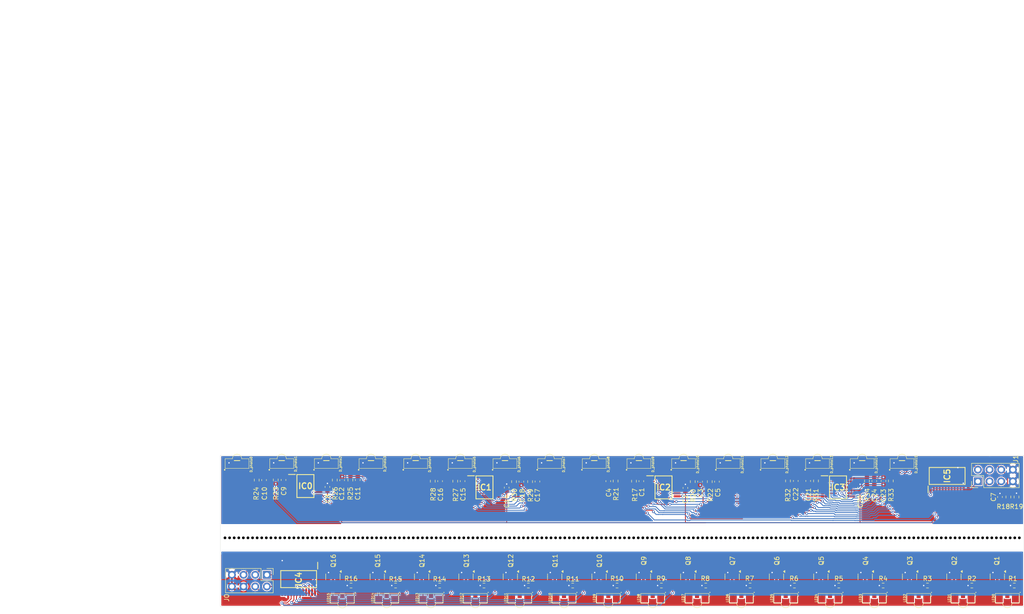
<source format=kicad_pcb>
(kicad_pcb (version 20241229) (generator "pcbnew") (generator_version "9.0")
  (layers (0 "F.Cu" signal) (2 "B.Cu" signal) (13 "F.Paste" user) (15 "B.Paste" user) (5 "F.SilkS" user "F.Silkscreen") (7 "B.SilkS" user "B.Silkscreen") (1 "F.Mask" user) (3 "B.Mask" user) (25 "Edge.Cuts" user))
  (net 0 "")
  (net 1 "Net-(IC2-OUTPUT_1)")
  (net 2 "/PHT_DAT_12")
  (net 3 "/NON_INVERTING_REF")
  (net 4 "GND")
  (net 5 "Net-(IC2-OUTPUT_4)")
  (net 6 "/PHT_DAT_15")
  (net 7 "/PHT_DAT_13")
  (net 8 "Net-(IC2-OUTPUT_2)")
  (net 9 "/PHT_DAT_14")
  (net 10 "Net-(IC2-OUTPUT_3)")
  (net 11 "/PHT_DAT_0")
  (net 12 "Net-(IC0-OUTPUT_1)")
  (net 13 "/PHT_DAT_1")
  (net 14 "Net-(IC0-OUTPUT_2)")
  (net 15 "Net-(IC0-OUTPUT_3)")
  (net 16 "/PHT_DAT_2")
  (net 17 "/PHT_DAT_3")
  (net 18 "Net-(IC0-OUTPUT_4)")
  (net 19 "Net-(IC1-OUTPUT_1)")
  (net 20 "/PHT_DAT_4")
  (net 21 "/PHT_DAT_5")
  (net 22 "Net-(IC1-OUTPUT_2)")
  (net 23 "/PHT_DAT_6")
  (net 24 "Net-(IC1-OUTPUT_3)")
  (net 25 "/PHT_DAT_7")
  (net 26 "Net-(IC1-OUTPUT_4)")
  (net 27 "/PHT_DAT_8")
  (net 28 "Net-(IC3-OUTPUT_1)")
  (net 29 "/PHT_DAT_9")
  (net 30 "Net-(IC3-OUTPUT_2)")
  (net 31 "/PHT_DAT_10")
  (net 32 "Net-(IC3-OUTPUT_3)")
  (net 33 "Net-(IC3-OUTPUT_4)")
  (net 34 "/PHT_DAT_11")
  (net 51 "/3V3_RECV")
  (net 52 "/LED_CTL_10")
  (net 53 "/LED_CTL_9")
  (net 54 "/LED_CTL_7")
  (net 55 "/SEL_TRNS_2")
  (net 56 "/LED_CTL_13")
  (net 57 "/LED_CTL_0")
  (net 58 "/LED_CTL_6")
  (net 59 "/LED_CTL_1")
  (net 60 "/LED_CTL_2")
  (net 61 "/LED_CTL_3")
  (net 62 "/LED_CTL_8")
  (net 63 "/MCU_TRNS_CTL")
  (net 64 "/LED_CTL_5")
  (net 65 "/LED_CTL_14")
  (net 66 "/SEL_TRNS_0")
  (net 67 "/SEL_TRNS_1")
  (net 68 "/SEL_TRNS_3")
  (net 69 "/LED_CTL_4")
  (net 70 "/LED_CTL_11")
  (net 71 "/LED_CTL_12")
  (net 72 "/LED_CTL_15")
  (net 73 "/SEL_RECV_2")
  (net 74 "/SEL_RECV_1")
  (net 75 "/SEL_RECV_0")
  (net 76 "/MCU_RECV_DAT")
  (net 77 "/SEL_RECV_3")
  (net 78 "Net-(LED0-A)")
  (net 80 "Net-(LED0-K)")
  (net 81 "Net-(LED1-K)")
  (net 83 "Net-(LED1-A)")
  (net 84 "Net-(LED2-K)")
  (net 86 "Net-(LED2-A)")
  (net 87 "Net-(LED3-K)")
  (net 88 "Net-(LED3-A)")
  (net 91 "Net-(LED4-A)")
  (net 92 "Net-(LED4-K)")
  (net 94 "Net-(LED5-A)")
  (net 95 "Net-(LED5-K)")
  (net 96 "Net-(LED6-A)")
  (net 97 "Net-(LED6-K)")
  (net 100 "Net-(LED7-A)")
  (net 101 "Net-(LED7-K)")
  (net 102 "Net-(LED8-K)")
  (net 103 "Net-(LED8-A)")
  (net 106 "Net-(LED9-A)")
  (net 107 "Net-(LED9-K)")
  (net 108 "Net-(LED10-A)")
  (net 109 "Net-(LED10-K)")
  (net 112 "Net-(LED11-A)")
  (net 113 "Net-(LED11-K)")
  (net 114 "Net-(LED12-A)")
  (net 116 "Net-(LED12-K)")
  (net 118 "Net-(LED13-A)")
  (net 119 "Net-(LED13-K)")
  (net 120 "Net-(LED14-A)")
  (net 122 "Net-(LED14-K)")
  (net 123 "Net-(LED15-A)")
  (net 125 "Net-(LED15-K)")
  (net 126 "/3V3_TRNS")
  (net 127 "GND1")
  (footprint "Samacsys:VEMD10940FX01" (layer "F.Cu") (at 79.35 93.66 90)
    (property "Reference" "D_photo1")
    (property "Value" "VEMD10940FX01" (hide yes))
  )
  (footprint "manufacturing:mouse_bites" (layer "F.Cu") (at 75 110 90)
    (property "Reference" "REF**" (hide yes))
    (property "Value" "mouse_bites" (hide yes))
  )
  (footprint "Capacitor_SMD:C_0603_1608Metric" (layer "F.Cu") (at 92.51 97.435 90)
    (property "Reference" "C12")
    (property "Value" "5.1p" (hide yes))
  )
  (footprint "Package_TO_SOT_SMD:SOT-23" (layer "F.Cu") (at 196.767857 118.5 -90)
    (property "Reference" "Q5")
    (property "Value" "T2N7002AK" (hide yes))
  )
  (footprint "manufacturing:mouse_bites" (layer "F.Cu") (at 87 110 90)
    (property "Reference" "REF**" (hide yes))
    (property "Value" "mouse_bites" (hide yes))
  )
  (footprint "manufacturing:mouse_bites" (layer "F.Cu") (at 173 110 90)
    (property "Reference" "REF**" (hide yes))
    (property "Value" "mouse_bites" (hide yes))
  )
  (footprint "manufacturing:mouse_bites" (layer "F.Cu") (at 233 110 90)
    (property "Reference" "REF**" (hide yes))
    (property "Value" "mouse_bites" (hide yes))
  )
  (footprint "Samacsys:VSMB10940" (layer "F.Cu") (at 150.49 123.34 -90)
    (property "Reference" "LED9")
    (property "Value" "VSMB10940" (hide yes))
  )
  (footprint "manufacturing:mouse_bites" (layer "F.Cu") (at 205 110 90)
    (property "Reference" "REF**" (hide yes))
    (property "Value" "mouse_bites" (hide yes))
  )
  (footprint "Resistor_SMD:R_0603_1608Metric" (layer "F.Cu") (at 156.072 97.65 -90)
    (property "Reference" "R17")
    (property "Value" "750k" (hide yes))
  )
  (footprint "Package_TO_SOT_SMD:SOT-23" (layer "F.Cu") (at 235.2 118.5 -90)
    (property "Reference" "Q1")
    (property "Value" "T2N7002AK" (hide yes))
  )
  (footprint "Samacsys:VEMD10940FX01" (layer "F.Cu") (at 118.25 93.66 90)
    (property "Reference" "D_photo5")
    (property "Value" "VEMD10940FX01" (hide yes))
  )
  (footprint "Resistor_SMD:R_0603_1608Metric" (layer "F.Cu") (at 152.383333 120.4 180)
    (property "Reference" "R10")
    (property "Value" "200R" (hide yes))
  )
  (footprint "manufacturing:mouse_bites" (layer "F.Cu") (at 161 110 90)
    (property "Reference" "REF**" (hide yes))
    (property "Value" "mouse_bites" (hide yes))
  )
  (footprint "manufacturing:mouse_bites" (layer "F.Cu") (at 165 110 90)
    (property "Reference" "REF**" (hide yes))
    (property "Value" "mouse_bites" (hide yes))
  )
  (footprint "manufacturing:mouse_bites" (layer "F.Cu") (at 111 110 90)
    (property "Reference" "REF**" (hide yes))
    (property "Value" "mouse_bites" (hide yes))
  )
  (footprint "Samacsys:VEMD10940FX01" (layer "F.Cu") (at 147.425 93.66 90)
    (property "Reference" "D_photo8")
    (property "Value" "VEMD10940FX01" (hide yes))
  )
  (footprint "Samacsys:VSMB10940" (layer "F.Cu") (at 208.42 123.34 -90)
    (property "Reference" "LED3")
    (property "Value" "VSMB10940" (hide yes))
  )
  (footprint "manufacturing:mouse_bites" (layer "F.Cu") (at 95 110 90)
    (property "Reference" "REF**" (hide yes))
    (property "Value" "mouse_bites" (hide yes))
  )
  (footprint "manufacturing:mouse_bites" (layer "F.Cu") (at 135 110 90)
    (property "Reference" "REF**" (hide yes))
    (property "Value" "mouse_bites" (hide yes))
  )
  (footprint "Resistor_SMD:R_0603_1608Metric" (layer "F.Cu") (at 171.7 120.4 180)
    (property "Reference" "R8")
    (property "Value" "200R" (hide yes))
  )
  (footprint "manufacturing:mouse_bites" (layer "F.Cu") (at 221 110 90)
    (property "Reference" "REF**" (hide yes))
    (property "Value" "mouse_bites" (hide yes))
  )
  (footprint "Resistor_SMD:R_0603_1608Metric" (layer "F.Cu") (at 181.358333 120.4 180)
    (property "Reference" "R7")
    (property "Value" "200R" (hide yes))
  )
  (footprint "Package_TO_SOT_SMD:SOT-23" (layer "F.Cu") (at 138.803571 118.5 -90)
    (property "Reference" "Q11")
    (property "Value" "T2N7002AK" (hide yes))
  )
  (footprint "manufacturing:mouse_bites" (layer "F.Cu") (at 177 110 90)
    (property "Reference" "REF**" (hide yes))
    (property "Value" "mouse_bites" (hide yes))
  )
  (footprint "Samacsys:VSMB10940" (layer "F.Cu") (at 169.8 123.34 -90)
    (property "Reference" "LED7")
    (property "Value" "VSMB10940" (hide yes))
  )
  (footprint "manufacturing:mouse_bites" (layer "F.Cu") (at 199 110 90)
    (property "Reference" "REF**" (hide yes))
    (property "Value" "mouse_bites" (hide yes))
  )
  (footprint "manufacturing:mouse_bites" (layer "F.Cu") (at 139 110 90)
    (property "Reference" "REF**" (hide yes))
    (property "Value" "mouse_bites" (hide yes))
  )
  (footprint "manufacturing:mouse_bites" (layer "F.Cu") (at 125 110 90)
    (property "Reference" "REF**" (hide yes))
    (property "Value" "mouse_bites" (hide yes))
  )
  (footprint "manufacturing:mouse_bites" (layer "F.Cu") (at 69 110 90)
    (property "Reference" "REF**" (hide yes))
    (property "Value" "mouse_bites" (hide yes))
  )
  (footprint "Samacsys:VSMB10940" (layer "F.Cu") (at 179.455 123.34 -90)
    (property "Reference" "LED6")
    (property "Value" "VSMB10940" (hide yes))
  )
  (footprint "Samacsys:VEMD10940FX01" (layer "F.Cu") (at 186.325 93.66 90)
    (property "Reference" "D_photo12")
    (property "Value" "VEMD10940FX01" (hide yes))
  )
  (footprint "Capacitor_SMD:C_0603_1608Metric" (layer "F.Cu") (at 208.41 97.625 -90)
    (property "Reference" "C24")
    (property "Value" "5.1p" (hide yes))
  )
  (footprint "manufacturing:mouse_bites" (layer "F.Cu") (at 99 110 90)
    (property "Reference" "REF**" (hide yes))
    (property "Value" "mouse_bites" (hide yes))
  )
  (footprint "manufacturing:mouse_bites" (layer "F.Cu") (at 203 110 90)
    (property "Reference" "REF**" (hide yes))
    (property "Value" "mouse_bites" (hide yes))
  )
  (footprint "Package_TO_SOT_SMD:SOT-23" (layer "F.Cu") (at 100.160714 118.5 -90)
    (property "Reference" "Q15")
    (property "Value" "T2N7002AK" (hide yes))
  )
  (footprint "Connector_PinHeader_2.54mm:PinHeader_2x04_P2.54mm_Vertical" (layer "F.Cu") (at 230.97 97.685 90)
    (property "Reference" "J1")
    (property "Value" "Conn_02x04_RECV" (hide yes))
  )
  (footprint "manufacturing:mouse_bites" (layer "F.Cu") (at 77 110 90)
    (property "Reference" "REF**" (hide yes))
    (property "Value" "mouse_bites" (hide yes))
  )
  (footprint "manufacturing:mouse_bites" (layer "F.Cu") (at 127 110 90)
    (property "Reference" "REF**" (hide yes))
    (property "Value" "mouse_bites" (hide yes))
  )
  (footprint "Resistor_SMD:R_0603_1608Metric" (layer "F.Cu") (at 238.9 120.4 180)
    (property "Reference" "R1")
    (property "Value" "200R" (hide yes))
  )
  (footprint "Samacsys:VEMD10940FX01" (layer "F.Cu") (at 98.8 93.66 90)
    (property "Reference" "D_photo3")
    (property "Value" "VEMD10940FX01" (hide yes))
  )
  (footprint "Samacsys:SOP65P640X120-14N" (layer "F.Cu") (at 200.51 99)
    (property "Reference" "IC3")
    (property "Value" "LM324PT" (hide yes))
  )
  (footprint "manufacturing:mouse_bites" (layer "F.Cu") (at 73 110 90)
    (property "Reference" "REF**" (hide yes))
    (property "Value" "mouse_bites" (hide yes))
  )
  (footprint "manufacturing:mouse_bites" (layer "F.Cu") (at 217 110 90)
    (property "Reference" "REF**" (hide yes))
    (property "Value" "mouse_bites" (hide yes))
  )
  (footprint "Resistor_SMD:R_0603_1608Metric" (layer "F.Cu") (at 172.572 97.75 90)
    (property "Reference" "R22")
    (property "Value" "750k" (hide yes))
  )
  (footprint "Samacsys:VEMD10940FX01" (layer "F.Cu") (at 205.775 93.66 90)
    (property "Reference" "D_photo14")
    (property "Value" "VEMD10940FX01" (hide yes))
  )
  (footprint "manufacturing:mouse_bites" (layer "F.Cu") (at 129 110 90)
    (property "Reference" "REF**" (hide yes))
    (property "Value" "mouse_bites" (hide yes))
  )
  (footprint "manufacturing:mouse_bites" (layer "F.Cu") (at 179 110 90)
    (property "Reference" "REF**" (hide yes))
    (property "Value" "mouse_bites" (hide yes))
  )
  (footprint "manufacturing:mouse_bites" (layer "F.Cu") (at 231 110 90)
    (property "Reference" "REF**" (hide yes))
    (property "Value" "mouse_bites" (hide yes))
  )
  (footprint "Resistor_SMD:R_0603_1608Metric" (layer "F.Cu") (at 162.041667 120.4 180)
    (property "Reference" "R9")
    (property "Value" "200R" (hide yes))
  )
  (footprint "Samacsys:SOP65P640X110-24N" (layer "F.Cu") (at 83.04 119 -90)
    (property "Reference" "IC4")
    (property "Value" "74HC4067PW,118" (hide yes))
  )
  (footprint "Package_TO_SOT_SMD:SOT-23" (layer "F.Cu") (at 109.821429 118.5 -90)
    (property "Reference" "Q14")
    (property "Value" "T2N7002AK" (hide yes))
  )
  (footprint "manufacturing:mouse_bites" (layer "F.Cu") (at 187 110 90)
    (property "Reference" "REF**" (hide yes))
    (property "Value" "mouse_bites" (hide yes))
  )
  (footprint "Resistor_SMD:R_0603_1608Metric" (layer "F.Cu") (at 191.016667 120.4 180)
    (property "Reference" "R6")
    (property "Value" "200R" (hide yes))
  )
  (footprint "manufacturing:mouse_bites" (layer "F.Cu") (at 195 110 90)
    (property "Reference" "REF**" (hide yes))
    (property "Value" "mouse_bites" (hide yes))
  )
  (footprint "manufacturing:mouse_bites" (layer "F.Cu") (at 149 110 90)
    (property "Reference" "REF**" (hide yes))
    (property "Value" "mouse_bites" (hide yes))
  )
  (footprint "manufacturing:mouse_bites" (layer "F.Cu") (at 157 110 90)
    (property "Reference" "REF**" (hide yes))
    (property "Value" "mouse_bites" (hide yes))
  )
  (footprint "manufacturing:mouse_bites" (layer "F.Cu") (at 167 110 90)
    (property "Reference" "REF**" (hide yes))
    (property "Value" "mouse_bites" (hide yes))
  )
  (footprint "manufacturing:mouse_bites" (layer "F.Cu") (at 107 110 90)
    (property "Reference" "REF**" (hide yes))
    (property "Value" "mouse_bites" (hide yes))
  )
  (footprint "Package_TO_SOT_SMD:SOT-23" (layer "F.Cu") (at 148.464286 118.5 -90)
    (property "Reference" "Q10")
    (property "Value" "T2N7002AK" (hide yes))
  )
  (footprint "Samacsys:SOP65P640X120-14N" (layer "F.Cu") (at 84.51 98.71)
    (property "Reference" "IC0")
    (property "Value" "LM324PT" (hide yes))
  )
  (footprint "Package_TO_SOT_SMD:SOT-23" (layer "F.Cu") (at 177.446429 118.5 -90)
    (property "Reference" "Q7")
    (property "Value" "T2N7002AK" (hide yes))
  )
  (footprint "manufacturing:mouse_bites" (layer "F.Cu") (at 141 110 90)
    (property "Reference" "REF**" (hide yes))
    (property "Value" "mouse_bites" (hide yes))
  )
  (footprint "manufacturing:mouse_bites" (layer "F.Cu") (at 121 110 90)
    (property "Reference" "REF**" (hide yes))
    (property "Value" "mouse_bites" (hide yes))
  )
  (footprint "manufacturing:mouse_bites" (layer "F.Cu") (at 213 110 90)
    (property "Reference" "REF**" (hide yes))
    (property "Value" "mouse_bites" (hide yes))
  )
  (footprint "manufacturing:mouse_bites" (layer "F.Cu") (at 153 110 90)
    (property "Reference" "REF**" (hide yes))
    (property "Value" "mouse_bites" (hide yes))
  )
  (footprint "Samacsys:VSMB10940" (layer "F.Cu") (at 160.145 123.34 -90)
    (property "Reference" "LED8")
    (property "Value" "VSMB10940" (hide yes))
  )
  (footprint "Capacitor_SMD:C_0603_1608Metric" (layer "F.Cu") (at 95.91 97.41 -90)
    (property "Reference" "C11")
    (property "Value" "5.1p" (hide yes))
  )
  (footprint "Samacsys:VSMB10940" (layer "F.Cu") (at 198.765 123.34 -90)
    (property "Reference" "LED4")
    (property "Value" "VSMB10940" (hide yes))
  )
  (footprint "Resistor_SMD:R_0603_1608Metric" (layer "F.Cu") (at 239.38 101.1 -90)
    (property "Reference" "R19")
    (property "Value" "3.57k" (hide yes))
  )
  (footprint "manufacturing:mouse_bites" (layer "F.Cu") (at 193 110 90)
    (property "Reference" "REF**" (hide yes))
    (property "Value" "mouse_bites" (hide yes))
  )
  (footprint "manufacturing:mouse_bites" (layer "F.Cu") (at 105 110 90)
    (property "Reference" "REF**" (hide yes))
    (property "Value" "mouse_bites" (hide yes))
  )
  (footprint "Samacsys:VEMD10940FX01" (layer "F.Cu") (at 108.525 93.66 90)
    (property "Reference" "D_photo4")
    (property "Value" "VEMD10940FX01" (hide yes))
  )
  (footprint "manufacturing:mouse_bites" (layer "F.Cu") (at 119 110 90)
    (property "Reference" "REF**" (hide yes))
    (property "Value" "mouse_bites" (hide yes))
  )
  (footprint "Samacsys:SOP65P640X110-24N" (layer "F.Cu") (at 224.28 96.51 90)
    (property "Reference" "IC5")
    (property "Value" "74HC4067PW,118" (hide yes))
  )
  (footprint "manufacturing:mouse_bites" (layer "F.Cu") (at 147 110 90)
    (property "Reference" "REF**" (hide yes))
    (property "Value" "mouse_bites" (hide yes))
  )
  (footprint "Resistor_SMD:R_0603_1608Metric" (layer "F.Cu") (at 219.991667 120.4 180)
    (property "Reference" "R3")
    (property "Value" "200R" (hide yes))
  )
  (footprint "Samacsys:SOP65P640X120-14N" (layer "F.Cu") (at 162.51 99)
    (property "Reference" "IC2")
    (property "Value" "LM324PT" (hide yes))
  )
  (footprint "Samacsys:SOP65P640X120-14N" (layer "F.Cu") (at 123.51 99)
    (property "Reference" "IC1")
    (property "Value" "LM324PT" (hide yes))
  )
  (footprint "Samacsys:VEMD10940FX01" (layer "F.Cu") (at 157.15 93.66 90)
    (property "Reference" "D_photo9")
    (property "Value" "VEMD10940FX01" (hide yes))
  )
  (footprint "Capacitor_SMD:C_0603_1608Metric" (layer "F.Cu") (at 118.748 97.65 90)
    (property "Reference" "C15")
    (property "Value" "5.1p" (hide yes))
  )
  (footprint "manufacturing:mouse_bites" (layer "F.Cu") (at 131 110 90)
    (property "Reference" "REF**" (hide yes))
    (property "Value" "mouse_bites" (hide yes))
  )
  (footprint "Samacsys:VEMD10940FX01" (layer "F.Cu") (at 89.075 93.66 90)
    (property "Reference" "D_photo2")
    (property "Value" "VEMD10940FX01" (hide yes))
  )
  (footprint "Package_TO_SOT_SMD:SOT-23" (layer "F.Cu") (at 225.75 118.5 -90)
    (property "Reference" "Q2")
    (property "Value" "T2N7002AK" (hide yes))
  )
  (footprint "Samacsys:VSMB10940" (layer "F.Cu") (at 92.56 123.39 -90)
    (property "Reference" "LED15")
    (property "Value" "VSMB10940" (hide yes))
  )
  (footprint "manufacturing:mouse_bites" (layer "F.Cu") (at 201 110 90)
    (property "Reference" "REF**" (hide yes))
    (property "Value" "mouse_bites" (hide yes))
  )
  (footprint "Resistor_SMD:R_0603_1608Metric" (layer "F.Cu") (at 133.448 97.75 90)
    (property "Reference" "R29")
    (property "Value" "750k" (hide yes))
  )
  (footprint "Capacitor_SMD:C_0603_1608Metric" (layer "F.Cu") (at 79.75 97.385 90)
    (property "Reference" "C9")
    (property "Value" "5.1p" (hide yes))
  )
  (footprint "manufacturing:mouse_bites" (layer "F.Cu") (at 97 110 90)
    (property "Reference" "REF**" (hide yes))
    (property "Value" "mouse_bites" (hide yes))
  )
  (footprint "manufacturing:mouse_bites" (layer "F.Cu") (at 71 110 90)
    (property "Reference" "REF**" (hide yes))
    (property "Value" "mouse_bites" (hide yes))
  )
  (footprint "Resistor_SMD:R_0603_1608Metric" (layer "F.Cu") (at 104.15 120.4 180)
    (property "Reference" "R15")
    (property "Value" "200R" (hide yes))
  )
  (footprint "manufacturing:mouse_bites" (layer "F.Cu") (at 91 110 90)
    (property "Reference" "REF**" (hide yes))
    (property "Value" "mouse_bites" (hide yes))
  )
  (footprint "Resistor_SMD:R_0603_1608Metric" (layer "F.Cu") (at 133.066667 120.4 180)
    (property "Reference" "R12")
    (property "Value" "200R" (hide yes))
  )
  (footprint "manufacturing:mouse_bites" (layer "F.Cu") (at 185 110 90)
    (property "Reference" "REF**" (hide yes))
    (property "Value" "mouse_bites" (hide yes))
  )
  (footprint "Samacsys:VSMB10940" (layer "F.Cu") (at 140.835 123.34 -90)
    (property "Reference" "LED10")
    (property "Value" "VSMB10940" (hide yes))
  )
  (footprint "manufacturing:mouse_bites" (layer "F.Cu") (at 225 110 90)
    (property "Reference" "REF**" (hide yes))
    (property "Value" "mouse_bites" (hide yes))
  )
  (footprint "Samacsys:VEMD10940FX01" (layer "F.Cu") (at 69.625 93.66 90)
    (property "Reference" "D_photo0")
    (property "Value" "VEMD10940FX01" (hide yes))
  )
  (footprint "Resistor_SMD:R_0603_1608Metric" (layer "F.Cu") (at 206.81 97.625 90)
    (property "Reference" "R34")
    (property "Value" "750k" (hide yes))
  )
  (footprint "Samacsys:VEMD10940FX01" (layer "F.Cu") (at 196.05 93.66 90)
    (property "Reference" "D_photo13")
    (property "Value" "VEMD10940FX01" (hide yes))
  )
  (footprint "Resistor_SMD:R_0603_1608Metric" (layer "F.Cu") (at 94.31 97.41 90)
    (property "Reference" "R25")
    (property "Value" "750k" (hide yes))
  )
  (footprint "manufacturing:mouse_bites" (layer "F.Cu") (at 175 110 90)
    (property "Reference" "REF**" (hide yes))
    (property "Value" "mouse_bites" (hide yes))
  )
  (footprint "Resistor_SMD:R_0603_1608Metric" (layer "F.Cu") (at 123.408333 120.4 180)
    (property "Reference" "R13")
    (property "Value" "200R" (hide yes))
  )
  (footprint "manufacturing:mouse_bites" (layer "F.Cu") (at 215 110 90)
    (property "Reference" "REF**" (hide yes))
    (property "Value" "mouse_bites" (hide yes))
  )
  (footprint "manufacturing:mouse_bites" (layer "F.Cu") (at 197 110 90)
    (property "Reference" "REF**" (hide yes))
    (property "Value" "mouse_bites" (hide yes))
  )
  (footprint "Samacsys:VSMB10940" (layer "F.Cu") (at 227.73 123.34 -90)
    (property "Reference" "LED1")
    (property "Value" "VSMB10940" (hide yes))
  )
  (footprint "Resistor_SMD:R_0603_1608Metric" (layer "F.Cu") (at 117.148 97.65 -90)
    (property "Reference" "R27")
    (property "Value" "750k" (hide yes))
  )
  (footprint "manufacturing:mouse_bites" (layer "F.Cu") (at 83 110 90)
    (property "Reference" "REF**" (hide yes))
    (property "Value" "mouse_bites" (hide yes))
  )
  (footprint "Resistor_SMD:R_0603_1608Metric" (layer "F.Cu") (at 229.65 120.4 180)
    (property "Reference" "R2")
    (property "Value" "200R" (hide yes))
  )
  (footprint "manufacturing:mouse_bites" (layer "F.Cu") (at 191 110 90)
    (property "Reference" "REF**" (hide yes))
    (property "Value" "mouse_bites" (hide yes))
  )
  (footprint "Capacitor_SMD:C_0603_1608Metric" (layer "F.Cu") (at 194.01 97.6 90)
    (property "Reference" "C21")
    (property "Value" "5.1p" (hide yes))
  )
  (footprint "Resistor_SMD:R_0603_1608Metric" (layer "F.Cu") (at 200.675 120.4 180)
    (property "Reference" "R5")
    (property "Value" "200R" (hide yes))
  )
  (footprint "manufacturing:mouse_bites" (layer "F.Cu") (at 101 110 90)
    (property "Reference" "REF**" (hide yes))
    (property "Value" "mouse_bites" (hide yes))
  )
  (footprint "Capacitor_SMD:C_0603_1608Metric" (layer "F.Cu") (at 210.41 97.6 -90)
    (property "Reference" "C23")
    (property "Value" "5.1p" (hide yes))
  )
  (footprint "Resistor_SMD:R_0603_1608Metric" (layer "F.Cu") (at 212.01 97.6 90)
    (property "Reference" "R33")
    (property "Value" "750k" (hide yes))
  )
  (footprint "manufacturing:mouse_bites" (layer "F.Cu") (at 235 110 90)
    (property "Reference" "REF**" (hide yes))
    (property "Value" "mouse_bites" (hide yes))
  )
  (footprint "Capacitor_SMD:C_0603_1608Metric" (layer "F.Cu") (at 75.51 97.41 90)
    (property "Reference" "C10")
    (property "Value" "5.1p" (hide yes))
  )
  (footprint "Package_TO_SOT_SMD:SOT-23" (layer "F.Cu") (at 158.125 118.5 -90)
    (property "Reference" "Q9")
    (property "Value" "T2N7002AK" (hide yes))
  )
  (footprint "Capacitor_SMD:C_0603_1608Metric" (layer "F.Cu") (at 150.472 97.65 90)
    (property "Reference" "C4")
    (property "Value" "5.1p" (hide yes))
  )
  (footprint "manufacturing:mouse_bites" (layer "F.Cu") (at 123 110 90)
    (property "Reference" "REF**" (hide yes))
    (property "Value" "mouse_bites" (hide yes))
  )
  (footprint "Package_TO_SOT_SMD:SOT-23" (layer "F.Cu") (at 119.482143 118.5 -90)
    (property "Reference" "Q13")
    (property "Value" "T2N7002AK" (hide yes))
  )
  (footprint "Capacitor_SMD:C_0603_1608Metric" (layer "F.Cu") (at 128.348 99.05 90)
    (property "Reference" "C14")
    (property "Value" "1u" (hide yes))
  )
  (footprint "manufacturing:mouse_bites" (layer "F.Cu") (at 171 110 90)
    (property "Reference" "REF**" (hide yes))
    (property "Value" "mouse_bites" (hide yes))
  )
  (footprint "manufacturing:mouse_bites" (layer "F.Cu") (at 223 110 90)
    (property "Reference" "REF**" (hide yes))
    (property "Value" "mouse_bites" (hide yes))
  )
  (footprint "manufacturing:mouse_bites" (layer "F.Cu") (at 211 110 90)
    (property "Reference" "REF**" (hide yes))
    (property "Value" "mouse_bites" (hide yes))
  )
  (footprint "Package_TO_SOT_SMD:SOT-23" (layer "F.Cu") (at 187.107143 118.5 -90)
    (property "Reference" "Q6")
    (property "Value" "T2N7002AK" (hide yes))
  )
  (footprint "manufacturing:mouse_bites" (layer "F.Cu") (at 237 110 90)
    (property "Reference" "REF**" (hide yes))
    (property "Value" "mouse_bites" (hide yes))
  )
  (footprint "Resistor_SMD:R_0603_1608Metric" (layer "F.Cu") (at 113.75 120.4 180)
    (property "Reference" "R14")
    (property "Value" "200R" (hide yes))
  )
  (footprint "Capacitor_SMD:C_0603_1608Metric" (layer "F.Cu") (at 89.31 98.91 90)
    (property "Reference" "C8")
    (property "Value" "1u" (hide yes))
  )
  (footprint "Samacsys:VSMB10940" (layer "F.Cu") (at 131.18 123.34 -90)
    (property "Reference" "LED11")
    (property "Value" "VSMB10940" (hide yes))
  )
  (footprint "manufacturing:mouse_bites" (layer "F.Cu") (at 113 110 90)
    (property "Reference" "REF**" (hide yes))
    (property "Value" "mouse_bites" (hide yes))
  )
  (footprint "Capacitor_SMD:C_0603_1608Metric" (layer "F.Cu") (at 191.31 97.6 90)
    (property "Reference" "C22")
    (property "Value" "5.1p" (hide yes))
  )
  (footprint "Capacitor_SMD:C_0603_1608Metric" (layer "F.Cu") (at 135.048 97.725 -90)
    (property "Reference" "C17")
    (property "Value" "5.1p" (hide yes))
  )
  (footprint "Resistor_SMD:R_0603_1608Metric" (layer "F.Cu") (at 189.61 97.6 -90)
    (property "Reference" "R32")
    (property "Value" "750k" (hide yes))
  )
  (footprint "Samacsys:VSMB10940" (layer "F.Cu") (at 111.87 123.34 -90)
    (property "Reference" "LED13")
    (property "Value" "VSMB10940" (hide yes))
  )
  (footprint "Package_TO_SOT_SMD:SOT-23" (layer "F.Cu") (at 206.428571 118.5 -90)
    (property "Reference" "Q4")
    (property "Value" "T2N7002AK" (hide yes))
  )
  (footprint "Resistor_SMD:R_0603_1608Metric" (layer "F.Cu") (at 78.05 97.385 -90)
    (property "Reference" "R23")
    (property "Value" "750k" (hide yes))
  )
  (footprint "manufacturing:mouse_bites" (layer "F.Cu") (at 151 110 90)
    (property "Reference" "REF**" (hide yes))
    (property "Value" "mouse_bites" (hide yes))
  )
  (footprint "Samacsys:VEMD10940FX01" (layer "F.Cu") (at 127.975 93.66 90)
    (property "Reference" "D_photo6")
    (property "Value" "VEMD10940FX01" (hide yes))
  )
  (footprint "Capacitor_SMD:C_0603_1608Metric" (layer "F.Cu") (at 205.31 99.1 90)
    (property "Reference" "C20")
    (property "Value" "1u" (hide yes))
  )
  (footprint "Package_TO_SOT_SMD:SOT-23" (layer "F.Cu") (at 216.089286 118.5 -90)
    (property "Reference" "Q3")
    (property "Value" "T2N7002AK" (hide yes))
  )
  (footprint "manufacturing:mouse_bites" (layer "F.Cu") (at 93 110 90)
    (property "Reference" "REF**" (hide yes))
    (property "Value" "mouse_bites" (hide yes))
  )
  (footprint "manufacturing:mouse_bites" (layer "F.Cu") (at 89 110 90)
    (property "Reference" "REF**" (hide yes))
    (property "Value" "mouse_bites" (hide yes))
  )
  (footprint "manufacturing:mouse_bites" (layer "F.Cu") (at 79 110 90)
    (property "Reference" "REF**" (hide yes))
    (property "Value" "mouse_bites" (hide yes))
  )
  (footprint "manufacturing:mouse_bites" (layer "F.Cu") (at 169 110 90)
    (property "Reference" "REF**" (hide yes))
    (property "Value" "mouse_bites" (hide yes))
  )
  (footprint "Resistor_SMD:R_0603_1608Metric" (layer "F.Cu") (at 73.91 97.41 -90)
    (property "Reference" "R24")
    (property "Value" "750k" (hide yes))
  )
  (footprint "manufacturing:mouse_bites" (layer "F.Cu") (at 229 110 90)
    (property "Reference" "REF**" (hide yes))
    (property "Value" "mouse_bites" (hide yes))
  )
  (footprint "Samacsys:VEMD10940FX01" (layer "F.Cu") (at 214.45 93.66 90)
    (property "Reference" "D_photo15")
    (property "Value" "VEMD10940FX01" (hide yes))
  )
  (footprint "Package_TO_SOT_SMD:SOT-23" (layer "F.Cu") (at 90.5 118.5 -90)
    (property "Reference" "Q16")
    (property "Value" "T2N7002AK" (hide yes))
  )
  (footprint "Resistor_SMD:R_0603_1608Metric" (layer "F.Cu") (at 112.248 97.65 -90)
    (property "Reference" "R28")
    (property "Value" "750k" (hide yes))
  )
  (footprint "Resistor_SMD:R_0603_1608Metric" (layer "F.Cu") (at 168.872 97.75 90)
    (property "Reference" "R20")
    (property "Value" "750k" (hide yes))
  )
  (footprint "Resistor_SMD:R_0603_1608Metric" (layer "F.Cu") (at 94.45 120.4 180)
    (property "Reference" "R16")
    (property "Value" "200R" (hide yes))
  )
  (footprint "Capacitor_SMD:C_0603_1608Metric" (layer "F.Cu") (at 167.272 99.125 90)
    (property "Reference" "C2")
    (property "Value" "1u" (hide yes))
  )
  (footprint "Samacsys:VEMD10940FX01" (layer "F.Cu") (at 176.6 93.66 90)
    (property "Reference" "D_photo11")
    (property "Value" "VEMD10940FX01" (hide yes))
  )
  (footprint "manufacturing:mouse_bites" (layer "F.Cu") (at 145 110 90)
    (property "Reference" "REF**" (hide yes))
    (property "Value" "mouse_bites" (hide yes))
  )
  (footprint "Capacitor_SMD:C_0603_1608Metric" (layer "F.Cu") (at 170.472 97.75 -90)
    (property "Reference" "C3")
    (property "Value" "5.1p" (hide yes))
  )
  (footprint "Capacitor_SMD:C_0603_1608Metric" (layer "F.Cu") (at 113.848 97.65 90)
    (property "Reference" "C16")
    (property "Value" "5.1p" (hide yes))
  )
  (footprint "manufacturing:mouse_bites" (layer "F.Cu") (at 183 110 90)
    (property "Reference" "REF**" (hide yes))
    (property "Value" "mouse_bites" (hide yes))
  )
  (footprint "manufacturing:mouse_bites" (layer "F.Cu") (at 209 110 90)
    (property "Reference" "REF**" (hide yes))
    (property "Value" "mouse_bites" (hide yes))
  )
  (footprint "Package_TO_SOT_SMD:SOT-23" (layer "F.Cu") (at 129.142857 118.5 -90)
    (property "Reference" "Q12")
    (property "Value" "T2N7002AK" (hide yes))
  )
  (footprint "Resistor_SMD:R_0603_1608Metric" (layer "F.Cu") (at 129.948 97.75 90)
    (property "Reference" "R30")
    (property "Value" "750k" (hide yes))
  )
  (footprint "Samacsys:VSMB10940" (layer "F.Cu") (at 102.215 123.34 -90)
    (property "Reference" "LED14")
    (property "Value" "VSMB10940" (hide yes))
  )
  (footprint "manufacturing:mouse_bites" (layer "F.Cu") (at 189 110 90)
    (property "Reference" "REF**" (hide yes))
    (property "Value" "mouse_bites" (hide yes))
  )
  (footprint "Resistor_SMD:R_0603_1608Metric" (layer "F.Cu") (at 210.333333 120.4 180)
    (property "Reference" "R4")
    (property "Value" "200R" (hide yes))
  )
  (footprint "manufacturing:mouse_bites" (layer "F.Cu") (at 115 110 90)
    (property "Reference" "REF**" (hide yes))
    (property "Value" "mouse_bites" (hide yes))
  )
  (footprint "Capacitor_SMD:C_0603_1608Metric" (layer "F.Cu") (at 174.132 97.75 -90)
    (property "Reference" "C5")
    (property "Value" "5.1p" (hide yes))
  )
  (footprint "manufacturing:mouse_bites" (layer "F.Cu") (at 227 110 90)
    (property "Reference" "REF**" (hide yes))
    (property "Value" "mouse_bites" (hide yes))
  )
  (footprint "Package_TO_SOT_SMD:SOT-23" (layer "F.Cu") (at 167.785714 118.5 -90)
    (property "Reference" "Q8")
    (property "Value" "T2N7002AK" (hide yes))
  )
  (footprint "manufacturing:mouse_bites" (layer "F.Cu") (at 155 110 90)
    (property "Reference" "REF**" (hide yes))
    (property "Value" "mouse_bites" (hide yes))
  )
  (footprint "manufacturing:mouse_bites" (layer "F.Cu") (at 81 110 90)
    (property "Reference" "REF**" (hide yes))
    (property "Value" "mouse_bites" (hide yes))
  )
  (footprint "manufacturing:mouse_bites" (layer "F.Cu") (at 159 110 90)
    (property "Reference" "REF**" (hide yes))
    (property "Value" "mouse_bites" (hide yes))
  )
  (footprint "manufacturing:mouse_bites" (layer "F.Cu") (at 239 110 90)
    (property "Reference" "REF**" (hide yes))
    (property "Value" "mouse_bites" (hide yes))
  )
  (footprint "Capacitor_SMD:C_0603_1608Metric" (layer "F.Cu") (at 131.548 97.75 -90)
    (property "Reference" "C18")
    (property "Value" "5.1p" (hide yes))
  )
  (footprint "manufacturing:mouse_bites" (layer "F.Cu") (at 137 110 90)
    (property "Reference" "REF**" (hide yes))
    (property "Value" "mouse_bites" (hide yes))
  )
  (footprint "Resistor_SMD:R_0603_1608Metric" (layer "F.Cu") (at 237.61 101.1 90)
    (property "Reference" "R18")
    (property "Value" "115k" (hide yes))
  )
  (footprint "Capacitor_SMD:C_0603_1608Metric" (layer "F.Cu") (at 235.78 101.1 -90)
    (property "Reference" "C7")
    (property "Value" "1u" (hide yes))
  )
  (footprint "manufacturing:mouse_bites" (layer "F.Cu") (at 109 110 90)
    (property "Reference" "REF**" (hide yes))
    (property "Value" "mouse_bites" (hide yes))
  )
  (footprint "Resistor_SMD:R_0603_1608Metric" (layer "F.Cu") (at 152.072 97.625 -90)
    (property "Reference" "R21")
    (property "Value" "750k" (hide yes))
  )
  (footprint "Samacsys:VSMB10940" (layer "F.Cu") (at 189.11 123.34 -90)
    (property "Reference" "LED5")
    (property "Value" "VSMB10940" (hide yes))
  )
  (footprint "Samacsys:VEMD10940FX01" (layer "F.Cu") (at 137.7 93.66 90)
    (property "Reference" "D_photo7")
    (property "Value" "VEMD10940FX01" (hide yes))
  )
  (footprint "Samacsys:VEMD10940FX01" (layer "F.Cu") (at 166.875 93.66 90)
    (property "Reference" "D_photo10")
    (property "Value" "VEMD10940FX01" (hide yes))
  )
  (footprint "manufacturing:mouse_bites" (layer "F.Cu") (at 181 110 90)
    (property "Reference" "REF**" (hide yes))
    (property "Value" "mouse_bites" (hide yes))
  )
  (footprint "Resistor_SMD:R_0603_1608Metric" (layer "F.Cu") (at 90.91 97.41 -90)
    (property "Reference" "R26")
    (property "Value" "750k" (hide yes))
  )
  (footprint "manufacturing:mouse_bites" (layer "F.Cu") (at 85 110 90)
    (property "Reference" "REF**" (hide yes))
    (property "Value" "mouse_bites" (hide yes))
  )
  (footprint "manufacturing:mouse_bites" (layer "F.Cu") (at 133 110 90)
    (property "Reference" "REF**" (hide yes))
    (property "Value" "mouse_bites" (hide yes))
  )
  (footprint "manufacturing:mouse_bites" (layer "F.Cu") (at 207 110 90)
    (property "Reference" "REF**" (hide yes))
    (property "Value" "mouse_bites" (hide yes))
  )
  (footprint "Capacitor_SMD:C_0603_1608Metric" (layer "F.Cu") (at 157.672 97.65 90)
    (property "Reference" "C1")
    (property "Value" "5.1p" (hide yes))
  )
  (footprint "Resistor_SMD:R_0603_1608Metric" (layer "F.Cu") (at 142.725 120.4 180)
    (property "Reference" "R11")
    (property "Value" "200R" (hide yes))
  )
  (footprint "manufacturing:mouse_bites" (layer "F.Cu") (at 117 110 90)
    (property "Reference" "REF**" (hide yes))
    (property "Value" "mouse_bites" (hide yes))
  )
  (footprint "manufacturing:mouse_bites" (layer "F.Cu") (at 103 110 90)
    (property "Reference" "REF**" (hide yes))
    (property "Value" "mouse_bites" (hide yes))
  )
  (footprint "Samacsys:VSMB10940" (layer "F.Cu") (at 121.525 123.34 -90)
    (property "Reference" "LED12")
    (property "Value" "VSMB10940" (hide yes))
  )
  (footprint "manufacturing:mouse_bites" (layer "F.Cu") (at 67 110 90)
    (property "Reference" "REF**" (hide yes))
    (property "Value" "mouse_bites" (hide yes))
  )
  (footprint "Connector_PinHeader_2.54mm:PinHeader_2x04_P2.54mm_Vertical" (layer "F.Cu") (at 76.12 118.06 -90)
    (property "Reference" "J0")
    (property "Value" "Conn_02x04_TRNS" (hide yes))
  )
  (footprint "manufacturing:mouse_bites" (layer "F.Cu") (at 163 110 90)
    (property "Reference" "REF**" (hide yes))
    (property "Value" "mouse_bites" (hide yes))
  )
  (footprint "Samacsys:VSMB10940" (layer "F.Cu") (at 237.385 123.34 -90)
    (property "Reference" "LED0")
    (property "Value" "VSMB10940" (hide yes))
  )
  (footprint "Samacsys:VSMB10940" (layer "F.Cu") (at 218.075 123.34 -90)
    (property "Reference" "LED2")
    (property "Value" "VSMB10940" (hide yes))
  )
  (footprint "manufacturing:mouse_bites" (layer "F.Cu") (at 143 110 90)
    (property "Reference" "REF**" (hide yes))
    (property "Value" "mouse_bites" (hide yes))
  )
  (footprint "manufacturing:mouse_bites" (layer "F.Cu") (at 219 110 90)
    (property "Reference" "REF**" (hide yes))
    (property "Value" "mouse_bites" (hide yes))
  )
  (footprint "Resistor_SMD:R_0603_1608Metric" (layer "F.Cu") (at 195.71 97.6 -90)
    (property "Reference" "R31")
    (property "Value" "750k" (hide yes))
  )
  (gr_rect (start 66 92) (end 241 125) (stroke (width 0.05)) (fill no) (layer "Edge.Cuts"))
  (segment (start 157.622 96.825) (end 157.672 96.875) (width 0.2) (layer "F.Cu") (net 1))
  (segment (start 157.672 96.875) (end 159.397 96.875) (width 0.2) (layer "F.Cu") (net 1))
  (segment (start 156.072 96.825) (end 157.622 96.825) (width 0.2) (layer "F.Cu") (net 1))
  (segment (start 159.397 96.875) (end 159.572 97.05) (width 0.2) (layer "F.Cu") (net 1))
  (segment (start 205.980001 102.089995) (end 206.010005 102.089995) (width 0.2) (layer "F.Cu") (net 2))
  (segment (start 206.20672 101.89328) (end 206.491261 101.89328) (width 0.2) (layer "F.Cu") (net 2))
  (segment (start 212.9322 100.002) (end 212.9332 100.001) (width 0.2) (layer "F.Cu") (net 2))
  (segment (start 179.101 100.626292) (end 179.101 101.124178) (width 0.2) (layer "F.Cu") (net 2))
  (segment (start 221.4299 96.703) (end 221.4898 96.703) (width 0.2) (layer "F.Cu") (net 2))
  (segment (start 221.4289 96.704) (end 221.4299 96.703) (width 0.2) (layer "F.Cu") (net 2))
  (segment (start 160.8 95.56) (end 160.8 97.7) (width 0.2) (layer "F.Cu") (net 2))
  (segment (start 162.4 100.3) (end 161.5 100.3) (width 0.2) (layer "F.Cu") (net 2))
  (segment (start 177.1899 100.6) (end 173.475235 100.6) (width 0.2) (layer "F.Cu") (net 2))
  (segment (start 192.68647 100.6) (end 179.074708 100.6) (width 0.2) (layer "F.Cu") (net 2))
  (segment (start 212.9671 100) (end 214.9 100) (width 0.2) (layer "F.Cu") (net 2))
  (segment (start 179.074708 100.6) (end 179.101 100.626292) (width 0.2) (layer "F.Cu") (net 2))
  (segment (start 179.101 101.124178) (end 178.748943 101.476235) (width 0.2) (layer "F.Cu") (net 2))
  (segment (start 157.672 98.425) (end 158.397 97.7) (width 0.2) (layer "F.Cu") (net 2))
  (segment (start 192.793235 100.706765) (end 192.68647 100.6) (width 0.2) (layer "F.Cu") (net 2))
  (segment (start 208.3651 100.002) (end 212.9322 100.002) (width 0.2) (layer "F.Cu") (net 2))
  (segment (start 206.843318 101.541223) (end 206.843318 101.523782) (width 0.2) (layer "F.Cu") (net 2))
  (segment (start 206.843318 101.523782) (end 208.3651 100.002) (width 0.2) (layer "F.Cu") (net 2))
  (segment (start 221.4898 96.703) (end 221.4918 96.701) (width 0.2) (layer "F.Cu") (net 2))
  (segment (start 223.955 94.5121) (end 223.955 93.572) (width 0.2) (layer "F.Cu") (net 2))
  (segment (start 177.975822 101.201) (end 177.7909 101.201) (width 0.2) (layer "F.Cu") (net 2))
  (segment (start 206.010005 102.089995) (end 206.20672 101.89328) (width 0.2) (layer "F.Cu") (net 2))
  (segment (start 212.9661 100.001) (end 212.9671 100) (width 0.2) (layer "F.Cu") (net 2))
  (segment (start 173.475235 100.6) (end 172.6 101.475235) (width 0.2) (layer "F.Cu") (net 2))
  (segment (start 158.397 97.7) (end 159.572 97.7) (width 0.2) (layer "F.Cu") (net 2))
  (segment (start 221.4918 96.701) (end 221.7661 96.701) (width 0.2) (layer "F.Cu") (net 2))
  (segment (start 205.91 102.019994) (end 205.980001 102.089995) (width 0.2) (layer "F.Cu") (net 2))
  (segment (start 164 101.3) (end 163.4 101.3) (width 0.2) (layer "F.Cu") (net 2))
  (segment (start 157.622 98.475) (end 157.672 98.425) (width 0.2) (layer "F.Cu") (net 2))
  (segment (start 178.748943 101.476235) (end 178.251057 101.476235) (width 0.2) (layer "F.Cu") (net 2))
  (segment (start 214.9 100) (end 218.196 96.704) (width 0.2) (layer "F.Cu") (net 2))
  (segment (start 206.491261 101.89328) (end 206.843318 101.541223) (width 0.2) (layer "F.Cu") (net 2))
  (segment (start 158.9 93.66) (end 160.8 95.56) (width 0.2) (layer "F.Cu") (net 2))
  (segment (start 156.072 98.475) (end 157.622 98.475) (width 0.2) (layer "F.Cu") (net 2))
  (segment (start 177.7909 101.201) (end 177.1899 100.6) (width 0.2) (layer "F.Cu") (net 2))
  (segment (start 221.7661 96.701) (end 223.955 94.5121) (width 0.2) (layer "F.Cu") (net 2))
  (segment (start 163.4 101.3) (end 162.4 100.3) (width 0.2) (layer "F.Cu") (net 2))
  (segment (start 212.9332 100.001) (end 212.9661 100.001) (width 0.2) (layer "F.Cu") (net 2))
  (segment (start 218.196 96.704) (end 221.4289 96.704) (width 0.2) (layer "F.Cu") (net 2))
  (segment (start 160.8 97.7) (end 159.572 97.7) (width 0.2) (layer "F.Cu") (net 2))
  (segment (start 178.251057 101.476235) (end 177.975822 101.201) (width 0.2) (layer "F.Cu") (net 2))
  (segment (start 223.955 93.572) (end 223.831 93.572) (width 0.2) (layer "F.Cu") (net 2))
  (via (at 161.5 100.3) (size 0.6) (drill 0.3) (layers "F.Cu" "B.Cu") (net 2))
  (via (at 172.6 101.475235) (size 0.6) (drill 0.3) (layers "F.Cu" "B.Cu") (net 2))
  (via (at 164 101.3) (size 0.6) (drill 0.3) (layers "F.Cu" "B.Cu") (net 2))
  (via (at 160.8 97.7) (size 0.6) (drill 0.3) (layers "F.Cu" "B.Cu") (net 2))
  (via (at 205.91 102.019994) (size 0.6) (drill 0.3) (layers "F.Cu" "B.Cu") (net 2))
  (via (at 192.793235 100.706765) (size 0.6) (drill 0.3) (layers "F.Cu" "B.Cu") (net 2))
  (segment (start 199.902 101.798) (end 200 101.896) (width 0.2) (layer "B.Cu") (net 2))
  (segment (start 192.793235 100.706765) (end 197.306765 100.706765) (width 0.2) (layer "B.Cu") (net 2))
  (segment (start 203.6651 102.077002) (end 203.6661 102.077002) (width 0.2) (layer "B.Cu") (net 2))
  (segment (start 161.5 100.3) (end 161.5 98.4) (width 0.2) (layer "B.Cu") (net 2))
  (segment (start 203.6661 102.077002) (end 203.843102 101.9) (width 0.2) (layer "B.Cu") (net 2))
  (segment (start 203.639102 102.103) (end 203.6651 102.077002) (width 0.2) (layer "B.Cu") (net 2))
  (segment (start 161.5 98.4) (end 160.8 97.7) (width 0.2) (layer "B.Cu") (net 2))
  (segment (start 169.324765 101.475235) (end 169.3 101.5) (width 0.2) (layer "B.Cu") (net 2))
  (segment (start 205.908584 102.091416) (end 205.84416 102.15584) (width 0.2) (layer "B.Cu") (net 2))
  (segment (start 200.996 101.896) (end 201.203 102.103) (width 0.2) (layer "B.Cu") (net 2))
  (segment (start 164.2 101.5) (end 164 101.3) (width 0.2) (layer "B.Cu") (net 2))
  (segment (start 203.843102 101.9) (end 205.790006 101.9) (width 0.2) (layer "B.Cu") (net 2))
  (segment (start 205.909997 102.091416) (end 205.908584 102.091416) (width 0.2) (layer "B.Cu") (net 2))
  (segment (start 197.306765 100.706765) (end 198.398 101.798) (width 0.2) (layer "B.Cu") (net 2))
  (segment (start 172.6 101.475235) (end 169.324765 101.475235) (width 0.2) (layer "B.Cu") (net 2))
  (segment (start 169.3 101.5) (end 164.2 101.5) (width 0.2) (layer "B.Cu") (net 2))
  (segment (start 205.91 102.091413) (end 205.909997 102.091416) (width 0.2) (layer "B.Cu") (net 2))
  (segment (start 198.398 101.798) (end 199.902 101.798) (width 0.2) (layer "B.Cu") (net 2))
  (segment (start 205.790006 101.9) (end 205.91 102.019994) (width 0.2) (layer "B.Cu") (net 2))
  (segment (start 205.91 102.019994) (end 205.91 102.091413) (width 0.2) (layer "B.Cu") (net 2))
  (segment (start 201.203 102.103) (end 203.639102 102.103) (width 0.2) (layer "B.Cu") (net 2))
  (segment (start 200 101.896) (end 200.996 101.896) (width 0.2) (layer "B.Cu") (net 2))
  (segment (start 80.5335 98.161) (end 80.5335 99.259) (width 0.2) (layer "F.Cu") (net 3))
  (segment (start 167.022 99.65) (end 167.272 99.9) (width 0.2) (layer "F.Cu") (net 3))
  (segment (start 158.5335 99.3595) (end 158.824 99.65) (width 0.2) (layer "F.Cu") (net 3))
  (segment (start 80.5335 99.259) (end 80.6345 99.36) (width 0.2) (layer "F.Cu") (net 3))
  (segment (start 80.6345 98.06) (end 80.5335 98.161) (width 0.2) (layer "F.Cu") (net 3))
  (segment (start 196.5335 98.451) (end 196.5335 99.549) (width 0.2) (layer "F.Cu") (net 3))
  (segment (start 126.448 99.65) (end 128.173 99.65) (width 0.2) (layer "F.Cu") (net 3))
  (segment (start 89.31 99.685) (end 89.31 103.409) (width 0.2) (layer "F.Cu") (net 3))
  (segment (start 120.572 99.65) (end 125.4 99.65) (width 0.2) (layer "F.Cu") (net 3))
  (segment (start 201 98.7) (end 201 99.55) (width 0.2) (layer "F.Cu") (net 3))
  (segment (start 235.83 101.925) (end 235.78 101.875) (width 0.2) (layer "F.Cu") (net 3))
  (segment (start 92.6 106.699) (end 128.3 106.699) (width 0.2) (layer "F.Cu") (net 3))
  (segment (start 86.4095 99.1695) (end 86.6 99.36) (width 0.2) (layer "F.Cu") (net 3))
  (segment (start 165.448 98.35) (end 164.5335 98.35) (width 0.2) (layer "F.Cu") (net 3))
  (segment (start 239.38 101.925) (end 237.61 101.925) (width 0.2) (layer "F.Cu") (net 3))
  (segment (start 201 99.55) (end 201.1 99.65) (width 0.2) (layer "F.Cu") (net 3))
  (segment (start 235.78 101.875) (end 235.78 102.819) (width 0.2) (layer "F.Cu") (net 3))
  (segment (start 128.173 99.65) (end 128.348 99.825) (width 0.2) (layer "F.Cu") (net 3))
  (segment (start 119.824 99.65) (end 120.572 99.65) (width 0.2) (layer "F.Cu") (net 3))
  (segment (start 196.6345 99.65) (end 197.572 99.65) (width 0.2) (layer "F.Cu") (net 3))
  (segment (start 205.085 99.65) (end 205.31 99.875) (width 0.2) (layer "F.Cu") (net 3))
  (segment (start 164.476 99.65) (end 165.448 99.65) (width 0.2) (layer "F.Cu") (net 3))
  (segment (start 196.6345 98.35) (end 196.5335 98.451) (width 0.2) (layer "F.Cu") (net 3))
  (segment (start 89.31 103.409) (end 92.6 106.699) (width 0.2) (layer "F.Cu") (net 3))
  (segment (start 119.6575 98.35) (end 119.5335 98.474) (width 0.2) (layer "F.Cu") (net 3))
  (segment (start 120.572 98.35) (end 119.6575 98.35) (width 0.2) (layer "F.Cu") (net 3))
  (segment (start 80.6345 99.36) (end 81.572 99.36) (width 0.2) (layer "F.Cu") (net 3))
  (segment (start 89.31 99.685) (end 88.985 99.36) (width 0.2) (layer "F.Cu") (net 3))
  (segment (start 125.65 98.35) (end 125.4 98.6) (width 0.2) (layer "F.Cu") (net 3))
  (segment (start 126.448 98.35) (end 125.65 98.35) (width 0.2) (layer "F.Cu") (net 3))
  (segment (start 165.448 99.65) (end 167.022 99.65) (width 0.2) (layer "F.Cu") (net 3))
  (segment (start 197.572 98.35) (end 196.6345 98.35) (width 0.2) (layer "F.Cu") (net 3))
  (segment (start 88.985 99.36) (end 87.448 99.36) (width 0.2) (layer "F.Cu") (net 3))
  (segment (start 81.572 99.36) (end 87.448 99.36) (width 0.2) (layer "F.Cu") (net 3))
  (segment (start 128.348 99.825) (end 128.348 106.651) (width 0.2) (layer "F.Cu") (net 3))
  (segment (start 231.9 106.699) (end 205.31 106.699) (width 0.2) (layer "F.Cu") (net 3))
  (segment (start 167.272 99.9) (end 167.272 106.672) (width 0.2) (layer "F.Cu") (net 3))
  (segment (start 237.61 101.925) (end 235.83 101.925) (width 0.2) (layer "F.Cu") (net 3))
  (segment (start 205.31 106.699) (end 205.31 99.875) (width 0.2) (layer "F.Cu") (net 3))
  (segment (start 158.824 99.65) (end 159.572 99.65) (width 0.2) (layer "F.Cu") (net 3))
  (segment (start 158.5335 98.451) (end 158.5335 99.3595) (width 0.2) (layer "F.Cu") (net 3))
  (segment (start 164.4095 99.5835) (end 164.476 99.65) (width 0.2) (layer "F.Cu") (net 3))
  (segment (start 196.5335 99.549) (end 196.6345 99.65) (width 0.2) (layer "F.Cu") (net 3))
  (segment (start 203.448 98.35) (end 203.324 98.226) (width 0.2) (layer "F.Cu") (net 3))
  (segment (start 201.1 99.65) (end 202.7 99.65) (width 0.2) (layer "F.Cu") (net 3))
  (segment (start 125.4 98.6) (end 125.4 99.65) (width 0.2) (layer "F.Cu") (net 3))
  (segment (start 201.474 98.226) (end 201 98.7) (width 0.2) (layer "F.Cu") (net 3))
  (segment (start 86.64 98.06) (end 86.4095 98.2905) (width 0.2) (layer "F.Cu") (net 3))
  (segment (start 164.4095 98.474) (end 164.4095 99.5835) (width 0.2) (layer "F.Cu") (net 3))
  (segment (start 203.448 99.65) (end 205.085 99.65) (width 0.2) (layer "F.Cu") (net 3))
  (segment (start 119.5335 98.474) (end 119.5335 99.3595) (width 0.2) (layer "F.Cu") (net 3))
  (segment (start 202.7 99.65) (end 203.448 99.65) (width 0.2) (layer "F.Cu") (net 3))
  (segment (start 159.572 98.35) (end 158.6345 98.35) (width 0.2) (layer "F.Cu") (net 3))
  (segment (start 167.272 106.672) (end 167.299 106.699) (width 0.2) (layer "F.Cu") (net 3))
  (segment (start 203.324 98.226) (end 201.474 98.226) (width 0.2) (layer "F.Cu") (net 3))
  (segment (start 158.6345 98.35) (end 158.5335 98.451) (width 0.2) (layer "F.Cu") (net 3))
  (segment (start 125.4 99.65) (end 126.448 99.65) (width 0.2) (layer "F.Cu") (net 3))
  (segment (start 128.3 106.699) (end 171.7 106.699) (width 0.2) (layer "F.Cu") (net 3))
  (segment (start 81.572 98.06) (end 80.6345 98.06) (width 0.2) (layer "F.Cu") (net 3))
  (segment (start 119.5335 99.3595) (end 119.824 99.65) (width 0.2) (layer "F.Cu") (net 3))
  (segment (start 87.448 98.06) (end 86.64 98.06) (width 0.2) (layer "F.Cu") (net 3))
  (segment (start 235.78 102.819) (end 231.9 106.699) (width 0.2) (layer "F.Cu") (net 3))
  (segment (start 128.348 106.651) (end 128.3 106.699) (width 0.2) (layer "F.Cu") (net 3))
  (segment (start 167.299 106.699) (end 205.31 106.699) (width 0.2) (layer "F.Cu") (net 3))
  (segment (start 86.4095 98.2905) (end 86.4095 99.1695) (width 0.2) (layer "F.Cu") (net 3))
  (segment (start 159.572 99.65) (end 165.448 99.65) (width 0.2) (layer "F.Cu") (net 3))
  (segment (start 197.572 99.65) (end 201.1 99.65) (width 0.2) (layer "F.Cu") (net 3))
  (segment (start 86.6 99.36) (end 87.448 99.36) (width 0.2) (layer "F.Cu") (net 3))
  (segment (start 164.5335 98.35) (end 164.4095 98.474) (width 0.2) (layer "F.Cu") (net 3))
  (segment (start 205.31 98.325) (end 204.635 99) (width 0.2) (layer "F.Cu") (net 4))
  (segment (start 116.372 93.788) (end 116.5 93.66) (width 0.2) (layer "F.Cu") (net 4))
  (segment (start 201.7 99) (end 203.448 99) (width 0.2) (layer "F.Cu") (net 4))
  (segment (start 206.5 99.5) (end 206.485 99.5) (width 0.2) (layer "F.Cu") (net 4))
  (segment (start 226.6 94.7) (end 226.6 93.617) (width 0.2) (layer "F.Cu") (net 4))
  (segment (start 127.623 99) (end 126.448 99) (width 0.2) (layer "F.Cu") (net 4))
  (segment (start 165.448 99) (end 166.622 99) (width 0.2) (layer "F.Cu") (net 4))
  (segment (start 226.5 93.627) (end 226.555 93.572) (width 0.2) (layer "F.Cu") (net 4))
  (segment (start 77.274 93.986) (end 77.6 93.66) (width 0.2) (layer "F.Cu") (net 4))
  (segment (start 128.348 98.275) (end 127.623 99) (width 0.2) (layer "F.Cu") (net 4))
  (segment (start 227.8 99.393) (end 227.855 99.448) (width 0.2) (layer "F.Cu") (net 4))
  (segment (start 88.735 98.71) (end 87.448 98.71) (width 0.2) (layer "F.Cu") (net 4))
  (segment (start 227.8 98.1) (end 227.8 99.393) (width 0.2) (layer "F.Cu") (net 4))
  (segment (start 206.485 99.5) (end 205.31 98.325) (width 0.2) (layer "F.Cu") (net 4))
  (segment (start 166.622 99) (end 167.272 98.35) (width 0.2) (layer "F.Cu") (net 4))
  (segment (start 226.6 93.617) (end 226.555 93.572) (width 0.2) (layer "F.Cu") (net 4))
  (segment (start 89.31 98.135) (end 88.735 98.71) (width 0.2) (layer "F.Cu") (net 4))
  (segment (start 204.635 99) (end 203.448 99) (width 0.2) (layer "F.Cu") (net 4))
  (segment (start 155.4 93.66) (end 155.296 93.764) (width 0.2) (layer "F.Cu") (net 4))
  (via (at 205.31 98.325) (size 0.6) (drill 0.3) (layers "F.Cu" "B.Cu") (net 4))
  (via (at 204.025 93.66) (size 0.6) (drill 0.3) (layers "F.Cu" "B.Cu") (net 4))
  (via (at 135.95 93.66) (size 0.6) (drill 0.3) (layers "F.Cu" "B.Cu") (net 4))
  (via (at 194.3 93.66) (size 0.6) (drill 0.3) (layers "F.Cu" "B.Cu") (net 4))
  (via (at 174.85 93.66) (size 0.6) (drill 0.3) (layers "F.Cu" "B.Cu") (net 4))
  (via (at 97.05 93.66) (size 0.6) (drill 0.3) (layers "F.Cu" "B.Cu") (net 4))
  (via (at 145.675 93.66) (size 0.6) (drill 0.3) (layers "F.Cu" "B.Cu") (net 4))
  (via (at 235.78 100.325) (size 0.6) (drill 0.3) (layers "F.Cu" "B.Cu") (net 4))
  (via (at 165.125 93.66) (size 0.6) (drill 0.3) (layers "F.Cu" "B.Cu") (net 4))
  (via (at 226.6 94.7) (size 0.6) (drill 0.3) (layers "F.Cu" "B.Cu") (net 4))
  (via (at 116.5 93.66) (size 0.6) (drill 0.3) (layers "F.Cu" "B.Cu") (net 4))
  (via (at 239.38 100.275) (size 0.6) (drill 0.3) (layers "F.Cu" "B.Cu") (net 4))
  (via (at 212.7 93.66) (size 0.6) (drill 0.3) (layers "F.Cu" "B.Cu") (net 4))
  (via (at 126.225 93.66) (size 0.6) (drill 0.3) (layers "F.Cu" "B.Cu") (net 4))
  (via (at 155.4 93.66) (size 0.6) (drill 0.3) (layers "F.Cu" "B.Cu") (net 4))
  (via (at 89.31 98.135) (size 0.6) (drill 0.3) (layers "F.Cu" "B.Cu") (net 4))
  (via (at 227.8 98.1) (size 0.6) (drill 0.3) (layers "F.Cu" "B.Cu") (net 4))
  (via (at 201.7 99) (size 0.6) (drill 0.3) (layers "F.Cu" "B.Cu") (net 4))
  (via (at 106.775 93.66) (size 0.6) (drill 0.3) (layers "F.Cu" "B.Cu") (net 4))
  (via (at 67.875 93.66) (size 0.6) (drill 0.3) (layers "F.Cu" "B.Cu") (net 4))
  (via (at 184.575 93.66) (size 0.6) (drill 0.3) (layers "F.Cu" "B.Cu") (net 4))
  (via (at 167.272 98.35) (size 0.6) (drill 0.3) (layers "F.Cu" "B.Cu") (net 4))
  (via (at 206.5 99.5) (size 0.6) (drill 0.3) (layers "F.Cu" "B.Cu") (net 4))
  (via (at 87.325 93.66) (size 0.6) (drill 0.3) (layers "F.Cu" "B.Cu") (net 4))
  (via (at 128.348 98.275) (size 0.6) (drill 0.3) (layers "F.Cu" "B.Cu") (net 4))
  (via (at 77.6 93.66) (size 0.6) (drill 0.3) (layers "F.Cu" "B.Cu") (net 4))
  (segment (start 165.448 97.05) (end 168.747 97.05) (width 0.2) (layer "F.Cu") (net 5))
  (segment (start 168.747 97.05) (end 168.872 96.925) (width 0.2) (layer "F.Cu") (net 5))
  (segment (start 168.872 96.925) (end 170.422 96.925) (width 0.2) (layer "F.Cu") (net 5))
  (segment (start 170.422 96.925) (end 170.472 96.975) (width 0.2) (layer "F.Cu") (net 5))
  (segment (start 178.050057 103.1) (end 171.840584 103.1) (width 0.2) (layer "F.Cu") (net 6))
  (segment (start 168.625 93.66) (end 168.625 94.61) (width 0.2) (layer "F.Cu") (net 6))
  (segment (start 192.843294 102.902) (end 179.147943 102.902) (width 0.2) (layer "F.Cu") (net 6))
  (segment (start 218.699 98.001) (end 222.3306 98.001) (width 0.2) (layer "F.Cu") (net 6))
  (segment (start 164 97.2) (end 164.5 97.7) (width 0.2) (layer "F.Cu") (net 6))
  (segment (start 210.699 101.205) (end 213.4305 101.205) (width 0.2) (layer "F.Cu") (net 6))
  (segment (start 179.147943 102.902) (end 178.748943 103.301) (width 0.2) (layer "F.Cu") (net 6))
  (segment (start 195.801 102.101) (end 193.927137 102.101) (width 0.2) (layer "F.Cu") (net 6))
  (segment (start 213.4644 101.204) (end 213.4654 101.203) (width 0.2) (layer "F.Cu") (net 6))
  (segment (start 164.3 95.6) (end 164 95.9) (width 0.2) (layer "F.Cu") (net 6))
  (segment (start 171.120292 102.379708) (end 171.120292 100.875235) (width 0.2) (layer "F.Cu") (net 6))
  (segment (start 164 95.9) (end 164 97.2) (width 0.2) (layer "F.Cu") (net 6))
  (segment (start 213.4654 101.203) (end 215.497 101.203) (width 0.2) (layer "F.Cu") (net 6))
  (segment (start 165.549 97.599) (end 165.448 97.7) (width 0.2) (layer "F.Cu") (net 6))
  (segment (start 225.905 94.5095) (end 225.905 93.572) (width 0.2) (layer "F.Cu") (net 6))
  (segment (start 168.625 94.61) (end 167.635 95.6) (width 0.2) (layer "F.Cu") (net 6))
  (segment (start 164.5 97.7) (end 165.448 97.7) (width 0.2) (layer "F.Cu") (net 6))
  (segment (start 210.5 101.404) (end 210.699 101.205) (width 0.2) (layer "F.Cu") (net 6))
  (segment (start 168.922 98.525) (end 168.872 98.575) (width 0.2) (layer "F.Cu") (net 6))
  (segment (start 196 102.3) (end 195.801 102.101) (width 0.2) (layer "F.Cu") (net 6))
  (segment (start 222.3306 98.001) (end 222.3316 98) (width 0.2) (layer "F.Cu") (net 6))
  (segment (start 193.657195 102.370942) (end 193.374352 102.370942) (width 0.2) (layer "F.Cu") (net 6))
  (segment (start 213.4305 101.205) (end 213.4315 101.204) (width 0.2) (layer "F.Cu") (net 6))
  (segment (start 193.374352 102.370942) (end 192.843294 102.902) (width 0.2) (layer "F.Cu") (net 6))
  (segment (start 167.896 97.599) (end 165.549 97.599) (width 0.2) (layer "F.Cu") (net 6))
  (segment (start 222.3316 98) (end 222.4145 98) (width 0.2) (layer "F.Cu") (net 6))
  (segment (start 215.497 101.203) (end 218.699 98.001) (width 0.2) (layer "F.Cu") (net 6))
  (segment (start 213.4315 101.204) (end 213.4644 101.204) (width 0.2) (layer "F.Cu") (net 6))
  (segment (start 193.927137 102.101) (end 193.657195 102.370942) (width 0.2) (layer "F.Cu") (net 6))
  (segment (start 171.840584 103.1) (end 171.120292 102.379708) (width 0.2) (layer "F.Cu") (net 6))
  (segment (start 168.872 98.575) (end 167.896 97.599) (width 0.2) (layer "F.Cu") (net 6))
  (segment (start 167.635 95.6) (end 164.3 95.6) (width 0.2) (layer "F.Cu") (net 6))
  (segment (start 170.472 98.525) (end 168.922 98.525) (width 0.2) (layer "F.Cu") (net 6))
  (segment (start 178.251057 103.301) (end 178.050057 103.1) (width 0.2) (layer "F.Cu") (net 6))
  (segment (start 222.4145 98) (end 225.905 94.5095) (width 0.2) (layer "F.Cu") (net 6))
  (segment (start 178.748943 103.301) (end 178.251057 103.301) (width 0.2) (layer "F.Cu") (net 6))
  (via (at 196 102.3) (size 0.6) (drill 0.3) (layers "F.Cu" "B.Cu") (net 6))
  (via (at 170.5 98.5) (size 0.6) (drill 0.3) (layers "F.Cu" "B.Cu") (net 6))
  (via (at 171.120292 100.875235) (size 0.6) (drill 0.3) (layers "F.Cu" "B.Cu") (net 6))
  (via (at 210.5 101.404) (size 0.6) (drill 0.3) (layers "F.Cu" "B.Cu") (net 6))
  (segment (start 198.507821 103.001) (end 198.509821 103.003) (width 0.2) (layer "B.Cu") (net 6))
  (segment (start 208.59781 102.10219) (end 208.59781 102.100776) (width 0.2) (layer "B.Cu") (net 6))
  (segment (start 206.566627 103.422994) (end 206.987621 103.002) (width 0.2) (layer "B.Cu") (net 6))
  (segment (start 204.143402 103.3) (end 205.205863 103.3) (width 0.2) (layer "B.Cu") (net 6))
  (segment (start 204.137402 103.306) (end 204.143402 103.3) (width 0.2) (layer "B.Cu") (net 6))
  (segment (start 200.488143 103.306) (end 204.137402 103.306) (width 0.2) (layer "B.Cu") (net 6))
  (segment (start 196.851057 102.569942) (end 196.85247 102.569942) (width 0.2) (layer "B.Cu") (net 6))
  (segment (start 198.509821 103.003) (end 198.8701 103.003) (width 0.2) (layer "B.Cu") (net 6))
  (segment (start 205.205863 103.3) (end 205.328857 103.422994) (width 0.2) (layer "B.Cu") (net 6))
  (segment (start 171.120292 100.875235) (end 171.120292 99.120292) (width 0.2) (layer "B.Cu") (net 6))
  (segment (start 200.283143 103.101) (end 200.488143 103.306) (width 0.2) (layer "B.Cu") (net 6))
  (segment (start 196 102.3) (end 196.581115 102.3) (width 0.2) (layer "B.Cu") (net 6))
  (segment (start 209.494473 101.404) (end 210.5 101.404) (width 0.2) (layer "B.Cu") (net 6))
  (segment (start 196.581115 102.3) (end 196.851057 102.569942) (width 0.2) (layer "B.Cu") (net 6))
  (segment (start 208.951281 101.748719) (end 209.073235 101.626765) (width 0.2) (layer "B.Cu") (net 6))
  (segment (start 171.120292 99.120292) (end 170.5 98.5) (width 0.2) (layer "B.Cu") (net 6))
  (segment (start 198.9661 103.099) (end 200.2661 103.099) (width 0.2) (layer "B.Cu") (net 6))
  (segment (start 207.3342 103) (end 207.7 103) (width 0.2) (layer "B.Cu") (net 6))
  (segment (start 205.328857 103.422994) (end 206.566627 103.422994) (width 0.2) (layer "B.Cu") (net 6))
  (segment (start 198.8701 103.003) (end 198.9661 103.099) (width 0.2) (layer "B.Cu") (net 6))
  (segment (start 200.2681 103.101) (end 200.283143 103.101) (width 0.2) (layer "B.Cu") (net 6))
  (segment (start 207.7 103) (end 208.59781 102.10219) (width 0.2) (layer "B.Cu") (net 6))
  (segment (start 197.564958 103.001) (end 198.507821 103.001) (width 0.2) (layer "B.Cu") (net 6))
  (segment (start 200.2661 103.099) (end 200.2681 103.101) (width 0.2) (layer "B.Cu") (net 6))
  (segment (start 208.949867 101.748719) (end 208.951281 101.748719) (width 0.2) (layer "B.Cu") (net 6))
  (segment (start 197.282528 103) (end 197.563958 103) (width 0.2) (layer "B.Cu") (net 6))
  (segment (start 209.073235 101.626765) (end 209.271708 101.626765) (width 0.2) (layer "B.Cu") (net 6))
  (segment (start 207.3322 103.002) (end 207.3342 103) (width 0.2) (layer "B.Cu") (net 6))
  (segment (start 196.85247 102.569942) (end 197.282528 103) (width 0.2) (layer "B.Cu") (net 6))
  (segment (start 209.271708 101.626765) (end 209.494473 101.404) (width 0.2) (layer "B.Cu") (net 6))
  (segment (start 208.59781 102.100776) (end 208.949867 101.748719) (width 0.2) (layer "B.Cu") (net 6))
  (segment (start 197.563958 103) (end 197.564958 103.001) (width 0.2) (layer "B.Cu") (net 6))
  (segment (start 206.987621 103.002) (end 207.3322 103.002) (width 0.2) (layer "B.Cu") (net 6))
  (segment (start 208.073644 101.141986) (end 208.073644 101.126356) (width 0.2) (layer "F.Cu") (net 7))
  (segment (start 213.1322 100.402) (end 213.1332 100.401) (width 0.2) (layer "F.Cu") (net 7))
  (segment (start 221.596 97.104) (end 221.6559 97.104) (width 0.2) (layer "F.Cu") (net 7))
  (segment (start 149.175 93.66) (end 149.175 95.578) (width 0.2) (layer "F.Cu") (net 7))
  (segment (start 178.251057 102.099) (end 178.250057 102.1) (width 0.2) (layer "F.Cu") (net 7))
  (segment (start 178.749943 102.1) (end 178.748943 102.099) (width 0.2) (layer "F.Cu") (net 7))
  (segment (start 150.472 96.875) (end 151.997 96.875) (width 0.2) (layer "F.Cu") (net 7))
  (segment (start 215.099 100.401) (end 218.395 97.105) (width 0.2) (layer "F.Cu") (net 7))
  (segment (start 192.511094 102.1) (end 178.749943 102.1) (width 0.2) (layer "F.Cu") (net 7))
  (segment (start 151.997 96.875) (end 152.072 96.8) (width 0.2) (layer "F.Cu") (net 7))
  (segment (start 193.242152 101.368942) (end 192.511094 102.1) (width 0.2) (layer "F.Cu") (net 7))
  (segment (start 178.748943 102.099) (end 178.251057 102.099) (width 0.2) (layer "F.Cu") (net 7))
  (segment (start 221.9322 97.102) (end 221.9342 97.1) (width 0.2) (layer "F.Cu") (net 7))
  (segment (start 159.448 100.424) (end 155.696 100.424) (width 0.2) (layer "F.Cu") (net 7))
  (segment (start 178.250057 102.1) (end 171.720292 102.1) (width 0.2) (layer "F.Cu") (net 7))
  (segment (start 159.572 100.3) (end 159.448 100.424) (width 0.2) (layer "F.Cu") (net 7))
  (segment (start 221.595 97.105) (end 221.596 97.104) (width 0.2) (layer "F.Cu") (net 7))
  (segment (start 208.797 100.403) (end 213.0983 100.403) (width 0.2) (layer "F.Cu") (net 7))
  (segment (start 149.175 95.578) (end 150.472 96.875) (width 0.2) (layer "F.Cu") (net 7))
  (segment (start 213.1332 100.401) (end 215.099 100.401) (width 0.2) (layer "F.Cu") (net 7))
  (segment (start 213.0983 100.403) (end 213.0993 100.402) (width 0.2) (layer "F.Cu") (net 7))
  (segment (start 221.6559 97.104) (end 221.6579 97.102) (width 0.2) (layer "F.Cu") (net 7))
  (segment (start 222.0145 97.1) (end 224.605 94.5095) (width 0.2) (layer "F.Cu") (net 7))
  (segment (start 162.450057 102.1) (end 160.650057 100.3) (width 0.2) (layer "F.Cu") (net 7))
  (segment (start 218.395 97.105) (end 221.595 97.105) (width 0.2) (layer "F.Cu") (net 7))
  (segment (start 160.650057 100.3) (end 159.572 100.3) (width 0.2) (layer "F.Cu") (net 7))
  (segment (start 165.3 102.1) (end 162.450057 102.1) (width 0.2) (layer "F.Cu") (net 7))
  (segment (start 208.073644 101.126356) (end 208.797 100.403) (width 0.2) (layer "F.Cu") (net 7))
  (segment (start 213.0993 100.402) (end 213.1322 100.402) (width 0.2) (layer "F.Cu") (net 7))
  (segment (start 221.6579 97.102) (end 221.9322 97.102) (width 0.2) (layer "F.Cu") (net 7))
  (segment (start 221.9342 97.1) (end 222.0145 97.1) (width 0.2) (layer "F.Cu") (net 7))
  (segment (start 224.605 94.5095) (end 224.605 93.572) (width 0.2) (layer "F.Cu") (net 7))
  (segment (start 155.696 100.424) (end 152.072 96.8) (width 0.2) (layer "F.Cu") (net 7))
  (via (at 208.073644 101.141986) (size 0.6) (drill 0.3) (layers "F.Cu" "B.Cu") (net 7))
  (via (at 165.3 102.1) (size 0.6) (drill 0.3) (layers "F.Cu" "B.Cu") (net 7))
  (via (at 193.242152 101.368942) (size 0.6) (drill 0.3) (layers "F.Cu" "B.Cu") (net 7))
  (via (at 171.720292 102.1) (size 0.6) (drill 0.3) (layers "F.Cu" "B.Cu") (net 7))
  (segment (start 199.301 102.201) (end 199.397 102.297) (width 0.2) (layer "B.Cu") (net 7))
  (segment (start 199.397 102.297) (end 200.697 102.297) (width 0.2) (layer "B.Cu") (net 7))
  (segment (start 207 102.2) (end 208.058014 101.141986) (width 0.2) (layer "B.Cu") (net 7))
  (segment (start 203.909202 102.401) (end 204.191045 102.401) (width 0.2) (layer "B.Cu") (net 7))
  (segment (start 200.904 102.504) (end 203.805202 102.504) (width 0.2) (layer "B.Cu") (net 7))
  (segment (start 203.8322 102.478002) (end 203.909202 102.401) (width 0.2) (layer "B.Cu") (net 7))
  (segment (start 206.579937 102.2) (end 207 102.2) (width 0.2) (layer "B.Cu") (net 7))
  (segment (start 204.192045 102.4) (end 205.440063 102.4) (width 0.2) (layer "B.Cu") (net 7))
  (segment (start 193.242152 101.368942) (end 196.850057 101.368942) (width 0.2) (layer "B.Cu") (net 7))
  (segment (start 197.348943 101.367942) (end 198.180001 102.199) (width 0.2) (layer "B.Cu") (net 7))
  (segment (start 198.840021 102.199) (end 198.842021 102.201) (width 0.2) (layer "B.Cu") (net 7))
  (segment (start 205.440063 102.4) (end 205.661057 102.620994) (width 0.2) (layer "B.Cu") (net 7))
  (segment (start 196.850057 101.368942) (end 196.851057 101.367942) (width 0.2) (layer "B.Cu") (net 7))
  (segment (start 205.661057 102.620994) (end 206.158943 102.620994) (width 0.2) (layer "B.Cu") (net 7))
  (segment (start 198.842021 102.201) (end 199.301 102.201) (width 0.2) (layer "B.Cu") (net 7))
  (segment (start 204.191045 102.401) (end 204.192045 102.4) (width 0.2) (layer "B.Cu") (net 7))
  (segment (start 208.058014 101.141986) (end 208.073644 101.141986) (width 0.2) (layer "B.Cu") (net 7))
  (segment (start 206.158943 102.620994) (end 206.579937 102.2) (width 0.2) (layer "B.Cu") (net 7))
  (segment (start 203.8312 102.478002) (end 203.8322 102.478002) (width 0.2) (layer "B.Cu") (net 7))
  (segment (start 200.697 102.297) (end 200.904 102.504) (width 0.2) (layer "B.Cu") (net 7))
  (segment (start 198.180001 102.199) (end 198.840021 102.199) (width 0.2) (layer "B.Cu") (net 7))
  (segment (start 171.720292 102.1) (end 165.3 102.1) (width 0.2) (layer "B.Cu") (net 7))
  (segment (start 196.851057 101.367942) (end 197.348943 101.367942) (width 0.2) (layer "B.Cu") (net 7))
  (segment (start 203.805202 102.504) (end 203.8312 102.478002) (width 0.2) (layer "B.Cu") (net 7))
  (segment (start 154.572 100.95) (end 159.572 100.95) (width 0.2) (layer "F.Cu") (net 8))
  (segment (start 152.072 98.45) (end 154.572 100.95) (width 0.2) (layer "F.Cu") (net 8))
  (segment (start 152.047 98.425) (end 152.072 98.45) (width 0.2) (layer "F.Cu") (net 8))
  (segment (start 150.472 98.425) (end 152.047 98.425) (width 0.2) (layer "F.Cu") (net 8))
  (segment (start 209.296 100.804) (end 210.250057 100.804) (width 0.2) (layer "F.Cu") (net 9))
  (segment (start 193.491095 101.969942) (end 193.208252 101.969942) (width 0.2) (layer "F.Cu") (net 9))
  (segment (start 174.132 97.032) (end 174.132 96.768) (width 0.2) (layer "F.Cu") (net 9))
  (segment (start 178.799 102.501) (end 178.6 102.7) (width 0.2) (layer "F.Cu") (net 9))
  (segment (start 210.748943 100.803) (end 210.749943 100.804) (width 0.2) (layer "F.Cu") (net 9))
  (segment (start 210.251057 100.803) (end 210.748943 100.803) (width 0.2) (layer "F.Cu") (net 9))
  (segment (start 213.2983 100.803) (end 213.2993 100.802) (width 0.2) (layer "F.Cu") (net 9))
  (segment (start 215.3309 100.802) (end 218.5329 97.6) (width 0.2) (layer "F.Cu") (net 9))
  (segment (start 178.35 93.66) (end 178.35 94.61) (width 0.2) (layer "F.Cu") (net 9))
  (segment (start 210.749943 100.804) (end 213.2644 100.804) (width 0.2) (layer "F.Cu") (net 9))
  (segment (start 213.2644 100.804) (end 213.2654 100.803) (width 0.2) (layer "F.Cu") (net 9))
  (segment (start 218.5329 97.6) (end 222.1645 97.6) (width 0.2) (layer "F.Cu") (net 9))
  (segment (start 213.2654 100.803) (end 213.2983 100.803) (width 0.2) (layer "F.Cu") (net 9))
  (segment (start 178.5 100.875235) (end 178.424765 100.8) (width 0.2) (layer "F.Cu") (net 9))
  (segment (start 178.424765 100.8) (end 177.957 100.8) (width 0.2) (layer "F.Cu") (net 9))
  (segment (start 225.255 94.5095) (end 225.255 93.572) (width 0.2) (layer "F.Cu") (net 9))
  (segment (start 164.1 100.3) (end 165.448 100.3) (width 0.2) (layer "F.Cu") (net 9))
  (segment (start 209.074235 101.025765) (end 209.296 100.804) (width 0.2) (layer "F.Cu") (net 9))
  (segment (start 171.796 97.701) (end 171.796 98.42611) (width 0.2) (layer "F.Cu") (net 9))
  (segment (start 175.985 96.975) (end 174.132 96.975) (width 0.2) (layer "F.Cu") (net 9))
  (segment (start 196.564116 101.7) (end 193.761037 101.7) (width 0.2) (layer "F.Cu") (net 9))
  (segment (start 170.12211 100.1) (end 168.6 100.1) (width 0.2) (layer "F.Cu") (net 9))
  (segment (start 193.761037 101.7) (end 193.491095 101.969942) (width 0.2) (layer "F.Cu") (net 9))
  (segment (start 210.250057 100.804) (end 210.251057 100.803) (width 0.2) (layer "F.Cu") (net 9))
  (segment (start 197.1 101.968942) (end 196.833058 101.968942) (width 0.2) (layer "F.Cu") (net 9))
  (segment (start 171.796 98.42611) (end 170.12211 100.1) (width 0.2) (layer "F.Cu") (net 9))
  (segment (start 193.208252 101.969942) (end 192.677194 102.501) (width 0.2) (layer "F.Cu") (net 9))
  (segment (start 192.677194 102.501) (end 178.799 102.501) (width 0.2) (layer "F.Cu") (net 9))
  (segment (start 222.1645 97.6) (end 225.255 94.5095) (width 0.2) (layer "F.Cu") (net 9))
  (segment (start 178.35 94.61) (end 175.985 96.975) (width 0.2) (layer "F.Cu") (net 9))
  (segment (start 178.6 102.7) (end 178.5 102.7) (width 0.2) (layer "F.Cu") (net 9))
  (segment (start 209.022765 101.025765) (end 209.074235 101.025765) (width 0.2) (layer "F.Cu") (net 9))
  (segment (start 213.2993 100.802) (end 215.3309 100.802) (width 0.2) (layer "F.Cu") (net 9))
  (segment (start 174.082 96.925) (end 172.572 96.925) (width 0.2) (layer "F.Cu") (net 9))
  (segment (start 196.833058 101.968942) (end 196.564116 101.7) (width 0.2) (layer "F.Cu") (net 9))
  (segment (start 172.572 96.925) (end 171.796 97.701) (width 0.2) (layer "F.Cu") (net 9))
  (segment (start 177.957 100.8) (end 174.132 96.975) (width 0.2) (layer "F.Cu") (net 9))
  (via (at 168.6 100.1) (size 0.6) (drill 0.3) (layers "F.Cu" "B.Cu") (net 9))
  (via (at 164.1 100.3) (size 0.6) (drill 0.3) (layers "F.Cu" "B.Cu") (net 9))
  (via (at 178.5 100.875235) (size 0.6) (drill 0.3) (layers "F.Cu" "B.Cu") (net 9))
  (via (at 209.022765 101.025765) (size 0.6) (drill 0.3) (layers "F.Cu" "B.Cu") (net 9))
  (via (at 178.5 102.7) (size 0.6) (drill 0.3) (layers "F.Cu" "B.Cu") (net 9))
  (via (at 197.1 101.968942) (size 0.6) (drill 0.3) (layers "F.Cu" "B.Cu") (net 9))
  (segment (start 209.022765 101.025765) (end 209.022765 101.042808) (width 0.2) (layer "B.Cu") (net 9))
  (segment (start 168.4 100.3) (end 164.1 100.3) (width 0.2) (layer "B.Cu") (net 9))
  (segment (start 197.1 101.968942) (end 197.731058 102.6) (width 0.2) (layer "B.Cu") (net 9))
  (segment (start 200.4342 102.7) (end 200.449243 102.7) (width 0.2) (layer "B.Cu") (net 9))
  (segment (start 198.675921 102.602) (end 199.102 102.602) (width 0.2) (layer "B.Cu") (net 9))
  (segment (start 200.654243 102.905) (end 203.971302 102.905) (width 0.2) (layer "B.Cu") (net 9))
  (segment (start 204.062983 102.814319) (end 205.287282 102.814319) (width 0.2) (layer "B.Cu") (net 9))
  (segment (start 199.198 102.698) (end 200.4322 102.698) (width 0.2) (layer "B.Cu") (net 9))
  (segment (start 168.6 100.1) (end 168.4 100.3) (width 0.2) (layer "B.Cu") (net 9))
  (segment (start 203.971302 102.905) (end 203.9973 102.879002) (width 0.2) (layer "B.Cu") (net 9))
  (segment (start 198.673921 102.6) (end 198.675921 102.602) (width 0.2) (layer "B.Cu") (net 9))
  (segment (start 206.746037 102.601) (end 207.1661 102.601) (width 0.2) (layer "B.Cu") (net 9))
  (segment (start 199.102 102.602) (end 199.198 102.698) (width 0.2) (layer "B.Cu") (net 9))
  (segment (start 207.1661 102.601) (end 208.024114 101.742986) (width 0.2) (layer "B.Cu") (net 9))
  (segment (start 200.449243 102.7) (end 200.654243 102.905) (width 0.2) (layer "B.Cu") (net 9))
  (segment (start 178.5 100.875235) (end 178.5 102.7) (width 0.2) (layer "B.Cu") (net 9))
  (segment (start 205.287282 102.814319) (end 205.494957 103.021994) (width 0.2) (layer "B.Cu") (net 9))
  (segment (start 208.024114 101.742986) (end 208.322587 101.742986) (width 0.2) (layer "B.Cu") (net 9))
  (segment (start 206.325043 103.021994) (end 206.746037 102.601) (width 0.2) (layer "B.Cu") (net 9))
  (segment (start 209.022765 101.042808) (end 208.322587 101.742986) (width 0.2) (layer "B.Cu") (net 9))
  (segment (start 203.9983 102.879002) (end 204.062983 102.814319) (width 0.2) (layer "B.Cu") (net 9))
  (segment (start 200.4322 102.698) (end 200.4342 102.7) (width 0.2) (layer "B.Cu") (net 9))
  (segment (start 208.925705 101.025765) (end 209.022765 101.025765) (width 0.2) (layer "B.Cu") (net 9))
  (segment (start 205.494957 103.021994) (end 206.325043 103.021994) (width 0.2) (layer "B.Cu") (net 9))
  (segment (start 197.731058 102.6) (end 198.673921 102.6) (width 0.2) (layer "B.Cu") (net 9))
  (segment (start 203.9973 102.879002) (end 203.9983 102.879002) (width 0.2) (layer "B.Cu") (net 9))
  (segment (start 172.622 98.525) (end 172.572 98.575) (width 0.2) (layer "F.Cu") (net 10))
  (segment (start 166.6 100.95) (end 165.448 100.95) (width 0.2) (layer "F.Cu") (net 10))
  (segment (start 174.132 98.525) (end 172.622 98.525) (width 0.2) (layer "F.Cu") (net 10))
  (segment (start 170.347 100.8) (end 172.572 98.575) (width 0.2) (layer "F.Cu") (net 10))
  (segment (start 170 100.8) (end 170.347 100.8) (width 0.2) (layer "F.Cu") (net 10))
  (segment (start 166.65 100.9) (end 166.6 100.95) (width 0.2) (layer "F.Cu") (net 10))
  (via (at 170 100.8) (size 0.6) (drill 0.3) (layers "F.Cu" "B.Cu") (net 10))
  (via (at 166.65 100.9) (size 0.6) (drill 0.3) (layers "F.Cu" "B.Cu") (net 10))
  (segment (start 167.1 100.8) (end 170 100.8) (width 0.2) (layer "B.Cu") (net 10))
  (segment (start 167 100.9) (end 167.1 100.8) (width 0.2) (layer "B.Cu") (net 10))
  (segment (start 166.65 100.9) (end 167 100.9) (width 0.2) (layer "B.Cu") (net 10))
  (segment (start 82.39 97.41) (end 81.572 97.41) (width 0.2) (layer "F.Cu") (net 11))
  (segment (start 82.6105 97.1895) (end 82.39 97.41) (width 0.2) (layer "F.Cu") (net 11))
  (segment (start 82.6105 95.1705) (end 82.6105 97.1895) (width 0.2) (layer "F.Cu") (net 11))
  (segment (start 79.75 98.16) (end 80.5 97.41) (width 0.2) (layer "F.Cu") (net 11))
  (segment (start 80.5 97.41) (end 81.572 97.41) (width 0.2) (layer "F.Cu") (net 11))
  (segment (start 225.905 99.448) (end 225.905 101.595) (width 0.2) (layer "F.Cu") (net 11))
  (segment (start 78.05 98.21) (end 79.7 98.21) (width 0.2) (layer "F.Cu") (net 11))
  (segment (start 222.2 105.3) (end 222 105.5) (width 0.2) (layer "F.Cu") (net 11))
  (segment (start 79.7 98.21) (end 79.75 98.16) (width 0.2) (layer "F.Cu") (net 11))
  (segment (start 225.905 101.595) (end 222.2 105.3) (width 0.2) (layer "F.Cu") (net 11))
  (segment (start 81.1 93.66) (end 82.6105 95.1705) (width 0.2) (layer "F.Cu") (net 11))
  (via (at 222 105.5) (size 0.6) (drill 0.3) (layers "F.Cu" "B.Cu") (net 11))
  (via (at 78.05 98.21) (size 0.6) (drill 0.3) (layers "F.Cu" "B.Cu") (net 11))
  (segment (start 220.8 106.7) (end 82.8 106.7) (width 0.2) (layer "B.Cu") (net 11))
  (segment (start 78.1 98.3) (end 78.05 98.25) (width 0.2) (layer "B.Cu") (net 11))
  (segment (start 222 105.5) (end 220.8 106.7) (width 0.2) (layer "B.Cu") (net 11))
  (segment (start 78 101.9) (end 78 98.4) (width 0.2) (layer "B.Cu") (net 11))
  (segment (start 78.05 98.25) (end 78.05 98.21) (width 0.2) (layer "B.Cu") (net 11))
  (segment (start 82.8 106.7) (end 78 101.9) (width 0.2) (layer "B.Cu") (net 11))
  (segment (start 78 98.4) (end 78.1 98.3) (width 0.2) (layer "B.Cu") (net 11))
  (segment (start 79.7 96.56) (end 79.75 96.61) (width 0.2) (layer "F.Cu") (net 12))
  (segment (start 78.05 96.56) (end 79.7 96.56) (width 0.2) (layer "F.Cu") (net 12))
  (segment (start 81.422 96.61) (end 81.572 96.76) (width 0.2) (layer "F.Cu") (net 12))
  (segment (start 79.75 96.61) (end 81.422 96.61) (width 0.2) (layer "F.Cu") (net 12))
  (segment (start 91.11 103.4) (end 121.5 103.4) (width 0.2) (layer "F.Cu") (net 13))
  (segment (start 75.51 96.91) (end 78.61 100.01) (width 0.2) (layer "F.Cu") (net 13))
  (segment (start 78.61 100.01) (end 81.572 100.01) (width 0.2) (layer "F.Cu") (net 13))
  (segment (start 87.3235 102.1) (end 88.6 102.1) (width 0.2) (layer "F.Cu") (net 13))
  (segment (start 225.255 101.145) (end 225.255 99.448) (width 0.2) (layer "F.Cu") (net 13))
  (segment (start 71.375 93.66) (end 71.375 94.05) (width 0.2) (layer "F.Cu") (net 13))
  (segment (start 89.91 102.2) (end 91.11 103.4) (width 0.2) (layer "F.Cu") (net 13))
  (segment (start 73.96 96.635) (end 73.91 96.585) (width 0.2) (layer "F.Cu") (net 13))
  (segment (start 75.51 96.635) (end 73.96 96.635) (width 0.2) (layer "F.Cu") (net 13))
  (segment (start 132.4 103.7) (end 133.3 104.6) (width 0.2) (layer "F.Cu") (net 13))
  (segment (start 71.375 94.05) (end 73.91 96.585) (width 0.2) (layer "F.Cu") (net 13))
  (segment (start 85.2335 100.01) (end 87.3235 102.1) (width 0.2) (layer "F.Cu") (net 13))
  (segment (start 75.51 96.635) (end 75.51 96.91) (width 0.2) (layer "F.Cu") (net 13))
  (segment (start 133.3 104.6) (end 159 104.6) (width 0.2) (layer "F.Cu") (net 13))
  (segment (start 81.572 100.01) (end 85.2335 100.01) (width 0.2) (layer "F.Cu") (net 13))
  (segment (start 221.6 104.8) (end 225.255 101.145) (width 0.2) (layer "F.Cu") (net 13))
  (via (at 88.6 102.1) (size 0.6) (drill 0.3) (layers "F.Cu" "B.Cu") (net 13))
  (via (at 89.91 102.2) (size 0.6) (drill 0.3) (layers "F.Cu" "B.Cu") (net 13))
  (via (at 121.5 103.4) (size 0.6) (drill 0.3) (layers "F.Cu" "B.Cu") (net 13))
  (via (at 221.6 104.8) (size 0.6) (drill 0.3) (layers "F.Cu" "B.Cu") (net 13))
  (via (at 159 104.6) (size 0.6) (drill 0.3) (layers "F.Cu" "B.Cu") (net 13))
  (via (at 132.4 103.7) (size 0.6) (drill 0.3) (layers "F.Cu" "B.Cu") (net 13))
  (segment (start 208.303506 106.229994) (end 208.5325 106.001) (width 0.2) (layer "B.Cu") (net 13))
  (segment (start 199.413443 106.201) (end 199.415443 106.203) (width 0.2) (layer "B.Cu") (net 13))
  (segment (start 204.166157 106.229994) (end 208.303506 106.229994) (width 0.2) (layer "B.Cu") (net 13))
  (segment (start 190.250057 106.1) (end 190.351057 106.201) (width 0.2) (layer "B.Cu") (net 13))
  (segment (start 199.415443 106.203) (end 204.139163 106.203) (width 0.2) (layer "B.Cu") (net 13))
  (segment (start 168.224678 106.225265) (end 168.349943 106.1) (width 0.2) (layer "B.Cu") (net 13))
  (segment (start 89.8 102.1) (end 89.9 102.2) (width 0.2) (layer "B.Cu") (net 13))
  (segment (start 159 104.6) (end 160.5 106.1) (width 0.2) (layer "B.Cu") (net 13))
  (segment (start 208.5325 106.001) (end 208.9563 106.001) (width 0.2) (layer "B.Cu") (net 13))
  (segment (start 190.351057 106.201) (end 199.413443 106.201) (width 0.2) (layer "B.Cu") (net 13))
  (segment (start 122.1 104) (end 132.1 104) (width 0.2) (layer "B.Cu") (net 13))
  (segment (start 89.9 102.2) (end 89.91 102.2) (width 0.2) (layer "B.Cu") (net 13))
  (segment (start 220.4 106) (end 221.6 104.8) (width 0.2) (layer "B.Cu") (net 13))
  (segment (start 204.139163 106.203) (end 204.166157 106.229994) (width 0.2) (layer "B.Cu") (net 13))
  (segment (start 167.601527 106.1) (end 167.726792 106.225265) (width 0.2) (layer "B.Cu") (net 13))
  (segment (start 208.9563 106.001) (end 208.9573 106) (width 0.2) (layer "B.Cu") (net 13))
  (segment (start 160.5 106.1) (end 167.601527 106.1) (width 0.2) (layer "B.Cu") (net 13))
  (segment (start 168.349943 106.1) (end 190.250057 106.1) (width 0.2) (layer "B.Cu") (net 13))
  (segment (start 132.1 104) (end 132.4 103.7) (width 0.2) (layer "B.Cu") (net 13))
  (segment (start 167.726792 106.225265) (end 168.224678 106.225265) (width 0.2) (layer "B.Cu") (net 13))
  (segment (start 121.5 103.4) (end 122.1 104) (width 0.2) (layer "B.Cu") (net 13))
  (segment (start 208.9573 106) (end 220.4 106) (width 0.2) (layer "B.Cu") (net 13))
  (segment (start 88.6 102.1) (end 89.8 102.1) (width 0.2) (layer "B.Cu") (net 13))
  (segment (start 81.572 100.66) (end 77.985 100.66) (width 0.2) (layer "F.Cu") (net 14))
  (segment (start 75.46 98.235) (end 75.51 98.185) (width 0.2) (layer "F.Cu") (net 14))
  (segment (start 77.985 100.66) (end 75.51 98.185) (width 0.2) (layer "F.Cu") (net 14))
  (segment (start 73.91 98.235) (end 75.46 98.235) (width 0.2) (layer "F.Cu") (net 14))
  (segment (start 89.91 101) (end 91.545 101) (width 0.2) (layer "F.Cu") (net 15))
  (segment (start 88.71 101) (end 88.5 101) (width 0.2) (layer "F.Cu") (net 15))
  (segment (start 91.545 101) (end 94.31 98.235) (width 0.2) (layer "F.Cu") (net 15))
  (segment (start 94.36 98.185) (end 94.31 98.235) (width 0.2) (layer "F.Cu") (net 15))
  (segment (start 88.16 100.66) (end 87.448 100.66) (width 0.2) (layer "F.Cu") (net 15))
  (segment (start 95.91 98.185) (end 94.36 98.185) (width 0.2) (layer "F.Cu") (net 15))
  (segment (start 88.5 101) (end 88.16 100.66) (width 0.2) (layer "F.Cu") (net 15))
  (via (at 89.91 101) (size 0.6) (drill 0.3) (layers "F.Cu" "B.Cu") (net 15))
  (via (at 88.71 101) (size 0.6) (drill 0.3) (layers "F.Cu" "B.Cu") (net 15))
  (segment (start 88.71 101) (end 89.91 101) (width 0.2) (layer "B.Cu") (net 15))
  (segment (start 160.3 104.3) (end 160 104) (width 0.2) (layer "F.Cu") (net 16))
  (segment (start 100.55 94.61) (end 98.561 96.599) (width 0.2) (layer "F.Cu") (net 16))
  (segment (start 158.751002 104) (end 158.625208 104.125794) (width 0.2) (layer "F.Cu") (net 16))
  (segment (start 179.8671 105.6) (end 179.6661 105.801) (width 0.2) (layer "F.Cu") (net 16))
  (segment (start 95.86 96.585) (end 95.91 96.635) (width 0.2) (layer "F.Cu") (net 16))
  (segment (start 224.605 99.448) (end 224.605 100.3855) (width 0.2) (layer "F.Cu") (net 16))
  (segment (start 158.625208 104.125794) (end 158.127322 104.125794) (width 0.2) (layer "F.Cu") (net 16))
  (segment (start 95.946 96.599) (end 95.91 96.635) (width 0.2) (layer "F.Cu") (net 16))
  (segment (start 95.91 96.659943) (end 101.951057 102.701) (width 0.2) (layer "F.Cu") (net 16))
  (segment (start 157.802528 103.801) (end 133.8668 103.801) (width 0.2) (layer "F.Cu") (net 16))
  (segment (start 91.74511 100.2) (end 90.5 100.2) (width 0.2) (layer "F.Cu") (net 16))
  (segment (start 158.127322 104.125794) (end 157.802528 103.801) (width 0.2) (layer "F.Cu") (net 16))
  (segment (start 94.31 96.585) (end 94.31 96.985) (width 0.2) (layer "F.Cu") (net 16))
  (segment (start 224.605 100.3855) (end 219.8905 105.1) (width 0.2) (layer "F.Cu") (net 16))
  (segment (start 86.3 100.1) (end 87.358 100.1) (width 0.2) (layer "F.Cu") (net 16))
  (segment (start 190.6 105.6) (end 179.8671 105.6) (width 0.2) (layer "F.Cu") (net 16))
  (segment (start 168.4339 105.801) (end 168.2329 105.6) (width 0.2) (layer "F.Cu") (net 16))
  (segment (start 168 105.6) (end 167.975735 105.624265) (width 0.2) (layer "F.Cu") (net 16))
  (segment (start 93.286 98.009) (end 93.286 98.65911) (width 0.2) (layer "F.Cu") (net 16))
  (segment (start 100.55 93.66) (end 100.55 94.61) (width 0.2) (layer "F.Cu") (net 16))
  (segment (start 101.951057 102.701) (end 122.574272 102.701) (width 0.2) (layer "F.Cu") (net 16))
  (segment (start 219.8905 105.1) (end 213.4 105.1) (width 0.2) (layer "F.Cu") (net 16))
  (segment (start 87.358 100.1) (end 87.448 100.01) (width 0.2) (layer "F.Cu") (net 16))
  (segment (start 160 104) (end 158.751002 104) (width 0.2) (layer "F.Cu") (net 16))
  (segment (start 94.31 96.985) (end 93.286 98.009) (width 0.2) (layer "F.Cu") (net 16))
  (segment (start 98.561 96.599) (end 95.946 96.599) (width 0.2) (layer "F.Cu") (net 16))
  (segment (start 179.6661 105.801) (end 168.4339 105.801) (width 0.2) (layer "F.Cu") (net 16))
  (segment (start 168.2329 105.6) (end 168 105.6) (width 0.2) (layer "F.Cu") (net 16))
  (segment (start 95.91 96.635) (end 95.91 96.659943) (width 0.2) (layer "F.Cu") (net 16))
  (segment (start 133.8668 103.801) (end 133.1658 103.1) (width 0.2) (layer "F.Cu") (net 16))
  (segment (start 122.574272 102.701) (end 122.787851 102.914579) (width 0.2) (layer "F.Cu") (net 16))
  (segment (start 93.286 98.65911) (end 91.74511 100.2) (width 0.2) (layer "F.Cu") (net 16))
  (segment (start 133.1658 103.1) (end 131.6 103.1) (width 0.2) (layer "F.Cu") (net 16))
  (segment (start 94.31 96.585) (end 95.86 96.585) (width 0.2) (layer "F.Cu") (net 16))
  (via (at 131.6 103.1) (size 0.6) (drill 0.3) (layers "F.Cu" "B.Cu") (net 16))
  (via (at 90.5 100.2) (size 0.6) (drill 0.3) (layers "F.Cu" "B.Cu") (net 16))
  (via (at 167.975735 105.624265) (size 0.6) (drill 0.3) (layers "F.Cu" "B.Cu") (net 16))
  (via (at 86.3 100.1) (size 0.6) (drill 0.3) (layers "F.Cu" "B.Cu") (net 16))
  (via (at 122.787851 102.914579) (size 0.6) (drill 0.3) (layers "F.Cu" "B.Cu") (net 16))
  (via (at 160.3 104.3) (size 0.6) (drill 0.3) (layers "F.Cu" "B.Cu") (net 16))
  (via (at 190.6 105.6) (size 0.6) (drill 0.3) (layers "F.Cu" "B.Cu") (net 16))
  (via (at 213.4 105.1) (size 0.6) (drill 0.3) (layers "F.Cu" "B.Cu") (net 16))
  (segment (start 131.199 103.501) (end 131.6 103.1) (width 0.2) (layer "B.Cu") (net 16))
  (segment (start 190.6 105.6) (end 190.8 105.8) (width 0.2) (layer "B.Cu") (net 16))
  (segment (start 162.3356 104.904) (end 167.104 104.904) (width 0.2) (layer "B.Cu") (net 16))
  (segment (start 160.3 104.3) (end 160.9 104.9) (width 0.2) (layer "B.Cu") (net 16))
  (segment (start 207.971006 105.828994) (end 208.2 105.6) (width 0.2) (layer "B.Cu") (net 16))
  (segment (start 199.579543 105.8) (end 199.581543 105.802) (width 0.2) (layer "B.Cu") (net 16))
  (segment (start 162.3336 104.902) (end 162.3356 104.904) (width 0.2) (layer "B.Cu") (net 16))
  (segment (start 204.332257 105.828994) (end 207.971006 105.828994) (width 0.2) (layer "B.Cu") (net 16))
  (segment (start 209.2902 105.1) (end 213.4 105.1) (width 0.2) (layer "B.Cu") (net 16))
  (segment (start 190.8 105.8) (end 199.579543 105.8) (width 0.2) (layer "B.Cu") (net 16))
  (segment (start 122.787851 102.914579) (end 123.374272 103.501) (width 0.2) (layer "B.Cu") (net 16))
  (segment (start 204.305263 105.802) (end 204.332257 105.828994) (width 0.2) (layer "B.Cu") (net 16))
  (segment (start 86.4 100.2) (end 90.5 100.2) (width 0.2) (layer "B.Cu") (net 16))
  (segment (start 199.581543 105.802) (end 204.305263 105.802) (width 0.2) (layer "B.Cu") (net 16))
  (segment (start 160.9 104.9) (end 161.3329 104.9) (width 0.2) (layer "B.Cu") (net 16))
  (segment (start 167.824265 105.624265) (end 167.975735 105.624265) (width 0.2) (layer "B.Cu") (net 16))
  (segment (start 161.3329 104.9) (end 161.3349 104.902) (width 0.2) (layer "B.Cu") (net 16))
  (segment (start 86.3 100.1) (end 86.4 100.2) (width 0.2) (layer "B.Cu") (net 16))
  (segment (start 123.374272 103.501) (end 131.199 103.501) (width 0.2) (layer "B.Cu") (net 16))
  (segment (start 161.3349 104.902) (end 162.3336 104.902) (width 0.2) (layer "B.Cu") (net 16))
  (segment (start 167.104 104.904) (end 167.824265 105.624265) (width 0.2) (layer "B.Cu") (net 16))
  (segment (start 208.7902 105.6) (end 209.2902 105.1) (width 0.2) (layer "B.Cu") (net 16))
  (segment (start 208.2 105.6) (end 208.7902 105.6) (width 0.2) (layer "B.Cu") (net 16))
  (segment (start 223.955 100.463343) (end 223.955 99.448) (width 0.2) (layer "F.Cu") (net 17))
  (segment (start 179.5 105.4) (end 168.6 105.4) (width 0.2) (layer "F.Cu") (net 17))
  (segment (start 86.4095 97.1195) (end 86.7 97.41) (width 0.2) (layer "F.Cu") (net 17))
  (segment (start 192.094 105) (end 179.9 105) (width 0.2) (layer "F.Cu") (net 17))
  (segment (start 88.3855 97.41) (end 89.2105 96.585) (width 0.2) (layer "F.Cu") (net 17))
  (segment (start 158.251471 103.4) (end 134.0329 103.4) (width 0.2) (layer "F.Cu") (net 17))
  (segment (start 158.376265 103.524794) (end 158.251471 103.4) (width 0.2) (layer "F.Cu") (net 17))
  (segment (start 92.51 96.66) (end 92.55 96.7) (width 0.2) (layer "F.Cu") (net 17))
  (segment (start 87.1605 95.483) (end 86.4095 96.234) (width 0.2) (layer "F.Cu") (net 17))
  (segment (start 212.5 104.4) (end 220.018343 104.4) (width 0.2) (layer "F.Cu") (net 17))
  (segment (start 86.7 97.41) (end 87.448 97.41) (width 0.2) (layer "F.Cu") (net 17))
  (segment (start 90.825 93.66) (end 90.825 94.61) (width 0.2) (layer "F.Cu") (net 17))
  (segment (start 220.018343 104.4) (end 223.955 100.463343) (width 0.2) (layer "F.Cu") (net 17))
  (segment (start 89.2105 96.585) (end 90.91 96.585) (width 0.2) (layer "F.Cu") (net 17))
  (segment (start 87.448 97.41) (end 88.3855 97.41) (width 0.2) (layer "F.Cu") (net 17))
  (segment (start 90.91 96.585) (end 92.435 96.585) (width 0.2) (layer "F.Cu") (net 17))
  (segment (start 90.825 94.61) (end 89.952 95.483) (width 0.2) (layer "F.Cu") (net 17))
  (segment (start 86.4095 96.234) (end 86.4095 97.1195) (width 0.2) (layer "F.Cu") (net 17))
  (segment (start 97.3 97.2) (end 102.4 102.3) (width 0.2) (layer "F.Cu") (net 17))
  (segment (start 192.2 105.106) (end 192.094 105) (width 0.2) (layer "F.Cu") (net 17))
  (segment (start 92.435 96.585) (end 92.51 96.66) (width 0.2) (layer "F.Cu") (net 17))
  (segment (start 168.6 105.4) (end 168 104.8) (width 0.2) (layer "F.Cu") (net 17))
  (segment (start 102.4 102.3) (end 123.3 102.3) (width 0.2) (layer "F.Cu") (net 17))
  (segment (start 134.0329 103.4) (end 133.0329 102.4) (width 0.2) (layer "F.Cu") (net 17))
  (segment (start 133.0329 102.4) (end 132 102.4) (width 0.2) (layer "F.Cu") (net 17))
  (segment (start 179.9 105) (end 179.5 105.4) (width 0.2) (layer "F.Cu") (net 17))
  (segment (start 89.952 95.483) (end 87.1605 95.483) (width 0.2) (layer "F.Cu") (net 17))
  (via (at 97.3 97.2) (size 0.6) (drill 0.3) (layers "F.Cu" "B.Cu") (net 17))
  (via (at 123.3 102.3) (size 0.6) (drill 0.3) (layers "F.Cu" "B.Cu") (net 17))
  (via (at 168 104.8) (size 0.6) (drill 0.3) (layers "F.Cu" "B.Cu") (net 17))
  (via (at 132 102.4) (size 0.6) (drill 0.3) (layers "F.Cu" "B.Cu") (net 17))
  (via (at 192.2 105.106) (size 0.6) (drill 0.3) (layers "F.Cu" "B.Cu") (net 17))
  (via (at 212.5 104.4) (size 0.6) (drill 0.3) (layers "F.Cu" "B.Cu") (net 17))
  (via (at 92.51 96.66) (size 0.6) (drill 0.3) (layers "F.Cu" "B.Cu") (net 17))
  (via (at 158.376265 103.524794) (size 0.6) (drill 0.3) (layers "F.Cu" "B.Cu") (net 17))
  (segment (start 208.7 105.1) (end 209.4 104.4) (width 0.2) (layer "B.Cu") (net 17))
  (segment (start 193.420123 105.3) (end 193.421123 105.301) (width 0.2) (layer "B.Cu") (net 17))
  (segment (start 193.421123 105.301) (end 193.919009 105.301) (width 0.2) (layer "B.Cu") (net 17))
  (segment (start 124.1 103.1) (end 123.3 102.3) (width 0.2) (layer "B.Cu") (net 17))
  (segment (start 207.722121 105.103) (end 208.0305 105.103) (width 0.2) (layer "B.Cu") (net 17))
  (segment (start 208.6332 105.101) (end 208.6342 105.1) (width 0.2) (layer "B.Cu") (net 17))
  (segment (start 132 102.4) (end 131.14853 102.4) (width 0.2) (layer "B.Cu") (net 17))
  (segment (start 193.919009 105.301) (end 193.920009 105.3) (width 0.2) (layer "B.Cu") (net 17))
  (segment (start 167.703 104.503) (end 168 104.8) (width 0.2) (layer "B.Cu") (net 17))
  (segment (start 158.950057 103.7) (end 158.951057 103.701) (width 0.2) (layer "B.Cu") (net 17))
  (segment (start 158.951057 103.701) (end 159.448943 103.701) (width 0.2) (layer "B.Cu") (net 17))
  (segment (start 204.471363 105.401) (end 204.498357 105.427994) (width 0.2) (layer "B.Cu") (net 17))
  (segment (start 204.498357 105.427994) (end 207.397127 105.427994) (width 0.2) (layer "B.Cu") (net 17))
  (segment (start 159.448943 103.701) (end 159.449943 103.7) (width 0.2) (layer "B.Cu") (net 17))
  (segment (start 160.7 103.7) (end 161.501 104.501) (width 0.2) (layer "B.Cu") (net 17))
  (segment (start 208.0325 105.101) (end 208.6332 105.101) (width 0.2) (layer "B.Cu") (net 17))
  (segment (start 162.4997 104.501) (end 162.5017 104.503) (width 0.2) (layer "B.Cu") (net 17))
  (segment (start 161.501 104.501) (end 162.4997 104.501) (width 0.2) (layer "B.Cu") (net 17))
  (segment (start 158.551471 103.7) (end 158.950057 103.7) (width 0.2) (layer "B.Cu") (net 17))
  (segment (start 208.0305 105.103) (end 208.0325 105.101) (width 0.2) (layer "B.Cu") (net 17))
  (segment (start 130.44853 103.1) (end 124.1 103.1) (width 0.2) (layer "B.Cu") (net 17))
  (segment (start 207.397127 105.427994) (end 207.722121 105.103) (width 0.2) (layer "B.Cu") (net 17))
  (segment (start 208.6342 105.1) (end 208.7 105.1) (width 0.2) (layer "B.Cu") (net 17))
  (segment (start 131.14853 102.4) (end 130.44853 103.1) (width 0.2) (layer "B.Cu") (net 17))
  (segment (start 96.76 96.66) (end 97.3 97.2) (width 0.2) (layer "B.Cu") (net 17))
  (segment (start 192.394 105.3) (end 193.420123 105.3) (width 0.2) (layer "B.Cu") (net 17))
  (segment (start 159.449943 103.7) (end 160.7 103.7) (width 0.2) (layer "B.Cu") (net 17))
  (segment (start 193.920009 105.3) (end 199.646643 105.3) (width 0.2) (layer "B.Cu") (net 17))
  (segment (start 92.51 96.66) (end 96.76 96.66) (width 0.2) (layer "B.Cu") (net 17))
  (segment (start 192.2 105.106) (end 192.394 105.3) (width 0.2) (layer "B.Cu") (net 17))
  (segment (start 199.747643 105.401) (end 204.471363 105.401) (width 0.2) (layer "B.Cu") (net 17))
  (segment (start 209.4 104.4) (end 212.5 104.4) (width 0.2) (layer "B.Cu") (net 17))
  (segment (start 158.376265 103.524794) (end 158.551471 103.7) (width 0.2) (layer "B.Cu") (net 17))
  (segment (start 162.5017 104.503) (end 167.703 104.503) (width 0.2) (layer "B.Cu") (net 17))
  (segment (start 199.646643 105.3) (end 199.747643 105.401) (width 0.2) (layer "B.Cu") (net 17))
  (segment (start 93.286 96.21089) (end 93.286 97.434) (width 0.2) (layer "F.Cu") (net 18))
  (segment (start 88.324 95.884) (end 92.95911 95.884) (width 0.2) (layer "F.Cu") (net 18))
  (segment (start 87.448 96.76) (end 88.324 95.884) (width 0.2) (layer "F.Cu") (net 18))
  (segment (start 92.95911 95.884) (end 93.286 96.21089) (width 0.2) (layer "F.Cu") (net 18))
  (segment (start 92.51 98.21) (end 90.935 98.21) (width 0.2) (layer "F.Cu") (net 18))
  (segment (start 90.935 98.21) (end 90.91 98.235) (width 0.2) (layer "F.Cu") (net 18))
  (segment (start 93.286 97.434) (end 92.51 98.21) (width 0.2) (layer "F.Cu") (net 18))
  (segment (start 117.148 96.825) (end 118.698 96.825) (width 0.2) (layer "F.Cu") (net 19))
  (segment (start 118.748 96.875) (end 120.397 96.875) (width 0.2) (layer "F.Cu") (net 19))
  (segment (start 120.397 96.875) (end 120.572 97.05) (width 0.2) (layer "F.Cu") (net 19))
  (segment (start 118.698 96.825) (end 118.748 96.875) (width 0.2) (layer "F.Cu") (net 19))
  (segment (start 118.698 98.475) (end 118.748 98.425) (width 0.2) (layer "F.Cu") (net 20))
  (segment (start 177.586657 104.905) (end 177.581657 104.9) (width 0.2) (layer "F.Cu") (net 20))
  (segment (start 134.0329 102.8) (end 134 102.8) (width 0.2) (layer "F.Cu") (net 20))
  (segment (start 120.572 97.7) (end 121.9 97.7) (width 0.2) (layer "F.Cu") (net 20))
  (segment (start 158.8 103.1) (end 158.601 102.901) (width 0.2) (layer "F.Cu") (net 20))
  (segment (start 118.748 98.425) (end 119.473 97.7) (width 0.2) (layer "F.Cu") (net 20))
  (segment (start 122.1 95.76) (end 122.1 97.5) (width 0.2) (layer "F.Cu") (net 20))
  (segment (start 193.670066 104.7) (end 193.5 104.7) (width 0.2) (layer "F.Cu") (net 20))
  (segment (start 212.1 103.7) (end 220.151243 103.7) (width 0.2) (layer "F.Cu") (net 20))
  (segment (start 158.601 102.901) (end 134.1339 102.901) (width 0.2) (layer "F.Cu") (net 20))
  (segment (start 117.148 98.475) (end 118.698 98.475) (width 0.2) (layer "F.Cu") (net 20))
  (segment (start 134.1339 102.901) (end 134.0329 102.8) (width 0.2) (layer "F.Cu") (net 20))
  (segment (start 193.5 104.7) (end 193.306 104.506) (width 0.2) (layer "F.Cu") (net 20))
  (segment (start 119.473 97.7) (end 120.572 97.7) (width 0.2) (layer "F.Cu") (net 20))
  (segment (start 177.581657 104.9) (end 170 104.9) (width 0.2) (layer "F.Cu") (net 20))
  (segment (start 131.451057 101.801) (end 131.450057 101.8) (width 0.2) (layer "F.Cu") (net 20))
  (segment (start 121.9 97.7) (end 122.1 97.5) (width 0.2) (layer "F.Cu") (net 20))
  (segment (start 220.151243 103.7) (end 223.305 100.546243) (width 0.2) (layer "F.Cu") (net 20))
  (segment (start 131.949943 101.8) (end 131.948943 101.801) (width 0.2) (layer "F.Cu") (net 20))
  (segment (start 133 101.8) (end 131.949943 101.8) (width 0.2) (layer "F.Cu") (net 20))
  (segment (start 170 104.9) (end 169.9 104.8) (width 0.2) (layer "F.Cu") (net 20))
  (segment (start 193.306 104.506) (end 179.812343 104.506) (width 0.2) (layer "F.Cu") (net 20))
  (segment (start 131.948943 101.801) (end 131.451057 101.801) (width 0.2) (layer "F.Cu") (net 20))
  (segment (start 120 93.66) (end 122.1 95.76) (width 0.2) (layer "F.Cu") (net 20))
  (segment (start 179.812343 104.506) (end 179.413343 104.905) (width 0.2) (layer "F.Cu") (net 20))
  (segment (start 134 102.8) (end 133 101.8) (width 0.2) (layer "F.Cu") (net 20))
  (segment (start 223.305 100.546243) (end 223.305 99.448) (width 0.2) (layer "F.Cu") (net 20))
  (segment (start 179.413343 104.905) (end 177.586657 104.905) (width 0.2) (layer "F.Cu") (net 20))
  (segment (start 131.450057 101.8) (end 130.9 101.8) (width 0.2) (layer "F.Cu") (net 20))
  (segment (start 159.2 103.1) (end 158.8 103.1) (width 0.2) (layer "F.Cu") (net 20))
  (via (at 159.2 103.1) (size 0.6) (drill 0.3) (layers "F.Cu" "B.Cu") (net 20))
  (via (at 122.1 97.5) (size 0.6) (drill 0.3) (layers "F.Cu" "B.Cu") (net 20))
  (via (at 212.1 103.7) (size 0.6) (drill 0.3) (layers "F.Cu" "B.Cu") (net 20))
  (via (at 193.670066 104.7) (size 0.6) (drill 0.3) (layers "F.Cu" "B.Cu") (net 20))
  (via (at 130.9 101.8) (size 0.6) (drill 0.3) (layers "F.Cu" "B.Cu") (net 20))
  (via (at 169.9 104.8) (size 0.6) (drill 0.3) (layers "F.Cu" "B.Cu") (net 20))
  (segment (start 207.231027 105.026994) (end 207.556021 104.702) (width 0.2) (layer "B.Cu") (net 20))
  (segment (start 207.8644 104.702) (end 207.8664 104.7) (width 0.2) (layer "B.Cu") (net 20))
  (segment (start 130.9 101.8) (end 130 102.7) (width 0.2) (layer "B.Cu") (net 20))
  (segment (start 162.6658 104.1) (end 161.7 104.1) (width 0.2) (layer "B.Cu") (net 20))
  (segment (start 204.664457 105.026994) (end 207.231027 105.026994) (width 0.2) (layer "B.Cu") (net 20))
  (segment (start 211.2661 103.901) (end 211.4661 103.701) (width 0.2) (layer "B.Cu") (net 20))
  (segment (start 160.8 103.2) (end 160.445918 103.2) (width 0.2) (layer "B.Cu") (net 20))
  (segment (start 199.618743 104.705) (end 199.913743 105) (width 0.2) (layer "B.Cu") (net 20))
  (segment (start 169.9 104.8) (end 169.4 104.8) (width 0.2) (layer "B.Cu") (net 20))
  (segment (start 168.302 104.102) (end 162.6678 104.102) (width 0.2) (layer "B.Cu") (net 20))
  (segment (start 168.701 104.501) (end 168.302 104.102) (width 0.2) (layer "B.Cu") (net 20))
  (segment (start 204.637463 105) (end 204.664457 105.026994) (width 0.2) (layer "B.Cu") (net 20))
  (segment (start 122.1 99.449943) (end 122.1 97.5) (width 0.2) (layer "B.Cu") (net 20))
  (segment (start 169.101 104.501) (end 168.701 104.501) (width 0.2) (layer "B.Cu") (net 20))
  (segment (start 199.913743 105) (end 204.637463 105) (width 0.2) (layer "B.Cu") (net 20))
  (segment (start 193.670066 104.7) (end 193.891 104.7) (width 0.2) (layer "B.Cu") (net 20))
  (segment (start 169.4 104.8) (end 169.101 104.501) (width 0.2) (layer "B.Cu") (net 20))
  (segment (start 160.443918 103.202) (end 159.302 103.202) (width 0.2) (layer "B.Cu") (net 20))
  (segment (start 211.4661 103.701) (end 211.748943 103.701) (width 0.2) (layer "B.Cu") (net 20))
  (segment (start 211.749943 103.7) (end 212.1 103.7) (width 0.2) (layer "B.Cu") (net 20))
  (segment (start 207.556021 104.702) (end 207.8644 104.702) (width 0.2) (layer "B.Cu") (net 20))
  (segment (start 125.350057 102.7) (end 122.1 99.449943) (width 0.2) (layer "B.Cu") (net 20))
  (segment (start 207.8664 104.7) (end 208.4671 104.7) (width 0.2) (layer "B.Cu") (net 20))
  (segment (start 209.2661 103.901) (end 211.2661 103.901) (width 0.2) (layer "B.Cu") (net 20))
  (segment (start 193.896 104.705) (end 199.618743 104.705) (width 0.2) (layer "B.Cu") (net 20))
  (segment (start 162.6678 104.102) (end 162.6658 104.1) (width 0.2) (layer "B.Cu") (net 20))
  (segment (start 159.302 103.202) (end 159.2 103.1) (width 0.2) (layer "B.Cu") (net 20))
  (segment (start 208.4671 104.7) (end 209.2661 103.901) (width 0.2) (layer "B.Cu") (net 20))
  (segment (start 193.891 104.7) (end 193.896 104.705) (width 0.2) (layer "B.Cu") (net 20))
  (segment (start 211.748943 103.701) (end 211.749943 103.7) (width 0.2) (layer "B.Cu") (net 20))
  (segment (start 160.445918 103.2) (end 160.443918 103.202) (width 0.2) (layer "B.Cu") (net 20))
  (segment (start 130 102.7) (end 125.350057 102.7) (width 0.2) (layer "B.Cu") (net 20))
  (segment (start 161.7 104.1) (end 160.8 103.2) (width 0.2) (layer "B.Cu") (net 20))
  (segment (start 170.3339 104.301) (end 170.2329 104.2) (width 0.2) (layer "F.Cu") (net 21))
  (segment (start 117.273 100.3) (end 113.848 96.875) (width 0.2) (layer "F.Cu") (net 21))
  (segment (start 193.341594 104.105) (end 179.646243 104.105) (width 0.2) (layer "F.Cu") (net 21))
  (segment (start 123.8 100.3) (end 120.572 100.3) (width 0.2) (layer "F.Cu") (net 21))
  (segment (start 194.5 104.1) (end 193.346594 104.1) (width 0.2) (layer "F.Cu") (net 21))
  (segment (start 134.3 102.5) (end 133 101.2) (width 0.2) (layer "F.Cu") (net 21))
  (segment (start 193.346594 104.1) (end 193.341594 104.105) (width 0.2) (layer "F.Cu") (net 21))
  (segment (start 170.9668 104.301) (end 170.3339 104.301) (width 0.2) (layer "F.Cu") (net 21))
  (segment (start 112.248 96.825) (end 113.798 96.825) (width 0.2) (layer "F.Cu") (net 21))
  (segment (start 177.551757 104.303) (end 170.9688 104.303) (width 0.2) (layer "F.Cu") (net 21))
  (segment (start 110.275 93.66) (end 110.275 94.852) (width 0.2) (layer "F.Cu") (net 21))
  (segment (start 160.093975 102.5) (end 134.3 102.5) (width 0.2) (layer "F.Cu") (net 21))
  (segment (start 110.275 94.852) (end 112.248 96.825) (width 0.2) (layer "F.Cu") (net 21))
  (segment (start 169.514003 104.2) (end 169.215419 103.901416) (width 0.2) (layer "F.Cu") (net 21))
  (segment (start 169.215419 103.901416) (end 169.215419 103.9) (width 0.2) (layer "F.Cu") (net 21))
  (segment (start 177.752757 104.504) (end 177.551757 104.303) (width 0.2) (layer "F.Cu") (net 21))
  (segment (start 194.6 104) (end 194.5 104.1) (width 0.2) (layer "F.Cu") (net 21))
  (segment (start 179.247243 104.504) (end 177.752757 104.504) (width 0.2) (layer "F.Cu") (net 21))
  (segment (start 220.184143 103.1) (end 211.5 103.1) (width 0.2) (layer "F.Cu") (net 21))
  (segment (start 170.2329 104.2) (end 169.514003 104.2) (width 0.2) (layer "F.Cu") (net 21))
  (segment (start 179.646243 104.105) (end 179.247243 104.504) (width 0.2) (layer "F.Cu") (net 21))
  (segment (start 170.9688 104.303) (end 170.9668 104.301) (width 0.2) (layer "F.Cu") (net 21))
  (segment (start 160.194975 102.601) (end 160.093975 102.5) (width 0.2) (layer "F.Cu") (net 21))
  (segment (start 222.655 99.448) (end 222.655 100.629143) (width 0.2) (layer "F.Cu") (net 21))
  (segment (start 222.655 100.629143) (end 220.184143 103.1) (width 0.2) (layer "F.Cu") (net 21))
  (segment (start 125.6 102.1) (end 123.8 100.3) (width 0.2) (layer "F.Cu") (net 21))
  (segment (start 113.798 96.825) (end 113.848 96.875) (width 0.2) (layer "F.Cu") (net 21))
  (segment (start 133 101.2) (end 131.7 101.2) (width 0.2) (layer "F.Cu") (net 21))
  (segment (start 120.572 100.3) (end 117.273 100.3) (width 0.2) (layer "F.Cu") (net 21))
  (via (at 160.194975 102.601) (size 0.6) (drill 0.3) (layers "F.Cu" "B.Cu") (net 21))
  (via (at 211.5 103.1) (size 0.6) (drill 0.3) (layers "F.Cu" "B.Cu") (net 21))
  (via (at 131.7 101.2) (size 0.6) (drill 0.3) (layers "F.Cu" "B.Cu") (net 21))
  (via (at 125.6 102.1) (size 0.6) (drill 0.3) (layers "F.Cu" "B.Cu") (net 21))
  (via (at 169.215419 103.9) (size 0.6) (drill 0.3) (layers "F.Cu" "B.Cu") (net 21))
  (via (at 194.6 104) (size 0.6) (drill 0.3) (layers "F.Cu" "B.Cu") (net 21))
  (segment (start 131.7 101.2) (end 130.3 101.2) (width 0.2) (layer "B.Cu") (net 21))
  (segment (start 129.4 102.1) (end 125.6 102.1) (width 0.2) (layer "B.Cu") (net 21))
  (segment (start 162.8339 103.701) (end 169.015003 103.701) (width 0.2) (layer "B.Cu") (net 21))
  (segment (start 204.707563 104.503) (end 204.830557 104.625994) (width 0.2) (layer "B.Cu") (net 21))
  (segment (start 160.194975 102.601) (end 160.294975 102.701) (width 0.2) (layer "B.Cu") (net 21))
  (segment (start 207.6983 104.301) (end 207.6993 104.3) (width 0.2) (layer "B.Cu") (net 21))
  (segment (start 194.9319 104) (end 195.1319 104.2) (width 0.2) (layer "B.Cu") (net 21))
  (segment (start 160.294975 102.701) (end 161.8339 102.701) (width 0.2) (layer "B.Cu") (net 21))
  (segment (start 208.3 104.3) (end 209.1 103.5) (width 0.2) (layer "B.Cu") (net 21))
  (segment (start 169.214003 103.9) (end 169.215419 103.9) (width 0.2) (layer "B.Cu") (net 21))
  (segment (start 130.3 101.2) (end 129.4 102.1) (width 0.2) (layer "B.Cu") (net 21))
  (segment (start 204.635702 104.509) (end 204.641702 104.503) (width 0.2) (layer "B.Cu") (net 21))
  (segment (start 195.1319 104.2) (end 195.58437 104.2) (width 0.2) (layer "B.Cu") (net 21))
  (segment (start 204.830557 104.625994) (end 207.064927 104.625994) (width 0.2) (layer "B.Cu") (net 21))
  (segment (start 199.989843 104.509) (end 204.635702 104.509) (width 0.2) (layer "B.Cu") (net 21))
  (segment (start 195.68837 104.304) (end 199.784843 104.304) (width 0.2) (layer "B.Cu") (net 21))
  (segment (start 209.1 103.5) (end 211.1 103.5) (width 0.2) (layer "B.Cu") (net 21))
  (segment (start 169.015003 103.701) (end 169.214003 103.9) (width 0.2) (layer "B.Cu") (net 21))
  (segment (start 195.58437 104.2) (end 195.68837 104.304) (width 0.2) (layer "B.Cu") (net 21))
  (segment (start 199.784843 104.304) (end 199.989843 104.509) (width 0.2) (layer "B.Cu") (net 21))
  (segment (start 204.641702 104.503) (end 204.707563 104.503) (width 0.2) (layer "B.Cu") (net 21))
  (segment (start 207.389922 104.301) (end 207.6983 104.301) (width 0.2) (layer "B.Cu") (net 21))
  (segment (start 194.6 104) (end 194.9319 104) (width 0.2) (layer "B.Cu") (net 21))
  (segment (start 211.1 103.5) (end 211.5 103.1) (width 0.2) (layer "B.Cu") (net 21))
  (segment (start 207.064927 104.625994) (end 207.389922 104.301) (width 0.2) (layer "B.Cu") (net 21))
  (segment (start 161.8339 102.701) (end 162.8339 103.701) (width 0.2) (layer "B.Cu") (net 21))
  (segment (start 207.6993 104.3) (end 208.3 104.3) (width 0.2) (layer "B.Cu") (net 21))
  (segment (start 113.798 98.475) (end 113.848 98.425) (width 0.2) (layer "F.Cu") (net 22))
  (segment (start 116.373 100.95) (end 120.572 100.95) (width 0.2) (layer "F.Cu") (net 22))
  (segment (start 113.848 98.425) (end 116.373 100.95) (width 0.2) (layer "F.Cu") (net 22))
  (segment (start 112.248 98.475) (end 113.798 98.475) (width 0.2) (layer "F.Cu") (net 22))
  (segment (start 210.902 102.406) (end 210.915043 102.406) (width 0.2) (layer "F.Cu") (net 23))
  (segment (start 135.048 96.95) (end 137.11 96.95) (width 0.2) (layer "F.Cu") (net 23))
  (segment (start 126.448 100.3) (end 127.3855 100.3) (width 0.2) (layer "F.Cu") (net 23))
  (segment (start 195.35147 103.4) (end 193.479494 103.4) (width 0.2) (layer "F.Cu") (net 23))
  (segment (start 193.479494 103.4) (end 193.175494 103.704) (width 0.2) (layer "F.Cu") (net 23))
  (segment (start 127.3855 100.3) (end 127.7 100.6145) (width 0.2) (layer "F.Cu") (net 23))
  (segment (start 195.381022 103.429552) (end 195.35147 103.4) (width 0.2) (layer "F.Cu") (net 23))
  (segment (start 177.918857 104.103) (end 177.717857 103.902) (width 0.2) (layer "F.Cu") (net 23))
  (segment (start 220.316043 102.401) (end 222.005 100.712043) (width 0.2) (layer "F.Cu") (net 23))
  (segment (start 169.864682 103.3) (end 169.9 103.3) (width 0.2) (layer "F.Cu") (net 23))
  (segment (start 133.448 96.925) (end 135.023 96.925) (width 0.2) (layer "F.Cu") (net 23))
  (segment (start 169.9 103.3) (end 170.5 103.9) (width 0.2) (layer "F.Cu") (net 23))
  (segment (start 170.5 103.9) (end 171.1329 103.9) (width 0.2) (layer "F.Cu") (net 23))
  (segment (start 210.915043 102.406) (end 210.920043 102.401) (width 0.2) (layer "F.Cu") (net 23))
  (segment (start 171.1349 103.902) (end 172.2 103.902) (width 0.2) (layer "F.Cu") (net 23))
  (segment (start 161.101529 101.6) (end 139.698 101.6) (width 0.2) (layer "F.Cu") (net 23))
  (segment (start 161.601529 102.1) (end 161.101529 101.6) (width 0.2) (layer "F.Cu") (net 23))
  (segment (start 132.672 97.701) (end 133.448 96.925) (width 0.2) (layer "F.Cu") (net 23))
  (segment (start 139.45 94.61) (end 139.45 93.66) (width 0.2) (layer "F.Cu") (net 23))
  (segment (start 127.7 100.6145) (end 127.7 100.8) (width 0.2) (layer "F.Cu") (net 23))
  (segment (start 131.4559 100) (end 132.672 98.7839) (width 0.2) (layer "F.Cu") (net 23))
  (segment (start 193.175494 103.704) (end 179.480143 103.704) (width 0.2) (layer "F.Cu") (net 23))
  (segment (start 137.11 96.95) (end 139.45 94.61) (width 0.2) (layer "F.Cu") (net 23))
  (segment (start 210.250546 102.605) (end 210.703 102.605) (width 0.2) (layer "F.Cu") (net 23))
  (segment (start 210.920043 102.401) (end 220.316043 102.401) (width 0.2) (layer "F.Cu") (net 23))
  (segment (start 210.703 102.605) (end 210.902 102.406) (width 0.2) (layer "F.Cu") (net 23))
  (segment (start 171.1329 103.9) (end 171.1349 103.902) (width 0.2) (layer "F.Cu") (net 23))
  (segment (start 129.7 100) (end 131.4559 100) (width 0.2) (layer "F.Cu") (net 23))
  (segment (start 179.081143 104.103) (end 177.918857 104.103) (width 0.2) (layer "F.Cu") (net 23))
  (segment (start 139.698 101.6) (end 135.048 96.95) (width 0.2) (layer "F.Cu") (net 23))
  (segment (start 177.717857 103.902) (end 171.906384 103.902) (width 0.2) (layer "F.Cu") (net 23))
  (segment (start 222.005 100.712043) (end 222.005 99.448) (width 0.2) (layer "F.Cu") (net 23))
  (segment (start 132.672 98.7839) (end 132.672 97.701) (width 0.2) (layer "F.Cu") (net 23))
  (segment (start 179.480143 103.704) (end 179.081143 104.103) (width 0.2) (layer "F.Cu") (net 23))
  (segment (start 135.023 96.925) (end 135.048 96.95) (width 0.2) (layer "F.Cu") (net 23))
  (via (at 161.601529 102.1) (size 0.6) (drill 0.3) (layers "F.Cu" "B.Cu") (net 23))
  (via (at 210.250546 102.605) (size 0.6) (drill 0.3) (layers "F.Cu" "B.Cu") (net 23))
  (via (at 195.381022 103.429552) (size 0.6) (drill 0.3) (layers "F.Cu" "B.Cu") (net 23))
  (via (at 127.7 100.8) (size 0.6) (drill 0.3) (layers "F.Cu" "B.Cu") (net 23))
  (via (at 169.864682 103.3) (size 0.6) (drill 0.3) (layers "F.Cu" "B.Cu") (net 23))
  (via (at 129.7 100) (size 0.6) (drill 0.3) (layers "F.Cu" "B.Cu") (net 23))
  (segment (start 195.85447 103.903) (end 195.381022 103.429552) (width 0.2) (layer "B.Cu") (net 23))
  (segment (start 200.155943 104.108) (end 199.950943 103.903) (width 0.2) (layer "B.Cu") (net 23))
  (segment (start 208 103.9) (end 207.223821 103.9) (width 0.2) (layer "B.Cu") (net 23))
  (segment (start 204.873663 104.102) (end 204.475602 104.102) (width 0.2) (layer "B.Cu") (net 23))
  (segment (start 204.996657 104.224994) (end 204.873663 104.102) (width 0.2) (layer "B.Cu") (net 23))
  (segment (start 207.223821 103.9) (end 206.898827 104.224994) (width 0.2) (layer "B.Cu") (net 23))
  (segment (start 163 103.3) (end 161.8 102.1) (width 0.2) (layer "B.Cu") (net 23))
  (segment (start 161.8 102.1) (end 161.601529 102.1) (width 0.2) (layer "B.Cu") (net 23))
  (segment (start 204.475602 104.102) (end 204.469602 104.108) (width 0.2) (layer "B.Cu") (net 23))
  (segment (start 169.864682 103.3) (end 163 103.3) (width 0.2) (layer "B.Cu") (net 23))
  (segment (start 127.7 100.8) (end 128.5 100) (width 0.2) (layer "B.Cu") (net 23))
  (segment (start 204.469602 104.108) (end 200.155943 104.108) (width 0.2) (layer "B.Cu") (net 23))
  (segment (start 128.5 100) (end 129.7 100) (width 0.2) (layer "B.Cu") (net 23))
  (segment (start 199.950943 103.903) (end 195.85447 103.903) (width 0.2) (layer "B.Cu") (net 23))
  (segment (start 206.898827 104.224994) (end 204.996657 104.224994) (width 0.2) (layer "B.Cu") (net 23))
  (segment (start 208.949281 102.950719) (end 208 103.9) (width 0.2) (layer "B.Cu") (net 23))
  (segment (start 209.904827 102.950719) (end 208.949281 102.950719) (width 0.2) (layer "B.Cu") (net 23))
  (segment (start 210.250546 102.605) (end 209.904827 102.950719) (width 0.2) (layer "B.Cu") (net 23))
  (segment (start 126.6 101.5) (end 126.6 101.102) (width 0.2) (layer "F.Cu") (net 24))
  (segment (start 131.023 101) (end 129.3 101) (width 0.2) (layer "F.Cu") (net 24))
  (segment (start 133.448 98.575) (end 134.973 98.575) (width 0.2) (layer "F.Cu") (net 24))
  (segment (start 133.448 98.575) (end 131.023 101) (width 0.2) (layer "F.Cu") (net 24))
  (segment (start 134.973 98.575) (end 135.048 98.5) (width 0.2) (layer "F.Cu") (net 24))
  (segment (start 126.6 101.102) (end 126.448 100.95) (width 0.2) (layer "F.Cu") (net 24))
  (via (at 126.6 101.5) (size 0.6) (drill 0.3) (layers "F.Cu" "B.Cu") (net 24))
  (via (at 129.3 101) (size 0.6) (drill 0.3) (layers "F.Cu" "B.Cu") (net 24))
  (segment (start 128.8 101.5) (end 126.6 101.5) (width 0.2) (layer "B.Cu") (net 24))
  (segment (start 129.3 101) (end 128.8 101.5) (width 0.2) (layer "B.Cu") (net 24))
  (segment (start 209.19881 102.349719) (end 209.548529 102) (width 0.2) (layer "F.Cu") (net 25))
  (segment (start 170.6 102.8) (end 170.6 102.7) (width 0.2) (layer "F.Cu") (net 25))
  (segment (start 162.482957 102.7) (end 162.481957 102.699) (width 0.2) (layer "F.Cu") (net 25))
  (segment (start 210.753943 102) (end 220.149943 102) (width 0.2) (layer "F.Cu") (net 25))
  (segment (start 210.748943 102.005) (end 210.753943 102) (width 0.2) (layer "F.Cu") (net 25))
  (segment (start 134.8 101.9) (end 133 100.1) (width 0.2) (layer "F.Cu") (net 25))
  (segment (start 127.687 96.1) (end 125.6 96.1) (width 0.2) (layer "F.Cu") (net 25))
  (segment (start 178.084957 103.702) (end 177.883957 103.501) (width 0.2) (layer "F.Cu") (net 25))
  (segment (start 127.89789 97.5) (end 128.873 97.5) (width 0.2) (layer "F.Cu") (net 25))
  (segment (start 162.481957 102.699) (end 161.876792 102.699) (width 0.2) (layer "F.Cu") (net 25))
  (segment (start 126.448 97.7) (end 127.69789 97.7) (width 0.2) (layer "F.Cu") (net 25))
  (segment (start 125.2 96.5) (end 125.2 97.2) (width 0.2) (layer "F.Cu") (net 25))
  (segment (start 221.355 100.794943) (end 221.355 99.448) (width 0.2) (layer "F.Cu") (net 25))
  (segment (start 171.301 103.501) (end 170.6 102.8) (width 0.2) (layer "F.Cu") (net 25))
  (segment (start 129.725 93.66) (end 129.725 94.062) (width 0.2) (layer "F.Cu") (net 25))
  (segment (start 139.5319 102.001) (end 139.4309 101.9) (width 0.2) (layer "F.Cu") (net 25))
  (segment (start 128.873 97.5) (end 129.948 98.575) (width 0.2) (layer "F.Cu") (net 25))
  (segment (start 210.246057 102) (end 210.251057 102.005) (width 0.2) (layer "F.Cu") (net 25))
  (segment (start 161.874792 102.701) (end 161.352586 102.701) (width 0.2) (layer "F.Cu") (net 25))
  (segment (start 193.009394 103.303) (end 179.314043 103.303) (width 0.2) (layer "F.Cu") (net 25))
  (segment (start 160.652586 102.001) (end 139.5319 102.001) (width 0.2) (layer "F.Cu") (net 25))
  (segment (start 125.7 97.7) (end 126.448 97.7) (width 0.2) (layer "F.Cu") (net 25))
  (segment (start 193.512394 102.8) (end 193.009394 103.303) (width 0.2) (layer "F.Cu") (net 25))
  (segment (start 127.69789 97.7) (end 127.89789 97.5) (width 0.2) (layer "F.Cu") (net 25))
  (segment (start 210.251057 102.005) (end 210.748943 102.005) (width 0.2) (layer "F.Cu") (net 25))
  (segment (start 177.883957 103.501) (end 171.301 103.501) (width 0.2) (layer "F.Cu") (net 25))
  (segment (start 125.6 96.1) (end 125.2 96.5) (width 0.2) (layer "F.Cu") (net 25))
  (segment (start 194.901 102.8) (end 193.512394 102.8) (width 0.2) (layer "F.Cu") (net 25))
  (segment (start 178.915043 103.702) (end 178.084957 103.702) (width 0.2) (layer "F.Cu") (net 25))
  (segment (start 131.498 98.575) (end 131.5365 98.5365) (width 0.2) (layer "F.Cu") (net 25))
  (segment (start 179.314043 103.303) (end 178.915043 103.702) (width 0.2) (layer "F.Cu") (net 25))
  (segment (start 163.9 102.7) (end 162.482957 102.7) (width 0.2) (layer "F.Cu") (net 25))
  (segment (start 139.4309 101.9) (end 134.8 101.9) (width 0.2) (layer "F.Cu") (net 25))
  (segment (start 129.725 94.062) (end 127.687 96.1) (width 0.2) (layer "F.Cu") (net 25))
  (segment (start 161.352586 102.701) (end 160.652586 102.001) (width 0.2) (layer "F.Cu") (net 25))
  (segment (start 131.548 98.525) (end 131.5365 98.5365) (width 0.2) (layer "F.Cu") (net 25))
  (segment (start 125.2 97.2) (end 125.7 97.7) (width 0.2) (layer "F.Cu") (net 25))
  (segment (start 209.548529 102) (end 210.246057 102) (width 0.2) (layer "F.Cu") (net 25))
  (segment (start 129.948 98.575) (end 131.498 98.575) (width 0.2) (layer "F.Cu") (net 25))
  (segment (start 220.149943 102) (end 221.355 100.794943) (width 0.2) (layer "F.Cu") (net 25))
  (segment (start 161.876792 102.699) (end 161.874792 102.701) (width 0.2) (layer "F.Cu") (net 25))
  (segment (start 195 102.701) (end 194.901 102.8) (width 0.2) (layer "F.Cu") (net 25))
  (via (at 163.9 102.7) (size 0.6) (drill 0.3) (layers "F.Cu" "B.Cu") (net 25))
  (via (at 131.5365 98.5365) (size 0.6) (drill 0.3) (layers "F.Cu" "B.Cu") (net 25))
  (via (at 195 102.701) (size 0.6) (drill 0.3) (layers "F.Cu" "B.Cu") (net 25))
  (via (at 209.19881 102.349719) (size 0.6) (drill 0.3) (layers "F.Cu" "B.Cu") (net 25))
  (via (at 170.6 102.7) (size 0.6) (drill 0.3) (layers "F.Cu" "B.Cu") (net 25))
  (via (at 133 100.1) (size 0.6) (drill 0.3) (layers "F.Cu" "B.Cu") (net 25))
  (segment (start 197.116428 103.401) (end 197.397858 103.401) (width 0.2) (layer "B.Cu") (net 25))
  (segment (start 200.117043 103.502) (end 200.322043 103.707) (width 0.2) (layer "B.Cu") (net 25))
  (segment (start 197.115428 103.4) (end 197.116428 103.401) (width 0.2) (layer "B.Cu") (net 25))
  (segment (start 198.343721 103.404) (end 198.704 103.404) (width 0.2) (layer "B.Cu") (net 25))
  (segment (start 208.983181 102.349719) (end 209.19881 102.349719) (width 0.2) (layer "B.Cu") (net 25))
  (segment (start 195.982022 103.182022) (end 196.2 103.4) (width 0.2) (layer "B.Cu") (net 25))
  (segment (start 195.982022 103.180609) (end 195.982022 103.182022) (width 0.2) (layer "B.Cu") (net 25))
  (segment (start 205.039763 103.701) (end 205.162757 103.823994) (width 0.2) (layer "B.Cu") (net 25))
  (segment (start 204.309502 103.701) (end 205.039763 103.701) (width 0.2) (layer "B.Cu") (net 25))
  (segment (start 204.303502 103.707) (end 204.309502 103.701) (width 0.2) (layer "B.Cu") (net 25))
  (segment (start 200.102 103.502) (end 200.117043 103.502) (width 0.2) (layer "B.Cu") (net 25))
  (segment (start 200.322043 103.707) (end 204.303502 103.707) (width 0.2) (layer "B.Cu") (net 25))
  (segment (start 207.056721 103.5) (end 207.8329 103.5) (width 0.2) (layer "B.Cu") (net 25))
  (segment (start 195.501 102.701) (end 195.628552 102.828552) (width 0.2) (layer "B.Cu") (net 25))
  (segment (start 197.397858 103.401) (end 197.398858 103.402) (width 0.2) (layer "B.Cu") (net 25))
  (segment (start 163.9 102.7) (end 170.6 102.7) (width 0.2) (layer "B.Cu") (net 25))
  (segment (start 131.5365 98.5365) (end 131.5365 98.6365) (width 0.2) (layer "B.Cu") (net 25))
  (segment (start 131.5365 98.6365) (end 133 100.1) (width 0.2) (layer "B.Cu") (net 25))
  (segment (start 208.950281 102.349719) (end 209.19881 102.349719) (width 0.2) (layer "B.Cu") (net 25))
  (segment (start 198.8 103.5) (end 200.1 103.5) (width 0.2) (layer "B.Cu") (net 25))
  (segment (start 197.398858 103.402) (end 198.341721 103.402) (width 0.2) (layer "B.Cu") (net 25))
  (segment (start 205.162757 103.823994) (end 206.732727 103.823994) (width 0.2) (layer "B.Cu") (net 25))
  (segment (start 198.341721 103.402) (end 198.343721 103.404) (width 0.2) (layer "B.Cu") (net 25))
  (segment (start 207.8329 103.5) (end 208.983181 102.349719) (width 0.2) (layer "B.Cu") (net 25))
  (segment (start 195 102.701) (end 195.501 102.701) (width 0.2) (layer "B.Cu") (net 25))
  (segment (start 206.732727 103.823994) (end 207.056721 103.5) (width 0.2) (layer "B.Cu") (net 25))
  (segment (start 195.628552 102.828552) (end 195.629965 102.828552) (width 0.2) (layer "B.Cu") (net 25))
  (segment (start 200.1 103.5) (end 200.102 103.502) (width 0.2) (layer "B.Cu") (net 25))
  (segment (start 198.704 103.404) (end 198.8 103.5) (width 0.2) (layer "B.Cu") (net 25))
  (segment (start 195.629965 102.828552) (end 195.982022 103.180609) (width 0.2) (layer "B.Cu") (net 25))
  (segment (start 196.2 103.4) (end 197.115428 103.4) (width 0.2) (layer "B.Cu") (net 25))
  (segment (start 129.948 96.925) (end 131.498 96.925) (width 0.2) (layer "F.Cu") (net 26))
  (segment (start 126.448 97.05) (end 129.823 97.05) (width 0.2) (layer "F.Cu") (net 26))
  (segment (start 129.823 97.05) (end 129.948 96.925) (width 0.2) (layer "F.Cu") (net 26))
  (segment (start 131.498 96.925) (end 131.548 96.975) (width 0.2) (layer "F.Cu") (net 26))
  (segment (start 202.5 97.7) (end 203.448 97.7) (width 0.2) (layer "F.Cu") (net 27))
  (segment (start 216.975735 95.1) (end 220.7645 95.1) (width 0.2) (layer "F.Cu") (net 27))
  (segment (start 220.7645 95.1) (end 221.355 94.5095) (width 0.2) (layer "F.Cu") (net 27))
  (segment (start 205.934 97.574) (end 206.81 98.45) (width 0.2) (layer "F.Cu") (net 27))
  (segment (start 207.525 94.61) (end 206.135 96) (width 0.2) (layer "F.Cu") (net 27))
  (segment (start 208.36 98.45) (end 208.41 98.4) (width 0.2) (layer "F.Cu") (net 27))
  (segment (start 202 96.4) (end 202 97.2) (width 0.2) (layer "F.Cu") (net 27))
  (segment (start 206.81 98.45) (end 208.36 98.45) (width 0.2) (layer "F.Cu") (net 27))
  (segment (start 221.355 94.5095) (end 221.355 93.572) (width 0.2) (layer "F.Cu") (net 27))
  (segment (start 216.1 95.775735) (end 216.3 95.775735) (width 0.2) (layer "F.Cu") (net 27))
  (segment (start 209.186 97.624) (end 208.41 98.4) (width 0.2) (layer "F.Cu") (net 27))
  (segment (start 204.70989 97.7) (end 204.83589 97.574) (width 0.2) (layer "F.Cu") (net 27))
  (segment (start 202 97.2) (end 202.5 97.7) (width 0.2) (layer "F.Cu") (net 27))
  (segment (start 207.525 93.66) (end 207.525 94.61) (width 0.2) (layer "F.Cu") (net 27))
  (segment (start 203.448 97.7) (end 204.70989 97.7) (width 0.2) (layer "F.Cu") (net 27))
  (segment (start 214.4 95.775735) (end 214.375735 95.8) (width 0.2) (layer "F.Cu") (net 27))
  (segment (start 206.135 96) (end 202.4 96) (width 0.2) (layer "F.Cu") (net 27))
  (segment (start 214.375735 95.8) (end 210.20989 95.8) (width 0.2) (layer "F.Cu") (net 27))
  (segment (start 204.83589 97.574) (end 205.934 97.574) (width 0.2) (layer "F.Cu") (net 27))
  (segment (start 210.20989 95.8) (end 209.186 96.82389) (width 0.2) (layer "F.Cu") (net 27))
  (segment (start 216.3 95.775735) (end 216.975735 95.1) (width 0.2) (layer "F.Cu") (net 27))
  (segment (start 202.4 96) (end 202 96.4) (width 0.2) (layer "F.Cu") (net 27))
  (segment (start 209.186 96.82389) (end 209.186 97.624) (width 0.2) (layer "F.Cu") (net 27))
  (via (at 216.1 95.775735) (size 0.6) (drill 0.3) (layers "F.Cu" "B.Cu") (net 27))
  (via (at 214.4 95.775735) (size 0.6) (drill 0.3) (layers "F.Cu" "B.Cu") (net 27))
  (segment (start 214.4 95.775735) (end 214.375735 95.8) (width 0.2) (layer "B.Cu") (net 27))
  (segment (start 214.4 95.775735) (end 216.1 95.775735) (width 0.2) (layer "B.Cu") (net 27))
  (segment (start 197.297 96.775) (end 197.572 97.05) (width 0.2) (layer "F.Cu") (net 28))
  (segment (start 195.71 96.775) (end 197.297 96.775) (width 0.2) (layer "F.Cu") (net 28))
  (segment (start 194.01 96.825) (end 195.66 96.825) (width 0.2) (layer "F.Cu") (net 28))
  (segment (start 195.66 96.825) (end 195.71 96.775) (width 0.2) (layer "F.Cu") (net 28))
  (segment (start 222.005 94.4865) (end 220.9915 95.5) (width 0.2) (layer "F.Cu") (net 29))
  (segment (start 210.41 96.825) (end 211.96 96.825) (width 0.2) (layer "F.Cu") (net 29))
  (segment (start 203.398 100.25) (end 203.448 100.3) (width 0.2) (layer "F.Cu") (net 29))
  (segment (start 217.699 95.501) (end 216.425 96.775) (width 0.2) (layer "F.Cu") (net 29))
  (segment (start 220.9316 95.5) (end 220.9306 95.501) (width 0.2) (layer "F.Cu") (net 29))
  (segment (start 216.425 96.775) (end 212.01 96.775) (width 0.2) (layer "F.Cu") (net 29))
  (segment (start 202.3 100.25) (end 203.398 100.25) (width 0.2) (layer "F.Cu") (net 29))
  (segment (start 211.96 96.825) (end 212.01 96.775) (width 0.2) (layer "F.Cu") (net 29))
  (segment (start 220.9306 95.501) (end 217.699 95.501) (width 0.2) (layer "F.Cu") (net 29))
  (segment (start 220.9915 95.5) (end 220.9316 95.5) (width 0.2) (layer "F.Cu") (net 29))
  (segment (start 216.2 94.825678) (end 214.250678 96.775) (width 0.2) (layer "F.Cu") (net 29))
  (segment (start 214.250678 96.775) (end 212.01 96.775) (width 0.2) (layer "F.Cu") (net 29))
  (segment (start 216.2 93.66) (end 216.2 94.825678) (width 0.2) (layer "F.Cu") (net 29))
  (segment (start 222.005 93.572) (end 222.005 94.4865) (width 0.2) (layer "F.Cu") (net 29))
  (via (at 210.41 96.825) (size 0.6) (drill 0.3) (layers "F.Cu" "B.Cu") (net 29))
  (via (at 202.3 100.25) (size 0.6) (drill 0.3) (layers "F.Cu" "B.Cu") (net 29))
  (segment (start 202.3 98.4) (end 203.875 96.825) (width 0.2) (layer "B.Cu") (net 29))
  (segment (start 203.875 96.825) (end 210.41 96.825) (width 0.2) (layer "B.Cu") (net 29))
  (segment (start 202.3 100.25) (end 202.3 98.4) (width 0.2) (layer "B.Cu") (net 29))
  (segment (start 189.61 98.425) (end 191.26 98.425) (width 0.2) (layer "F.Cu") (net 30))
  (segment (start 193.885 100.95) (end 197.572 100.95) (width 0.2) (layer "F.Cu") (net 30))
  (segment (start 191.26 98.425) (end 191.31 98.375) (width 0.2) (layer "F.Cu") (net 30))
  (segment (start 191.31 98.375) (end 193.885 100.95) (width 0.2) (layer "F.Cu") (net 30))
  (segment (start 189.61 96.775) (end 191.26 96.775) (width 0.2) (layer "F.Cu") (net 31))
  (segment (start 206.714956 100.385044) (end 207.9 99.2) (width 0.2) (layer "F.Cu") (net 31))
  (segment (start 212.6 99.2) (end 212.601 99.199) (width 0.2) (layer "F.Cu") (net 31))
  (segment (start 207.9 99.2) (end 212.6 99.2) (width 0.2) (layer "F.Cu") (net 31))
  (segment (start 212.6339 99.199) (end 212.6349 99.198) (width 0.2) (layer "F.Cu") (net 31))
  (segment (start 191.26 96.775) (end 191.31 96.825) (width 0.2) (layer "F.Cu") (net 31))
  (segment (start 206.566427 100.385044) (end 206.714956 100.385044) (width 0.2) (layer "F.Cu") (net 31))
  (segment (start 222.655 94.4036) (end 222.655 93.572) (width 0.2) (layer "F.Cu") (net 31))
  (segment (start 188.075 93.66) (end 188.075 95.24) (width 0.2) (layer "F.Cu") (net 31))
  (segment (start 191.31 96.825) (end 191.31 96.90011) (width 0.2) (layer "F.Cu") (net 31))
  (segment (start 221.1576 95.901) (end 222.655 94.4036) (width 0.2) (layer "F.Cu") (net 31))
  (segment (start 206.499943 100.451528) (end 206.566427 100.385044) (width 0.2) (layer "F.Cu") (net 31))
  (segment (start 221.0977 95.901) (end 221.1576 95.901) (width 0.2) (layer "F.Cu") (net 31))
  (segment (start 212.601 99.199) (end 212.6339 99.199) (width 0.2) (layer "F.Cu") (net 31))
  (segment (start 200.4 100.3) (end 197.572 100.3) (width 0.2) (layer "F.Cu") (net 31))
  (segment (start 221.0967 95.902) (end 221.0977 95.901) (width 0.2) (layer "F.Cu") (net 31))
  (segment (start 217.8638 95.902) (end 221.0967 95.902) (width 0.2) (layer "F.Cu") (net 31))
  (segment (start 191.31 96.90011) (end 194.70989 100.3) (width 0.2) (layer "F.Cu") (net 31))
  (segment (start 194.70989 100.3) (end 197.572 100.3) (width 0.2) (layer "F.Cu") (net 31))
  (segment (start 188.075 95.24) (end 189.61 96.775) (width 0.2) (layer "F.Cu") (net 31))
  (segment (start 212.6349 99.198) (end 214.5678 99.198) (width 0.2) (layer "F.Cu") (net 31))
  (segment (start 214.5678 99.198) (end 217.8638 95.902) (width 0.2) (layer "F.Cu") (net 31))
  (via (at 200.4 100.3) (size 0.6) (drill 0.3) (layers "F.Cu" "B.Cu") (net 31))
  (via (at 206.499943 100.451528) (size 0.6) (drill 0.3) (layers "F.Cu" "B.Cu") (net 31))
  (segment (start 204.553957 100.910747) (end 204.723453 100.741251) (width 0.2) (layer "B.Cu") (net 31))
  (segment (start 203.056296 100.910747) (end 204.553957 100.910747) (width 0.2) (layer "B.Cu") (net 31))
  (segment (start 201.827583 101.301) (end 202.666043 101.301) (width 0.2) (layer "B.Cu") (net 31))
  (segment (start 205.558749 100.741251) (end 205.848472 100.451528) (width 0.2) (layer "B.Cu") (net 31))
  (segment (start 202.666043 101.301) (end 203.056296 100.910747) (width 0.2) (layer "B.Cu") (net 31))
  (segment (start 200.4 100.3) (end 201.010747 100.910747) (width 0.2) (layer "B.Cu") (net 31))
  (segment (start 201.010747 100.910747) (end 201.43733 100.910747) (width 0.2) (layer "B.Cu") (net 31))
  (segment (start 204.723453 100.741251) (end 205.558749 100.741251) (width 0.2) (layer "B.Cu") (net 31))
  (segment (start 201.43733 100.910747) (end 201.827583 101.301) (width 0.2) (layer "B.Cu") (net 31))
  (segment (start 205.848472 100.451528) (end 206.499943 100.451528) (width 0.2) (layer "B.Cu") (net 31))
  (segment (start 201.993683 100.9) (end 203.398 100.9) (width 0.2) (layer "F.Cu") (net 32))
  (segment (start 203.398 100.9) (end 203.448 100.95) (width 0.2) (layer "F.Cu") (net 32))
  (segment (start 210.41 98.375) (end 211.96 98.375) (width 0.2) (layer "F.Cu") (net 32))
  (segment (start 211.96 98.375) (end 212.01 98.425) (width 0.2) (layer "F.Cu") (net 32))
  (segment (start 201.343683 100.25) (end 201.993683 100.9) (width 0.2) (layer "F.Cu") (net 32))
  (via (at 210.41 98.375) (size 0.6) (drill 0.3) (layers "F.Cu" "B.Cu") (net 32))
  (via (at 201.343683 100.25) (size 0.6) (drill 0.3) (layers "F.Cu" "B.Cu") (net 32))
  (segment (start 201.343683 100.25) (end 201.993683 100.9) (width 0.2) (layer "B.Cu") (net 32))
  (segment (start 205.1 99.5) (end 206.225 98.375) (width 0.2) (layer "B.Cu") (net 32))
  (segment (start 206.225 98.375) (end 210.41 98.375) (width 0.2) (layer "B.Cu") (net 32))
  (segment (start 203.899943 99.5) (end 205.1 99.5) (width 0.2) (layer "B.Cu") (net 32))
  (segment (start 202.499943 100.9) (end 203.899943 99.5) (width 0.2) (layer "B.Cu") (net 32))
  (segment (start 201.993683 100.9) (end 202.499943 100.9) (width 0.2) (layer "B.Cu") (net 32))
  (segment (start 206.56 97.05) (end 206.81 96.8) (width 0.2) (layer "F.Cu") (net 33))
  (segment (start 206.81 96.8) (end 208.36 96.8) (width 0.2) (layer "F.Cu") (net 33))
  (segment (start 203.448 97.05) (end 206.56 97.05) (width 0.2) (layer "F.Cu") (net 33))
  (segment (start 208.36 96.8) (end 208.41 96.85) (width 0.2) (layer "F.Cu") (net 33))
  (segment (start 223.181 94.719) (end 223.181 93.572) (width 0.2) (layer "F.Cu") (net 34))
  (segment (start 212.801 99.599) (end 214.7339 99.599) (width 0.2) (layer "F.Cu") (net 34))
  (segment (start 199.4 95.26) (end 199.4 97.6) (width 0.2) (layer "F.Cu") (net 34))
  (segment (start 218.0299 96.303) (end 221.2628 96.303) (width 0.2) (layer "F.Cu") (net 34))
  (segment (start 206.242318 101.29228) (end 206.50772 101.29228) (width 0.2) (layer "F.Cu") (net 34))
  (segment (start 214.7339 99.599) (end 218.0299 96.303) (width 0.2) (layer "F.Cu") (net 34))
  (segment (start 221.6 96.3) (end 223.181 94.719) (width 0.2) (layer "F.Cu") (net 34))
  (segment (start 195.66 98.375) (end 195.71 98.425) (width 0.2) (layer "F.Cu") (net 34))
  (segment (start 212.8 99.6) (end 212.801 99.599) (width 0.2) (layer "F.Cu") (net 34))
  (segment (start 197.572 97.7) (end 196.435 97.7) (width 0.2) (layer "F.Cu") (net 34))
  (segment (start 212.7671 99.6) (end 212.8 99.6) (width 0.2) (layer "F.Cu") (net 34))
  (segment (start 212.7661 99.601) (end 212.7671 99.6) (width 0.2) (layer "F.Cu") (net 34))
  (segment (start 197.8 93.66) (end 199.4 95.26) (width 0.2) (layer "F.Cu") (net 34))
  (segment (start 221.3237 96.302) (end 221.3257 96.3) (width 0.2) (layer "F.Cu") (net 34))
  (segment (start 223.181 93.572) (end 223.305 93.572) (width 0.2) (layer "F.Cu") (net 34))
  (segment (start 221.3257 96.3) (end 221.6 96.3) (width 0.2) (layer "F.Cu") (net 34))
  (segment (start 198.7 97.7) (end 199 98) (width 0.2) (layer "F.Cu") (net 34))
  (segment (start 206.50772 101.29228) (end 208.199 99.601) (width 0.2) (layer "F.Cu") (net 34))
  (segment (start 197.572 97.7) (end 198.7 97.7) (width 0.2) (layer "F.Cu") (net 34))
  (segment (start 196.435 97.7) (end 195.71 98.425) (width 0.2) (layer "F.Cu") (net 34))
  (segment (start 221.2628 96.303) (end 221.2638 96.302) (width 0.2) (layer "F.Cu") (net 34))
  (segment (start 199.4 97.6) (end 199 98) (width 0.2) (layer "F.Cu") (net 34))
  (segment (start 194.01 98.375) (end 195.66 98.375) (width 0.2) (layer "F.Cu") (net 34))
  (segment (start 221.2638 96.302) (end 221.3237 96.302) (width 0.2) (layer "F.Cu") (net 34))
  (segment (start 208.199 99.601) (end 212.7661 99.601) (width 0.2) (layer "F.Cu") (net 34))
  (via (at 199 98) (size 0.6) (drill 0.3) (layers "F.Cu" "B.Cu") (net 34))
  (via (at 206.242318 101.29228) (size 0.6) (drill 0.3) (layers "F.Cu" "B.Cu") (net 34))
  (segment (start 200.978847 101.311747) (end 199.311747 101.311747) (width 0.2) (layer "B.Cu") (net 34))
  (segment (start 199.311747 101.311747) (end 199 101) (width 0.2) (layer "B.Cu") (net 34))
  (segment (start 204.720057 101.311747) (end 204.739524 101.29228) (width 0.2) (layer "B.Cu") (net 34))
  (segment (start 204.739524 101.29228) (end 206.242318 101.29228) (width 0.2) (layer "B.Cu") (net 34))
  (segment (start 203.863255 101.311747) (end 204.720057 101.311747) (width 0.2) (layer "B.Cu") (net 34))
  (segment (start 203.5 101.675002) (end 203.473002 101.702) (width 0.2) (layer "B.Cu") (net 34))
  (segment (start 203.5 101.675002) (end 203.863255 101.311747) (width 0.2) (layer "B.Cu") (net 34))
  (segment (start 201.3691 101.702) (end 200.978847 101.311747) (width 0.2) (layer "B.Cu") (net 34))
  (segment (start 199 101) (end 199 98) (width 0.2) (layer "B.Cu") (net 34))
  (segment (start 203.5 101.676002) (end 203.5 101.675002) (width 0.2) (layer "B.Cu") (net 34))
  (segment (start 203.473002 101.702) (end 201.3691 101.702) (width 0.2) (layer "B.Cu") (net 34))
  (segment (start 162.5 97.0095) (end 162.5 92.301) (width 0.2) (layer "F.Cu") (net 51))
  (segment (start 84.9 93.5) (end 84.9 96.2965) (width 0.2) (layer "F.Cu") (net 51))
  (segment (start 123.6 96.9095) (end 123.6 92.301) (width 0.2) (layer "F.Cu") (net 51))
  (segment (start 199.1 99) (end 201.2 96.9) (width 0.2) (layer "F.Cu") (net 51))
  (segment (start 233.4385 92.5335) (end 233.4335 92.5335) (width 0.2) (layer "F.Cu") (net 51))
  (segment (start 221.0385 92.301) (end 220.705 92.6345) (width 0.2) (layer "F.Cu") (net 51))
  (segment (start 120.572 99) (end 121.5095 99) (width 0.2) (layer "F.Cu") (net 51))
  (segment (start 82.4865 98.71) (end 81.572 98.71) (width 0.2) (layer "F.Cu") (net 51))
  (segment (start 197.572 99) (end 199.1 99) (width 0.2) (layer "F.Cu") (net 51))
  (segment (start 159.572 99) (end 160.5095 99) (width 0.2) (layer "F.Cu") (net 51))
  (segment (start 236.05 95.145) (end 233.4385 92.5335) (width 0.2) (layer "F.Cu") (net 51))
  (segment (start 123.6 92.301) (end 86.099 92.301) (width 0.2) (layer "F.Cu") (net 51))
  (segment (start 237.439 96.534) (end 236.05 95.145) (width 0.2) (layer "F.Cu") (net 51))
  (segment (start 220.705 92.6345) (end 220.705 93.572) (width 0.2) (layer "F.Cu") (net 51))
  (segment (start 233.4335 92.5335) (end 233.201 92.301) (width 0.2) (layer "F.Cu") (net 51))
  (segment (start 201.2 92.301) (end 162.5 92.301) (width 0.2) (layer "F.Cu") (net 51))
  (segment (start 237.439 100.104) (end 237.439 96.534) (width 0.2) (layer "F.Cu") (net 51))
  (segment (start 162.5 92.301) (end 123.6 92.301) (width 0.2) (layer "F.Cu") (net 51))
  (segment (start 201.2 96.9) (end 201.2 92.301) (width 0.2) (layer "F.Cu") (net 51))
  (segment (start 84.9 96.2965) (end 82.4865 98.71) (width 0.2) (layer "F.Cu") (net 51))
  (segment (start 86.099 92.301) (end 84.9 93.5) (width 0.2) (layer "F.Cu") (net 51))
  (segment (start 221.0385 92.301) (end 201.2 92.301) (width 0.2) (layer "F.Cu") (net 51))
  (segment (start 233.201 92.301) (end 221.0385 92.301) (width 0.2) (layer "F.Cu") (net 51))
  (segment (start 121.5095 99) (end 123.6 96.9095) (width 0.2) (layer "F.Cu") (net 51))
  (segment (start 160.5095 99) (end 162.5 97.0095) (width 0.2) (layer "F.Cu") (net 51))
  (segment (start 237.61 100.275) (end 237.439 100.104) (width 0.2) (layer "F.Cu") (net 51))
  (segment (start 82.591 122.9765) (end 82.591 122.062) (width 0.2) (layer "F.Cu") (net 52))
  (segment (start 145.1 122) (end 145.1 120.760936) (width 0.2) (layer "F.Cu") (net 52))
  (segment (start 145.1 120.760936) (end 141.901564 117.5625) (width 0.2) (layer "F.Cu") (net 52))
  (segment (start 82.581084 123.698001) (end 82.581084 122.9765) (width 0.2) (layer "F.Cu") (net 52))
  (segment (start 82.581084 122.9765) (end 82.591 122.9765) (width 0.2) (layer "F.Cu") (net 52))
  (segment (start 141.901564 117.5625) (end 139.753571 117.5625) (width 0.2) (layer "F.Cu") (net 52))
  (segment (start 82.591 122.062) (end 82.715 121.938) (width 0.2) (layer "F.Cu") (net 52))
  (via (at 82.581084 123.698001) (size 0.6) (drill 0.3) (layers "F.Cu" "B.Cu") (net 52))
  (via (at 145.1 122) (size 0.6) (drill 0.3) (layers "F.Cu" "B.Cu") (net 52))
  (segment (start 143.203 123.897) (end 82.780083 123.897) (width 0.2) (layer "B.Cu") (net 52))
  (segment (start 82.780083 123.897) (end 82.581084 123.698001) (width 0.2) (layer "B.Cu") (net 52))
  (segment (start 145.1 122) (end 143.203 123.897) (width 0.2) (layer "B.Cu") (net 52))
  (segment (start 154.7 122) (end 154.7 120.702603) (width 0.2) (layer "F.Cu") (net 53))
  (segment (start 81.449528 124.099) (end 82 123.548528) (width 0.2) (layer "F.Cu") (net 53))
  (segment (start 154.7 120.702603) (end 151.559897 117.5625) (width 0.2) (layer "F.Cu") (net 53))
  (segment (start 82 123.548528) (end 82 122.003) (width 0.2) (layer "F.Cu") (net 53))
  (segment (start 151.559897 117.5625) (end 149.414286 117.5625) (width 0.2) (layer "F.Cu") (net 53))
  (segment (start 82 122.003) (end 82.065 121.938) (width 0.2) (layer "F.Cu") (net 53))
  (via (at 81.449528 124.099) (size 0.6) (drill 0.3) (layers "F.Cu" "B.Cu") (net 53))
  (via (at 154.7 122) (size 0.6) (drill 0.3) (layers "F.Cu" "B.Cu") (net 53))
  (segment (start 154.7 122) (end 152.402 124.298) (width 0.2) (layer "B.Cu") (net 53))
  (segment (start 152.402 124.298) (end 81.648528 124.298) (width 0.2) (layer "B.Cu") (net 53))
  (segment (start 81.648528 124.298) (end 81.449528 124.099) (width 0.2) (layer "B.Cu") (net 53))
  (segment (start 85.8155 117.5) (end 85.315 116.9995) (width 0.2) (layer "F.Cu") (net 54))
  (segment (start 88.8591 116.108) (end 167.281214 116.108) (width 0.2) (layer "F.Cu") (net 54))
  (segment (start 167.281214 116.108) (end 168.735714 117.5625) (width 0.2) (layer "F.Cu") (net 54))
  (segment (start 85.8984 117.5) (end 85.8999 117.5015) (width 0.2) (layer "F.Cu") (net 54))
  (segment (start 85.315 116.9995) (end 85.315 116.062) (width 0.2) (layer "F.Cu") (net 54))
  (segment (start 85.8155 117.5) (end 85.8984 117.5) (width 0.2) (layer "F.Cu") (net 54))
  (segment (start 87.4656 117.5015) (end 88.8591 116.108) (width 0.2) (layer "F.Cu") (net 54))
  (segment (start 85.8999 117.5015) (end 87.4656 117.5015) (width 0.2) (layer "F.Cu") (net 54))
  (segment (start 80.115 121.0005) (end 80.115 121.938) (width 0.2) (layer "F.Cu") (net 55))
  (segment (start 76.12 120.6) (end 79.7145 120.6) (width 0.2) (layer "F.Cu") (net 55))
  (segment (start 79.7145 120.6) (end 80.115 121.0005) (width 0.2) (layer "F.Cu") (net 55))
  (segment (start 116.3 122) (end 116.3 120.935936) (width 0.2) (layer "F.Cu") (net 56))
  (segment (start 84.7 121.903) (end 84.665 121.938) (width 0.2) (layer "F.Cu") (net 56))
  (segment (start 84.7 120.95147) (end 84.7 121.903) (width 0.2) (layer "F.Cu") (net 56))
  (segment (start 116.3 120.935936) (end 112.926564 117.5625) (width 0.2) (layer "F.Cu") (net 56))
  (segment (start 84.124265 120.375735) (end 84.7 120.95147) (width 0.2) (layer "F.Cu") (net 56))
  (segment (start 112.926564 117.5625) (end 110.771429 117.5625) (width 0.2) (layer "F.Cu") (net 56))
  (via (at 116.3 122) (size 0.6) (drill 0.3) (layers "F.Cu" "B.Cu") (net 56))
  (via (at 84.124265 120.375735) (size 0.6) (drill 0.3) (layers "F.Cu" "B.Cu") (net 56))
  (segment (start 84.124265 120.375735) (end 84.475735 120.375735) (width 0.2) (layer "B.Cu") (net 56))
  (segment (start 84.475735 120.375735) (end 86.794 122.694) (width 0.2) (layer "B.Cu") (net 56))
  (segment (start 86.794 122.694) (end 113.8 122.694) (width 0.2) (layer "B.Cu") (net 56))
  (segment (start 115.606 122.694) (end 116.3 122) (width 0.2) (layer "B.Cu") (net 56))
  (segment (start 113.8 122.694) (end 115.606 122.694) (width 0.2) (layer "B.Cu") (net 56))
  (segment (start 234.501 113.301) (end 231.6 113.301) (width 0.2) (layer "F.Cu") (net 57))
  (segment (start 236.15 117.5625) (end 236.15 114.95) (width 0.2) (layer "F.Cu") (net 57))
  (segment (start 82.065 115.1245) (end 82.065 116.062) (width 0.2) (layer "F.Cu") (net 57))
  (segment (start 83.8885 113.301) (end 82.065 115.1245) (width 0.2) (layer "F.Cu") (net 57))
  (segment (start 231.6 113.301) (end 83.8885 113.301) (width 0.2) (layer "F.Cu") (net 57))
  (segment (start 236.15 114.95) (end 234.501 113.301) (width 0.2) (layer "F.Cu") (net 57))
  (segment (start 86.066 117.1005) (end 85.965 116.9995) (width 0.2) (layer "F.Cu") (net 58))
  (segment (start 178.396429 116.396429) (end 177.707 115.707) (width 0.2) (layer "F.Cu") (net 58))
  (segment (start 85.965 116.9995) (end 85.965 116.062) (width 0.2) (layer "F.Cu") (net 58))
  (segment (start 90.5 115.707) (end 88.693 115.707) (width 0.2) (layer "F.Cu") (net 58))
  (segment (start 177.707 115.707) (end 90.5 115.707) (width 0.2) (layer "F.Cu") (net 58))
  (segment (start 87.2995 117.1005) (end 86.066 117.1005) (width 0.2) (layer "F.Cu") (net 58))
  (segment (start 178.396429 117.5625) (end 178.396429 116.396429) (width 0.2) (layer "F.Cu") (net 58))
  (segment (start 88.693 115.707) (end 87.2995 117.1005) (width 0.2) (layer "F.Cu") (net 58))
  (segment (start 226.7 116.002) (end 224.4 113.702) (width 0.2) (layer "F.Cu") (net 59))
  (segment (start 224.4 113.702) (end 84.0546 113.702) (width 0.2) (layer "F.Cu") (net 59))
  (segment (start 82.715 115.0416) (end 82.715 116.062) (width 0.2) (layer "F.Cu") (net 59))
  (segment (start 226.7 117.5625) (end 226.7 116.002) (width 0.2) (layer "F.Cu") (net 59))
  (segment (start 84.0546 113.702) (end 82.715 115.0416) (width 0.2) (layer "F.Cu") (net 59))
  (segment (start 84.4095 114.103) (end 83.365 115.1475) (width 0.2) (layer "F.Cu") (net 60))
  (segment (start 83.365 115.1475) (end 83.365 116.062) (width 0.2) (layer "F.Cu") (net 60))
  (segment (start 215.3 114.103) (end 84.4095 114.103) (width 0.2) (layer "F.Cu") (net 60))
  (segment (start 217.039286 115.842286) (end 215.3 114.103) (width 0.2) (layer "F.Cu") (net 60))
  (segment (start 217.039286 117.5625) (end 217.039286 115.842286) (width 0.2) (layer "F.Cu") (net 60))
  (segment (start 207.378571 117.5625) (end 207.378571 115.878571) (width 0.2) (layer "F.Cu") (net 61))
  (segment (start 84.015 115.1245) (end 84.015 116.062) (width 0.2) (layer "F.Cu") (net 61))
  (segment (start 203.5 114.504) (end 84.6355 114.504) (width 0.2) (layer "F.Cu") (net 61))
  (segment (start 84.6355 114.504) (end 84.015 115.1245) (width 0.2) (layer "F.Cu") (net 61))
  (segment (start 206.004 114.504) (end 203.5 114.504) (width 0.2) (layer "F.Cu") (net 61))
  (segment (start 207.378571 115.878571) (end 206.004 114.504) (width 0.2) (layer "F.Cu") (net 61))
  (segment (start 79.4 124.2) (end 80.5 124.2) (width 0.2) (layer "F.Cu") (net 62))
  (segment (start 81.415 123.285) (end 81.415 121.938) (width 0.2) (layer "F.Cu") (net 62))
  (segment (start 164.5 122) (end 164.5 120.844269) (width 0.2) (layer "F.Cu") (net 62))
  (segment (start 164.5 120.844269) (end 161.218231 117.5625) (width 0.2) (layer "F.Cu") (net 62))
  (segment (start 161.218231 117.5625) (end 159.075 117.5625) (width 0.2) (layer "F.Cu") (net 62))
  (segment (start 80.5 124.2) (end 81.415 123.285) (width 0.2) (layer "F.Cu") (net 62))
  (via (at 164.5 122) (size 0.6) (drill 0.3) (layers "F.Cu" "B.Cu") (net 62))
  (via (at 79.4 124.2) (size 0.6) (drill 0.3) (layers "F.Cu" "B.Cu") (net 62))
  (segment (start 164.5 122) (end 161.801 124.699) (width 0.2) (layer "B.Cu") (net 62))
  (segment (start 79.899 124.699) (end 79.4 124.2) (width 0.2) (layer "B.Cu") (net 62))
  (segment (start 161.801 124.699) (end 79.899 124.699) (width 0.2) (layer "B.Cu") (net 62))
  (segment (start 80.2505 113.96) (end 75.14 113.96) (width 0.2) (layer "F.Cu") (net 63))
  (segment (start 81.415 115.1245) (end 80.2505 113.96) (width 0.2) (layer "F.Cu") (net 63))
  (segment (start 75.14 113.96) (end 71.04 118.06) (width 0.2) (layer "F.Cu") (net 63))
  (segment (start 81.415 116.062) (end 81.415 115.1245) (width 0.2) (layer "F.Cu") (net 63))
  (segment (start 188.057143 117.5625) (end 188.057143 116.257143) (width 0.2) (layer "F.Cu") (net 64))
  (segment (start 87.794 115.306) (end 87.038 116.062) (width 0.2) (layer "F.Cu") (net 64))
  (segment (start 187.106 115.306) (end 87.794 115.306) (width 0.2) (layer "F.Cu") (net 64))
  (segment (start 87.038 116.062) (end 86.615 116.062) (width 0.2) (layer "F.Cu") (net 64))
  (segment (start 188.057143 116.257143) (end 187.106 115.306) (width 0.2) (layer "F.Cu") (net 64))
  (segment (start 106.6 122) (end 106.6 120.835936) (width 0.2) (layer "F.Cu") (net 65))
  (segment (start 106.6 120.835936) (end 103.326564 117.5625) (width 0.2) (layer "F.Cu") (net 65))
  (segment (start 103.326564 117.5625) (end 101.110714 117.5625) (width 0.2) (layer "F.Cu") (net 65))
  (segment (start 85.3 120.351471) (end 85.3 121.923) (width 0.2) (layer "F.Cu") (net 65))
  (segment (start 85.063018 120.114489) (end 85.3 120.351471) (width 0.2) (layer "F.Cu") (net 65))
  (segment (start 85.3 121.923) (end 85.315 121.938) (width 0.2) (layer "F.Cu") (net 65))
  (via (at 106.6 122) (size 0.6) (drill 0.3) (layers "F.Cu" "B.Cu") (net 65))
  (via (at 85.063018 120.114489) (size 0.6) (drill 0.3) (layers "F.Cu" "B.Cu") (net 65))
  (segment (start 106.307 122.293) (end 106.6 122) (width 0.2) (layer "B.Cu") (net 65))
  (segment (start 85.063018 120.114489) (end 85.414489 120.114489) (width 0.2) (layer "B.Cu") (net 65))
  (segment (start 87.593 122.293) (end 105.3 122.293) (width 0.2) (layer "B.Cu") (net 65))
  (segment (start 85.414489 120.114489) (end 87.593 122.293) (width 0.2) (layer "B.Cu") (net 65))
  (segment (start 105.3 122.293) (end 106.307 122.293) (width 0.2) (layer "B.Cu") (net 65))
  (segment (start 74.918 121.938) (end 79.465 121.938) (width 0.2) (layer "F.Cu") (net 66))
  (segment (start 73.58 120.6) (end 74.918 121.938) (width 0.2) (layer "F.Cu") (net 66))
  (segment (start 80.115 116.062) (end 80.115 114.762057) (width 0.2) (layer "F.Cu") (net 67))
  (segment (start 79.713943 114.361) (end 77.279 114.361) (width 0.2) (layer "F.Cu") (net 67))
  (segment (start 80.115 114.762057) (end 79.713943 114.361) (width 0.2) (layer "F.Cu") (net 67))
  (segment (start 77.279 114.361) (end 73.58 118.06) (width 0.2) (layer "F.Cu") (net 67))
  (segment (start 76.12 118.06) (end 79.7045 118.06) (width 0.2) (layer "F.Cu") (net 68))
  (segment (start 79.7045 118.06) (end 80.765 116.9995) (width 0.2) (layer "F.Cu") (net 68))
  (segment (start 80.765 116.9995) (end 80.765 116.062) (width 0.2) (layer "F.Cu") (net 68))
  (segment (start 84.9075 114.905) (end 84.665 115.1475) (width 0.2) (layer "F.Cu") (net 69))
  (segment (start 197.717857 116.117857) (end 196.505 114.905) (width 0.2) (layer "F.Cu") (net 69))
  (segment (start 193.7 114.905) (end 84.9075 114.905) (width 0.2) (layer "F.Cu") (net 69))
  (segment (start 197.717857 117.5625) (end 197.717857 116.117857) (width 0.2) (layer "F.Cu") (net 69))
  (segment (start 196.505 114.905) (end 193.7 114.905) (width 0.2) (layer "F.Cu") (net 69))
  (segment (start 84.665 115.1475) (end 84.665 116.062) (width 0.2) (layer "F.Cu") (net 69))
  (segment (start 135.5 120.819269) (end 132.243231 117.5625) (width 0.2) (layer "F.Cu") (net 70))
  (segment (start 135.5 122) (end 135.5 120.819269) (width 0.2) (layer "F.Cu") (net 70))
  (segment (start 83.301886 122.925114) (end 83.365 122.862) (width 0.2) (layer "F.Cu") (net 70))
  (segment (start 132.243231 117.5625) (end 130.092857 117.5625) (width 0.2) (layer "F.Cu") (net 70))
  (segment (start 83.365 122.862) (end 83.365 121.938) (width 0.2) (layer "F.Cu") (net 70))
  (segment (start 83.301886 123.297) (end 83.301886 122.925114) (width 0.2) (layer "F.Cu") (net 70))
  (via (at 135.5 122) (size 0.6) (drill 0.3) (layers "F.Cu" "B.Cu") (net 70))
  (via (at 83.301886 123.297) (size 0.6) (drill 0.3) (layers "F.Cu" "B.Cu") (net 70))
  (segment (start 134.004 123.496) (end 134.6 122.9) (width 0.2) (layer "B.Cu") (net 70))
  (segment (start 134.6 122.9) (end 135.5 122) (width 0.2) (layer "B.Cu") (net 70))
  (segment (start 83.596 123.496) (end 134.004 123.496) (width 0.2) (layer "B.Cu") (net 70))
  (segment (start 83.397 123.297) (end 83.596 123.496) (width 0.2) (layer "B.Cu") (net 70))
  (segment (start 83.301886 123.297) (end 83.397 123.297) (width 0.2) (layer "B.Cu") (net 70))
  (segment (start 82.8 120.6) (end 83.5 120.6) (width 0.2) (layer "F.Cu") (net 71))
  (segment (start 125.8 122) (end 125.8 120.777603) (width 0.2) (layer "F.Cu") (net 71))
  (segment (start 84.015 121.115) (end 84.015 121.938) (width 0.2) (layer "F.Cu") (net 71))
  (segment (start 122.584897 117.5625) (end 120.432143 117.5625) (width 0.2) (layer "F.Cu") (net 71))
  (segment (start 125.8 120.777603) (end 122.584897 117.5625) (width 0.2) (layer "F.Cu") (net 71))
  (segment (start 83.5 120.6) (end 84.015 121.115) (width 0.2) (layer "F.Cu") (net 71))
  (via (at 82.8 120.6) (size 0.6) (drill 0.3) (layers "F.Cu" "B.Cu") (net 71))
  (via (at 125.8 122) (size 0.6) (drill 0.3) (layers "F.Cu" "B.Cu") (net 71))
  (segment (start 85.995 123.095) (end 124.705 123.095) (width 0.2) (layer "B.Cu") (net 71))
  (segment (start 83.5 120.6) (end 85.995 123.095) (width 0.2) (layer "B.Cu") (net 71))
  (segment (start 82.8 120.6) (end 83.5 120.6) (width 0.2) (layer "B.Cu") (net 71))
  (segment (start 124.705 123.095) (end 125.8 122) (width 0.2) (layer "B.Cu") (net 71))
  (segment (start 89.0102 116.524) (end 85.965 119.5692) (width 0.2) (layer "F.Cu") (net 72))
  (segment (start 85.965 119.935) (end 85.965 121.938) (width 0.2) (layer "F.Cu") (net 72))
  (segment (start 85.965 119.5692) (end 85.965 119.935) (width 0.2) (layer "F.Cu") (net 72))
  (segment (start 91.45 117.5625) (end 90.4115 116.524) (width 0.2) (layer "F.Cu") (net 72))
  (segment (start 90.4115 116.524) (end 89.0102 116.524) (width 0.2) (layer "F.Cu") (net 72))
  (segment (start 227.205 94.4865) (end 227.205 93.572) (width 0.2) (layer "F.Cu") (net 73))
  (segment (start 233.51 95.145) (end 232.359 96.296) (width 0.2) (layer "F.Cu") (net 73))
  (segment (start 232.359 96.296) (end 229.0145 96.296) (width 0.2) (layer "F.Cu") (net 73))
  (segment (start 229.0145 96.296) (end 227.205 94.4865) (width 0.2) (layer "F.Cu") (net 73))
  (segment (start 236.05 97.685) (end 232.835 100.9) (width 0.2) (layer "F.Cu") (net 74))
  (segment (start 232.835 100.9) (end 227.7195 100.9) (width 0.2) (layer "F.Cu") (net 74))
  (segment (start 227.7195 100.9) (end 227.205 100.3855) (width 0.2) (layer "F.Cu") (net 74))
  (segment (start 227.205 100.3855) (end 227.205 99.448) (width 0.2) (layer "F.Cu") (net 74))
  (segment (start 233.51 97.685) (end 232.359 98.836) (width 0.2) (layer "F.Cu") (net 75))
  (segment (start 226.555 98.345) (end 226.555 99.448) (width 0.2) (layer "F.Cu") (net 75))
  (segment (start 228.049943 97.5) (end 227.4 97.5) (width 0.2) (layer "F.Cu") (net 75))
  (segment (start 229.385943 98.836) (end 228.049943 97.5) (width 0.2) (layer "F.Cu") (net 75))
  (segment (start 232.359 98.836) (end 229.385943 98.836) (width 0.2) (layer "F.Cu") (net 75))
  (segment (start 227.4 97.5) (end 226.555 98.345) (width 0.2) (layer "F.Cu") (net 75))
  (segment (start 220.7 99.453) (end 220.705 99.448) (width 0.2) (layer "F.Cu") (net 76))
  (segment (start 220.7 100.6) (end 220.7 99.453) (width 0.2) (layer "F.Cu") (net 76))
  (via (at 220.7 100.6) (size 0.6) (drill 0.3) (layers "F.Cu" "B.Cu") (net 76))
  (segment (start 221.3 99.3) (end 220.7 99.9) (width 0.2) (layer "B.Cu") (net 76))
  (segment (start 229.355 99.3) (end 221.3 99.3) (width 0.2) (layer "B.Cu") (net 76))
  (segment (start 230.97 97.685) (end 229.355 99.3) (width 0.2) (layer "B.Cu") (net 76))
  (segment (start 220.7 99.9) (end 220.7 100.6) (width 0.2) (layer "B.Cu") (net 76))
  (segment (start 229.397 93.572) (end 227.855 93.572) (width 0.2) (layer "F.Cu") (net 77))
  (segment (start 230.97 95.145) (end 229.397 93.572) (width 0.2) (layer "F.Cu") (net 77))
  (segment (start 239.725 122.75) (end 239.135 123.34) (width 0.2) (layer "F.Cu") (net 78))
  (segment (start 239.135 123.34) (end 239.135 123.1) (width 0.2) (layer "F.Cu") (net 78))
  (segment (start 239.725 120.4) (end 239.725 122.75) (width 0.2) (layer "F.Cu") (net 78))
  (segment (start 239.135 123.1) (end 238.9 122.865) (width 0.2) (layer "F.Cu") (net 78))
  (segment (start 235.2 119.4375) (end 235.2 122.905) (width 0.2) (layer "F.Cu") (net 80))
  (segment (start 236.15 122.825) (end 235.635 123.34) (width 0.2) (layer "F.Cu") (net 80))
  (segment (start 235.2 122.905) (end 235.635 123.34) (width 0.2) (layer "F.Cu") (net 80))
  (segment (start 226.525 122.795) (end 225.98 123.34) (width 0.2) (layer "F.Cu") (net 81))
  (segment (start 225.98 123.34) (end 225.98 119.6675) (width 0.2) (layer "F.Cu") (net 81))
  (segment (start 225.98 119.6675) (end 225.75 119.4375) (width 0.2) (layer "F.Cu") (net 81))
  (segment (start 230.475 120.4) (end 230.475 122.345) (width 0.2) (layer "F.Cu") (net 83))
  (segment (start 230.475 122.345) (end 229.48 123.34) (width 0.2) (layer "F.Cu") (net 83))
  (segment (start 216.325 119.673214) (end 216.089286 119.4375) (width 0.2) (layer "F.Cu") (net 84))
  (segment (start 216.325 123.34) (end 216.325 119.673214) (width 0.2) (layer "F.Cu") (net 84))
  (segment (start 220.816667 120.4) (end 220.816667 122.348333) (width 0.2) (layer "F.Cu") (net 86))
  (segment (start 220.816667 122.348333) (end 219.825 123.34) (width 0.2) (layer "F.Cu") (net 86))
  (segment (start 206.67 119.678929) (end 206.428571 119.4375) (width 0.2) (layer "F.Cu") (net 87))
  (segment (start 206.67 123.34) (end 206.67 119.678929) (width 0.2) (layer "F.Cu") (net 87))
  (segment (start 211.158333 120.4) (end 211.158333 122.351667) (width 0.2) (layer "F.Cu") (net 88))
  (segment (start 211.158333 122.351667) (end 210.17 123.34) (width 0.2) (layer "F.Cu") (net 88))
  (segment (start 201.5 122.355) (end 200.515 123.34) (width 0.2) (layer "F.Cu") (net 91))
  (segment (start 201.5 120.4) (end 201.5 122.355) (width 0.2) (layer "F.Cu") (net 91))
  (segment (start 197.015 123.34) (end 197.015 119.684643) (width 0.2) (layer "F.Cu") (net 92))
  (segment (start 197.015 119.684643) (end 196.767857 119.4375) (width 0.2) (layer "F.Cu") (net 92))
  (segment (start 191.841667 120.4) (end 191.841667 122.358333) (width 0.2) (layer "F.Cu") (net 94))
  (segment (start 191.841667 122.358333) (end 190.86 123.34) (width 0.2) (layer "F.Cu") (net 94))
  (segment (start 187.36 123.34) (end 187.36 119.690357) (width 0.2) (layer "F.Cu") (net 95))
  (segment (start 187.36 119.690357) (end 187.107143 119.4375) (width 0.2) (layer "F.Cu") (net 95))
  (segment (start 182.183333 122.361667) (end 181.205 123.34) (width 0.2) (layer "F.Cu") (net 96))
  (segment (start 182.183333 120.4) (end 182.183333 122.361667) (width 0.2) (layer "F.Cu") (net 96))
  (segment (start 177.705 123.34) (end 177.705 119.696071) (width 0.2) (layer "F.Cu") (net 97))
  (segment (start 177.705 119.696071) (end 177.446429 119.4375) (width 0.2) (layer "F.Cu") (net 97))
  (segment (start 172.525 122.365) (end 171.55 123.34) (width 0.2) (layer "F.Cu") (net 100))
  (segment (start 172.525 120.4) (end 172.525 122.365) (width 0.2) (layer "F.Cu") (net 100))
  (segment (start 168.05 123.34) (end 168.05 119.701786) (width 0.2) (layer "F.Cu") (net 101))
  (segment (start 168.05 119.701786) (end 167.785714 119.4375) (width 0.2) (layer "F.Cu") (net 101))
  (segment (start 158.395 123.34) (end 158.395 119.7075) (width 0.2) (layer "F.Cu") (net 102))
  (segment (start 158.395 119.7075) (end 158.125 119.4375) (width 0.2) (layer "F.Cu") (net 102))
  (segment (start 162.866667 122.368333) (end 161.895 123.34) (width 0.2) (layer "F.Cu") (net 103))
  (segment (start 162.866667 120.4) (end 162.866667 122.368333) (width 0.2) (layer "F.Cu") (net 103))
  (segment (start 153.208333 122.371667) (end 152.24 123.34) (width 0.2) (layer "F.Cu") (net 106))
  (segment (start 153.208333 120.4) (end 153.208333 122.371667) (width 0.2) (layer "F.Cu") (net 106))
  (segment (start 148.74 119.713214) (end 148.464286 119.4375) (width 0.2) (layer "F.Cu") (net 107))
  (segment (start 148.74 123.34) (end 148.74 119.713214) (width 0.2) (layer "F.Cu") (net 107))
  (segment (start 143.55 122.375) (end 142.585 123.34) (width 0.2) (layer "F.Cu") (net 108))
  (segment (start 143.55 120.4) (end 143.55 122.375) (width 0.2) (layer "F.Cu") (net 108))
  (segment (start 139.085 123.34) (end 139.085 119.718929) (width 0.2) (layer "F.Cu") (net 109))
  (segment (start 139.085 119.718929) (end 138.803571 119.4375) (width 0.2) (layer "F.Cu") (net 109))
  (segment (start 133.891667 120.4) (end 133.891667 122.378333) (width 0.2) (layer "F.Cu") (net 112))
  (segment (start 133.891667 122.378333) (end 132.93 123.34) (width 0.2) (layer "F.Cu") (net 112))
  (segment (start 129.43 123.34) (end 129.43 119.724643) (width 0.2) (layer "F.Cu") (net 113))
  (segment (start 129.43 119.724643) (end 129.142857 119.4375) (width 0.2) (layer "F.Cu") (net 113))
  (segment (start 124.233333 122.381667) (end 123.275 123.34) (width 0.2) (layer "F.Cu") (net 114))
  (segment (start 124.233333 120.4) (end 124.233333 122.381667) (width 0.2) (layer "F.Cu") (net 114))
  (segment (start 119.775 123.34) (end 119.775 119.730357) (width 0.2) (layer "F.Cu") (net 116))
  (segment (start 119.775 119.730357) (end 119.482143 119.4375) (width 0.2) (layer "F.Cu") (net 116))
  (segment (start 114.575 120.4) (end 114.575 122.385) (width 0.2) (layer "F.Cu") (net 118))
  (segment (start 114.575 122.385) (end 113.62 123.34) (width 0.2) (layer "F.Cu") (net 118))
  (segment (start 110.12 119.736071) (end 109.821429 119.4375) (width 0.2) (layer "F.Cu") (net 119))
  (segment (start 110.12 123.34) (end 110.12 119.736071) (width 0.2) (layer "F.Cu") (net 119))
  (segment (start 104.975 120.4) (end 104.975 122.33) (width 0.2) (layer "F.Cu") (net 120))
  (segment (start 104.975 122.33) (end 103.965 123.34) (width 0.2) (layer "F.Cu") (net 120))
  (segment (start 100.465 119.741786) (end 100.160714 119.4375) (width 0.2) (layer "F.Cu") (net 122))
  (segment (start 100.465 123.34) (end 100.465 119.741786) (width 0.2) (layer "F.Cu") (net 122))
  (segment (start 95.275 120.4) (end 95.275 122.425) (width 0.2) (layer "F.Cu") (net 123))
  (segment (start 94.31 122.985) (end 94.31 123.39) (width 0.2) (layer "F.Cu") (net 123))
  (segment (start 95.275 122.425) (end 94.31 123.39) (width 0.2) (layer "F.Cu") (net 123))
  (segment (start 90.5 119.4375) (end 90.5 123.08) (width 0.2) (layer "F.Cu") (net 125))
  (segment (start 90.5 123.08) (end 90.81 123.39) (width 0.2) (layer "F.Cu") (net 125))
  (segment (start 86.9 120.3) (end 86.615 120.585) (width 0.2) (layer "F.Cu") (net 126))
  (segment (start 86.615 120.585) (end 86.615 121.938) (width 0.2) (layer "F.Cu") (net 126))
  (via (at 93.625 120.4) (size 0.6) (drill 0.3) (layers "F.Cu" "B.Cu") (net 126))
  (via (at 180.533333 120.4) (size 0.6) (drill 0.3) (layers "F.Cu" "B.Cu") (net 126))
  (via (at 238.075 120.4) (size 0.6) (drill 0.3) (layers "F.Cu" "B.Cu") (net 126))
  (via (at 228.825 120.4) (size 0.6) (drill 0.3) (layers "F.Cu" "B.Cu") (net 126))
  (via (at 141.9 120.4) (size 0.6) (drill 0.3) (layers "F.Cu" "B.Cu") (net 126))
  (via (at 170.875 120.4) (size 0.6) (drill 0.3) (layers "F.Cu" "B.Cu") (net 126))
  (via (at 190.191667 120.4) (size 0.6) (drill 0.3) (layers "F.Cu" "B.Cu") (net 126))
  (via (at 112.925 120.4) (size 0.6) (drill 0.3) (layers "F.Cu" "B.Cu") (net 126))
  (via (at 151.558333 120.4) (size 0.6) (drill 0.3) (layers "F.Cu" "B.Cu") (net 126))
  (via (at 209.508333 120.4) (size 0.6) (drill 0.3) (layers "F.Cu" "B.Cu") (net 126))
  (via (at 199.85 120.4) (size 0.6) (drill 0.3) (layers "F.Cu" "B.Cu") (net 126))
  (via (at 132.241667 120.4) (size 0.6) (drill 0.3) (layers "F.Cu" "B.Cu") (net 126))
  (via (at 122.583333 120.4) (size 0.6) (drill 0.3) (layers "F.Cu" "B.Cu") (net 126))
  (via (at 219.166667 120.4) (size 0.6) (drill 0.3) (layers "F.Cu" "B.Cu") (net 126))
  (via (at 161.216667 120.4) (size 0.6) (drill 0.3) (layers "F.Cu" "B.Cu") (net 126))
  (via (at 86.9 120.3) (size 0.6) (drill 0.3) (layers "F.Cu" "B.Cu") (net 126))
  (via (at 103.325 120.4) (size 0.6) (drill 0.3) (layers "F.Cu" "B.Cu") (net 126))
  (segment (start 79.465 114.962) (end 79.465 116.062) (width 0.2) (layer "F.Cu") (net 127))
  (segment (start 68.5 118.06) (end 68.5 120.6) (width 0.4) (layer "F.Cu") (net 127))
  (via (at 205.478571 117.5625) (size 0.6) (drill 0.3) (layers "F.Cu" "B.Cu") (net 127))
  (via (at 118.532143 117.5625) (size 0.6) (drill 0.3) (layers "F.Cu" "B.Cu") (net 127))
  (via (at 147.514286 117.5625) (size 0.6) (drill 0.3) (layers "F.Cu" "B.Cu") (net 127))
  (via (at 166.835714 117.5625) (size 0.6) (drill 0.3) (layers "F.Cu" "B.Cu") (net 127))
  (via (at 195.817857 117.5625) (size 0.6) (drill 0.3) (layers "F.Cu" "B.Cu") (net 127))
  (via (at 137.853571 117.5625) (size 0.6) (drill 0.3) (layers "F.Cu" "B.Cu") (net 127))
  (via (at 234.25 117.5625) (size 0.6) (drill 0.3) (layers "F.Cu" "B.Cu") (net 127))
  (via (at 176.496429 117.5625) (size 0.6) (drill 0.3) (layers "F.Cu" "B.Cu") (net 127))
  (via (at 79.465 114.962) (size 0.6) (drill 0.3) (layers "F.Cu" "B.Cu") (net 127))
  (via (at 215.139286 117.5625) (size 0.6) (drill 0.3) (layers "F.Cu" "B.Cu") (net 127))
  (via (at 224.8 117.5625) (size 0.6) (drill 0.3) (layers "F.Cu" "B.Cu") (net 127))
  (via (at 157.175 117.5625) (size 0.6) (drill 0.3) (layers "F.Cu" "B.Cu") (net 127))
  (via (at 108.871429 117.5625) (size 0.6) (drill 0.3) (layers "F.Cu" "B.Cu") (net 127))
  (via (at 128.192857 117.5625) (size 0.6) (drill 0.3) (layers "F.Cu" "B.Cu") (net 127))
  (via (at 186.157143 117.5625) (size 0.6) (drill 0.3) (layers "F.Cu" "B.Cu") (net 127))
  (via (at 89.55 117.5625) (size 0.6) (drill 0.3) (layers "F.Cu" "B.Cu") (net 127))
  (via (at 99.210714 117.5625) (size 0.6) (drill 0.3) (layers "F.Cu" "B.Cu") (net 127))
  (zone (net 127) (net_name "GND1") (layer "F.Cu") (connect_pads (clearance 0.2)) (min_thickness 0.2) (fill yes (thermal_gap 0.5) (thermal_bridge_width 0.5))
    (polygon (pts (xy 241.01 113.6) (xy 241.01 125) (xy 66.01 125) (xy 66.01 113.6)))
  )
  (zone (net 4) (net_name "GND") (layers "F.Cu" "B.Cu") (connect_pads (clearance 0.2)) (min_thickness 0.2) (fill yes (thermal_gap 0.5) (thermal_bridge_width 0.5))
    (polygon (pts (xy 66 107) (xy 66 92) (xy 241 92) (xy 241 107)))
  )
  (zone (net 126) (net_name "/3V3_TRNS") (layer "B.Cu") (connect_pads (clearance 0.2)) (min_thickness 0.2) (fill yes (thermal_gap 0.5) (thermal_bridge_width 0.5))
    (polygon (pts (xy 241.01 119) (xy 241.01 122.6) (xy 66.01 122.6) (xy 66.01 119)))
  )
  (zone (net 127) (net_name "GND1") (layer "B.Cu") (connect_pads (clearance 0.2)) (min_thickness 0.2) (fill yes (thermal_gap 0.5) (thermal_bridge_width 0.5))
    (polygon (pts (xy 241.01 113) (xy 241.01 119) (xy 66.01 119) (xy 66.01 113)))
  )
)
</source>
